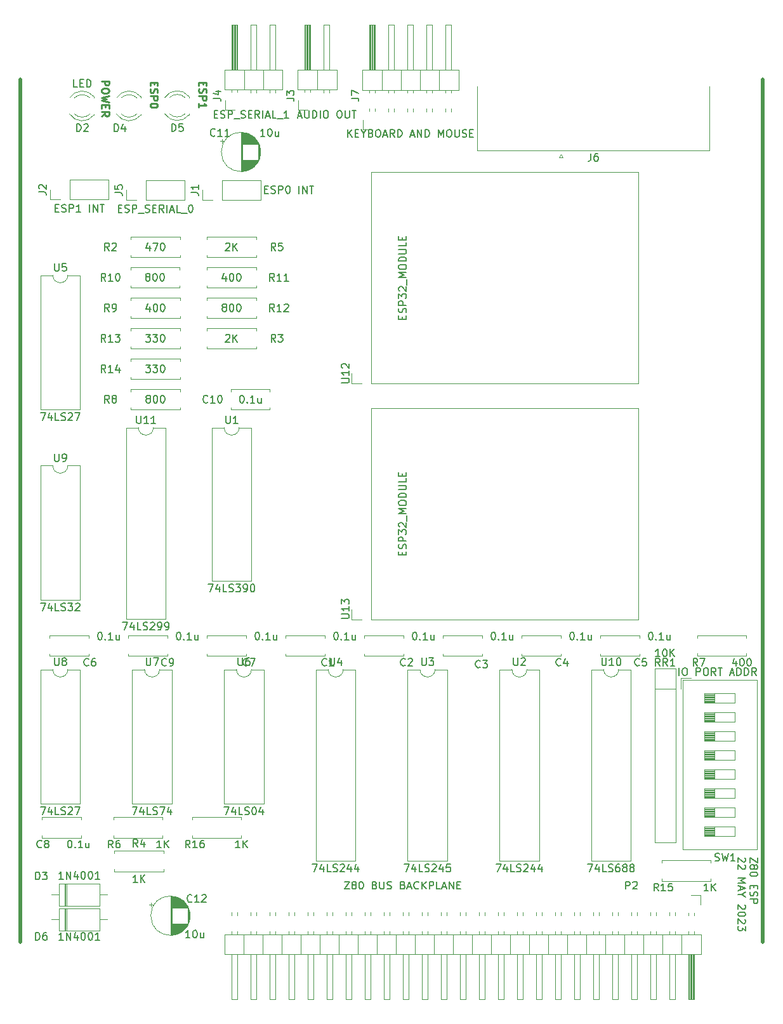
<source format=gbr>
%TF.GenerationSoftware,KiCad,Pcbnew,(6.0.11)*%
%TF.CreationDate,2023-05-22T16:35:14-05:00*%
%TF.ProjectId,Z80ESP,5a383045-5350-42e6-9b69-6361645f7063,rev?*%
%TF.SameCoordinates,Original*%
%TF.FileFunction,Legend,Top*%
%TF.FilePolarity,Positive*%
%FSLAX46Y46*%
G04 Gerber Fmt 4.6, Leading zero omitted, Abs format (unit mm)*
G04 Created by KiCad (PCBNEW (6.0.11)) date 2023-05-22 16:35:14*
%MOMM*%
%LPD*%
G01*
G04 APERTURE LIST*
%ADD10C,0.500000*%
%ADD11C,0.250000*%
%ADD12C,0.150000*%
%ADD13C,0.120000*%
G04 APERTURE END LIST*
D10*
X45500000Y-31000000D02*
X45500000Y-146000000D01*
X144500000Y-31000000D02*
X144500000Y-146000000D01*
D11*
X63321428Y-31353333D02*
X63321428Y-31686666D01*
X62797619Y-31829523D02*
X62797619Y-31353333D01*
X63797619Y-31353333D01*
X63797619Y-31829523D01*
X62845238Y-32210476D02*
X62797619Y-32353333D01*
X62797619Y-32591428D01*
X62845238Y-32686666D01*
X62892857Y-32734285D01*
X62988095Y-32781904D01*
X63083333Y-32781904D01*
X63178571Y-32734285D01*
X63226190Y-32686666D01*
X63273809Y-32591428D01*
X63321428Y-32400952D01*
X63369047Y-32305714D01*
X63416666Y-32258095D01*
X63511904Y-32210476D01*
X63607142Y-32210476D01*
X63702380Y-32258095D01*
X63750000Y-32305714D01*
X63797619Y-32400952D01*
X63797619Y-32639047D01*
X63750000Y-32781904D01*
X62797619Y-33210476D02*
X63797619Y-33210476D01*
X63797619Y-33591428D01*
X63750000Y-33686666D01*
X63702380Y-33734285D01*
X63607142Y-33781904D01*
X63464285Y-33781904D01*
X63369047Y-33734285D01*
X63321428Y-33686666D01*
X63273809Y-33591428D01*
X63273809Y-33210476D01*
X63797619Y-34400952D02*
X63797619Y-34496190D01*
X63750000Y-34591428D01*
X63702380Y-34639047D01*
X63607142Y-34686666D01*
X63416666Y-34734285D01*
X63178571Y-34734285D01*
X62988095Y-34686666D01*
X62892857Y-34639047D01*
X62845238Y-34591428D01*
X62797619Y-34496190D01*
X62797619Y-34400952D01*
X62845238Y-34305714D01*
X62892857Y-34258095D01*
X62988095Y-34210476D01*
X63178571Y-34162857D01*
X63416666Y-34162857D01*
X63607142Y-34210476D01*
X63702380Y-34258095D01*
X63750000Y-34305714D01*
X63797619Y-34400952D01*
X69821428Y-31353333D02*
X69821428Y-31686666D01*
X69297619Y-31829523D02*
X69297619Y-31353333D01*
X70297619Y-31353333D01*
X70297619Y-31829523D01*
X69345238Y-32210476D02*
X69297619Y-32353333D01*
X69297619Y-32591428D01*
X69345238Y-32686666D01*
X69392857Y-32734285D01*
X69488095Y-32781904D01*
X69583333Y-32781904D01*
X69678571Y-32734285D01*
X69726190Y-32686666D01*
X69773809Y-32591428D01*
X69821428Y-32400952D01*
X69869047Y-32305714D01*
X69916666Y-32258095D01*
X70011904Y-32210476D01*
X70107142Y-32210476D01*
X70202380Y-32258095D01*
X70250000Y-32305714D01*
X70297619Y-32400952D01*
X70297619Y-32639047D01*
X70250000Y-32781904D01*
X69297619Y-33210476D02*
X70297619Y-33210476D01*
X70297619Y-33591428D01*
X70250000Y-33686666D01*
X70202380Y-33734285D01*
X70107142Y-33781904D01*
X69964285Y-33781904D01*
X69869047Y-33734285D01*
X69821428Y-33686666D01*
X69773809Y-33591428D01*
X69773809Y-33210476D01*
X69297619Y-34734285D02*
X69297619Y-34162857D01*
X69297619Y-34448571D02*
X70297619Y-34448571D01*
X70154761Y-34353333D01*
X70059523Y-34258095D01*
X70011904Y-34162857D01*
D12*
X143852619Y-134740357D02*
X143852619Y-135407023D01*
X142852619Y-134740357D01*
X142852619Y-135407023D01*
X143424047Y-135930833D02*
X143471666Y-135835595D01*
X143519285Y-135787976D01*
X143614523Y-135740357D01*
X143662142Y-135740357D01*
X143757380Y-135787976D01*
X143805000Y-135835595D01*
X143852619Y-135930833D01*
X143852619Y-136121309D01*
X143805000Y-136216547D01*
X143757380Y-136264166D01*
X143662142Y-136311785D01*
X143614523Y-136311785D01*
X143519285Y-136264166D01*
X143471666Y-136216547D01*
X143424047Y-136121309D01*
X143424047Y-135930833D01*
X143376428Y-135835595D01*
X143328809Y-135787976D01*
X143233571Y-135740357D01*
X143043095Y-135740357D01*
X142947857Y-135787976D01*
X142900238Y-135835595D01*
X142852619Y-135930833D01*
X142852619Y-136121309D01*
X142900238Y-136216547D01*
X142947857Y-136264166D01*
X143043095Y-136311785D01*
X143233571Y-136311785D01*
X143328809Y-136264166D01*
X143376428Y-136216547D01*
X143424047Y-136121309D01*
X143852619Y-136930833D02*
X143852619Y-137026071D01*
X143805000Y-137121309D01*
X143757380Y-137168928D01*
X143662142Y-137216547D01*
X143471666Y-137264166D01*
X143233571Y-137264166D01*
X143043095Y-137216547D01*
X142947857Y-137168928D01*
X142900238Y-137121309D01*
X142852619Y-137026071D01*
X142852619Y-136930833D01*
X142900238Y-136835595D01*
X142947857Y-136787976D01*
X143043095Y-136740357D01*
X143233571Y-136692738D01*
X143471666Y-136692738D01*
X143662142Y-136740357D01*
X143757380Y-136787976D01*
X143805000Y-136835595D01*
X143852619Y-136930833D01*
X143376428Y-138454642D02*
X143376428Y-138787976D01*
X142852619Y-138930833D02*
X142852619Y-138454642D01*
X143852619Y-138454642D01*
X143852619Y-138930833D01*
X142900238Y-139311785D02*
X142852619Y-139454642D01*
X142852619Y-139692738D01*
X142900238Y-139787976D01*
X142947857Y-139835595D01*
X143043095Y-139883214D01*
X143138333Y-139883214D01*
X143233571Y-139835595D01*
X143281190Y-139787976D01*
X143328809Y-139692738D01*
X143376428Y-139502261D01*
X143424047Y-139407023D01*
X143471666Y-139359404D01*
X143566904Y-139311785D01*
X143662142Y-139311785D01*
X143757380Y-139359404D01*
X143805000Y-139407023D01*
X143852619Y-139502261D01*
X143852619Y-139740357D01*
X143805000Y-139883214D01*
X142852619Y-140311785D02*
X143852619Y-140311785D01*
X143852619Y-140692738D01*
X143805000Y-140787976D01*
X143757380Y-140835595D01*
X143662142Y-140883214D01*
X143519285Y-140883214D01*
X143424047Y-140835595D01*
X143376428Y-140787976D01*
X143328809Y-140692738D01*
X143328809Y-140311785D01*
X142147380Y-134787976D02*
X142195000Y-134835595D01*
X142242619Y-134930833D01*
X142242619Y-135168928D01*
X142195000Y-135264166D01*
X142147380Y-135311785D01*
X142052142Y-135359404D01*
X141956904Y-135359404D01*
X141814047Y-135311785D01*
X141242619Y-134740357D01*
X141242619Y-135359404D01*
X142147380Y-135740357D02*
X142195000Y-135787976D01*
X142242619Y-135883214D01*
X142242619Y-136121309D01*
X142195000Y-136216547D01*
X142147380Y-136264166D01*
X142052142Y-136311785D01*
X141956904Y-136311785D01*
X141814047Y-136264166D01*
X141242619Y-135692738D01*
X141242619Y-136311785D01*
X141242619Y-137502261D02*
X142242619Y-137502261D01*
X141528333Y-137835595D01*
X142242619Y-138168928D01*
X141242619Y-138168928D01*
X141528333Y-138597500D02*
X141528333Y-139073690D01*
X141242619Y-138502261D02*
X142242619Y-138835595D01*
X141242619Y-139168928D01*
X141718809Y-139692738D02*
X141242619Y-139692738D01*
X142242619Y-139359404D02*
X141718809Y-139692738D01*
X142242619Y-140026071D01*
X142147380Y-141073690D02*
X142195000Y-141121309D01*
X142242619Y-141216547D01*
X142242619Y-141454642D01*
X142195000Y-141549880D01*
X142147380Y-141597500D01*
X142052142Y-141645119D01*
X141956904Y-141645119D01*
X141814047Y-141597500D01*
X141242619Y-141026071D01*
X141242619Y-141645119D01*
X142242619Y-142264166D02*
X142242619Y-142359404D01*
X142195000Y-142454642D01*
X142147380Y-142502261D01*
X142052142Y-142549880D01*
X141861666Y-142597500D01*
X141623571Y-142597500D01*
X141433095Y-142549880D01*
X141337857Y-142502261D01*
X141290238Y-142454642D01*
X141242619Y-142359404D01*
X141242619Y-142264166D01*
X141290238Y-142168928D01*
X141337857Y-142121309D01*
X141433095Y-142073690D01*
X141623571Y-142026071D01*
X141861666Y-142026071D01*
X142052142Y-142073690D01*
X142147380Y-142121309D01*
X142195000Y-142168928D01*
X142242619Y-142264166D01*
X142147380Y-142978452D02*
X142195000Y-143026071D01*
X142242619Y-143121309D01*
X142242619Y-143359404D01*
X142195000Y-143454642D01*
X142147380Y-143502261D01*
X142052142Y-143549880D01*
X141956904Y-143549880D01*
X141814047Y-143502261D01*
X141242619Y-142930833D01*
X141242619Y-143549880D01*
X142242619Y-143883214D02*
X142242619Y-144502261D01*
X141861666Y-144168928D01*
X141861666Y-144311785D01*
X141814047Y-144407023D01*
X141766428Y-144454642D01*
X141671190Y-144502261D01*
X141433095Y-144502261D01*
X141337857Y-144454642D01*
X141290238Y-144407023D01*
X141242619Y-144311785D01*
X141242619Y-144026071D01*
X141290238Y-143930833D01*
X141337857Y-143883214D01*
D11*
X56297619Y-31200476D02*
X57297619Y-31200476D01*
X57297619Y-31581428D01*
X57250000Y-31676666D01*
X57202380Y-31724285D01*
X57107142Y-31771904D01*
X56964285Y-31771904D01*
X56869047Y-31724285D01*
X56821428Y-31676666D01*
X56773809Y-31581428D01*
X56773809Y-31200476D01*
X57297619Y-32390952D02*
X57297619Y-32581428D01*
X57250000Y-32676666D01*
X57154761Y-32771904D01*
X56964285Y-32819523D01*
X56630952Y-32819523D01*
X56440476Y-32771904D01*
X56345238Y-32676666D01*
X56297619Y-32581428D01*
X56297619Y-32390952D01*
X56345238Y-32295714D01*
X56440476Y-32200476D01*
X56630952Y-32152857D01*
X56964285Y-32152857D01*
X57154761Y-32200476D01*
X57250000Y-32295714D01*
X57297619Y-32390952D01*
X57297619Y-33152857D02*
X56297619Y-33390952D01*
X57011904Y-33581428D01*
X56297619Y-33771904D01*
X57297619Y-34010000D01*
X56821428Y-34390952D02*
X56821428Y-34724285D01*
X56297619Y-34867142D02*
X56297619Y-34390952D01*
X57297619Y-34390952D01*
X57297619Y-34867142D01*
X56297619Y-35867142D02*
X56773809Y-35533809D01*
X56297619Y-35295714D02*
X57297619Y-35295714D01*
X57297619Y-35676666D01*
X57250000Y-35771904D01*
X57202380Y-35819523D01*
X57107142Y-35867142D01*
X56964285Y-35867142D01*
X56869047Y-35819523D01*
X56821428Y-35771904D01*
X56773809Y-35676666D01*
X56773809Y-35295714D01*
D12*
%TO.C,SW1*%
X138166666Y-135154761D02*
X138309523Y-135202380D01*
X138547619Y-135202380D01*
X138642857Y-135154761D01*
X138690476Y-135107142D01*
X138738095Y-135011904D01*
X138738095Y-134916666D01*
X138690476Y-134821428D01*
X138642857Y-134773809D01*
X138547619Y-134726190D01*
X138357142Y-134678571D01*
X138261904Y-134630952D01*
X138214285Y-134583333D01*
X138166666Y-134488095D01*
X138166666Y-134392857D01*
X138214285Y-134297619D01*
X138261904Y-134250000D01*
X138357142Y-134202380D01*
X138595238Y-134202380D01*
X138738095Y-134250000D01*
X139071428Y-134202380D02*
X139309523Y-135202380D01*
X139500000Y-134488095D01*
X139690476Y-135202380D01*
X139928571Y-134202380D01*
X140833333Y-135202380D02*
X140261904Y-135202380D01*
X140547619Y-135202380D02*
X140547619Y-134202380D01*
X140452380Y-134345238D01*
X140357142Y-134440476D01*
X140261904Y-134488095D01*
X133380952Y-110452380D02*
X133380952Y-109452380D01*
X134047619Y-109452380D02*
X134238095Y-109452380D01*
X134333333Y-109500000D01*
X134428571Y-109595238D01*
X134476190Y-109785714D01*
X134476190Y-110119047D01*
X134428571Y-110309523D01*
X134333333Y-110404761D01*
X134238095Y-110452380D01*
X134047619Y-110452380D01*
X133952380Y-110404761D01*
X133857142Y-110309523D01*
X133809523Y-110119047D01*
X133809523Y-109785714D01*
X133857142Y-109595238D01*
X133952380Y-109500000D01*
X134047619Y-109452380D01*
X135666666Y-110452380D02*
X135666666Y-109452380D01*
X136047619Y-109452380D01*
X136142857Y-109500000D01*
X136190476Y-109547619D01*
X136238095Y-109642857D01*
X136238095Y-109785714D01*
X136190476Y-109880952D01*
X136142857Y-109928571D01*
X136047619Y-109976190D01*
X135666666Y-109976190D01*
X136857142Y-109452380D02*
X137047619Y-109452380D01*
X137142857Y-109500000D01*
X137238095Y-109595238D01*
X137285714Y-109785714D01*
X137285714Y-110119047D01*
X137238095Y-110309523D01*
X137142857Y-110404761D01*
X137047619Y-110452380D01*
X136857142Y-110452380D01*
X136761904Y-110404761D01*
X136666666Y-110309523D01*
X136619047Y-110119047D01*
X136619047Y-109785714D01*
X136666666Y-109595238D01*
X136761904Y-109500000D01*
X136857142Y-109452380D01*
X138285714Y-110452380D02*
X137952380Y-109976190D01*
X137714285Y-110452380D02*
X137714285Y-109452380D01*
X138095238Y-109452380D01*
X138190476Y-109500000D01*
X138238095Y-109547619D01*
X138285714Y-109642857D01*
X138285714Y-109785714D01*
X138238095Y-109880952D01*
X138190476Y-109928571D01*
X138095238Y-109976190D01*
X137714285Y-109976190D01*
X138571428Y-109452380D02*
X139142857Y-109452380D01*
X138857142Y-110452380D02*
X138857142Y-109452380D01*
X140190476Y-110166666D02*
X140666666Y-110166666D01*
X140095238Y-110452380D02*
X140428571Y-109452380D01*
X140761904Y-110452380D01*
X141095238Y-110452380D02*
X141095238Y-109452380D01*
X141333333Y-109452380D01*
X141476190Y-109500000D01*
X141571428Y-109595238D01*
X141619047Y-109690476D01*
X141666666Y-109880952D01*
X141666666Y-110023809D01*
X141619047Y-110214285D01*
X141571428Y-110309523D01*
X141476190Y-110404761D01*
X141333333Y-110452380D01*
X141095238Y-110452380D01*
X142095238Y-110452380D02*
X142095238Y-109452380D01*
X142333333Y-109452380D01*
X142476190Y-109500000D01*
X142571428Y-109595238D01*
X142619047Y-109690476D01*
X142666666Y-109880952D01*
X142666666Y-110023809D01*
X142619047Y-110214285D01*
X142571428Y-110309523D01*
X142476190Y-110404761D01*
X142333333Y-110452380D01*
X142095238Y-110452380D01*
X143666666Y-110452380D02*
X143333333Y-109976190D01*
X143095238Y-110452380D02*
X143095238Y-109452380D01*
X143476190Y-109452380D01*
X143571428Y-109500000D01*
X143619047Y-109547619D01*
X143666666Y-109642857D01*
X143666666Y-109785714D01*
X143619047Y-109880952D01*
X143571428Y-109928571D01*
X143476190Y-109976190D01*
X143095238Y-109976190D01*
%TO.C,C1*%
X86333333Y-109107142D02*
X86285714Y-109154761D01*
X86142857Y-109202380D01*
X86047619Y-109202380D01*
X85904761Y-109154761D01*
X85809523Y-109059523D01*
X85761904Y-108964285D01*
X85714285Y-108773809D01*
X85714285Y-108630952D01*
X85761904Y-108440476D01*
X85809523Y-108345238D01*
X85904761Y-108250000D01*
X86047619Y-108202380D01*
X86142857Y-108202380D01*
X86285714Y-108250000D01*
X86333333Y-108297619D01*
X87285714Y-109202380D02*
X86714285Y-109202380D01*
X87000000Y-109202380D02*
X87000000Y-108202380D01*
X86904761Y-108345238D01*
X86809523Y-108440476D01*
X86714285Y-108488095D01*
X87535714Y-104702380D02*
X87630952Y-104702380D01*
X87726190Y-104750000D01*
X87773809Y-104797619D01*
X87821428Y-104892857D01*
X87869047Y-105083333D01*
X87869047Y-105321428D01*
X87821428Y-105511904D01*
X87773809Y-105607142D01*
X87726190Y-105654761D01*
X87630952Y-105702380D01*
X87535714Y-105702380D01*
X87440476Y-105654761D01*
X87392857Y-105607142D01*
X87345238Y-105511904D01*
X87297619Y-105321428D01*
X87297619Y-105083333D01*
X87345238Y-104892857D01*
X87392857Y-104797619D01*
X87440476Y-104750000D01*
X87535714Y-104702380D01*
X88297619Y-105607142D02*
X88345238Y-105654761D01*
X88297619Y-105702380D01*
X88250000Y-105654761D01*
X88297619Y-105607142D01*
X88297619Y-105702380D01*
X89297619Y-105702380D02*
X88726190Y-105702380D01*
X89011904Y-105702380D02*
X89011904Y-104702380D01*
X88916666Y-104845238D01*
X88821428Y-104940476D01*
X88726190Y-104988095D01*
X90154761Y-105035714D02*
X90154761Y-105702380D01*
X89726190Y-105035714D02*
X89726190Y-105559523D01*
X89773809Y-105654761D01*
X89869047Y-105702380D01*
X90011904Y-105702380D01*
X90107142Y-105654761D01*
X90154761Y-105607142D01*
%TO.C,C2*%
X96833333Y-109107142D02*
X96785714Y-109154761D01*
X96642857Y-109202380D01*
X96547619Y-109202380D01*
X96404761Y-109154761D01*
X96309523Y-109059523D01*
X96261904Y-108964285D01*
X96214285Y-108773809D01*
X96214285Y-108630952D01*
X96261904Y-108440476D01*
X96309523Y-108345238D01*
X96404761Y-108250000D01*
X96547619Y-108202380D01*
X96642857Y-108202380D01*
X96785714Y-108250000D01*
X96833333Y-108297619D01*
X97214285Y-108297619D02*
X97261904Y-108250000D01*
X97357142Y-108202380D01*
X97595238Y-108202380D01*
X97690476Y-108250000D01*
X97738095Y-108297619D01*
X97785714Y-108392857D01*
X97785714Y-108488095D01*
X97738095Y-108630952D01*
X97166666Y-109202380D01*
X97785714Y-109202380D01*
X98035714Y-104702380D02*
X98130952Y-104702380D01*
X98226190Y-104750000D01*
X98273809Y-104797619D01*
X98321428Y-104892857D01*
X98369047Y-105083333D01*
X98369047Y-105321428D01*
X98321428Y-105511904D01*
X98273809Y-105607142D01*
X98226190Y-105654761D01*
X98130952Y-105702380D01*
X98035714Y-105702380D01*
X97940476Y-105654761D01*
X97892857Y-105607142D01*
X97845238Y-105511904D01*
X97797619Y-105321428D01*
X97797619Y-105083333D01*
X97845238Y-104892857D01*
X97892857Y-104797619D01*
X97940476Y-104750000D01*
X98035714Y-104702380D01*
X98797619Y-105607142D02*
X98845238Y-105654761D01*
X98797619Y-105702380D01*
X98750000Y-105654761D01*
X98797619Y-105607142D01*
X98797619Y-105702380D01*
X99797619Y-105702380D02*
X99226190Y-105702380D01*
X99511904Y-105702380D02*
X99511904Y-104702380D01*
X99416666Y-104845238D01*
X99321428Y-104940476D01*
X99226190Y-104988095D01*
X100654761Y-105035714D02*
X100654761Y-105702380D01*
X100226190Y-105035714D02*
X100226190Y-105559523D01*
X100273809Y-105654761D01*
X100369047Y-105702380D01*
X100511904Y-105702380D01*
X100607142Y-105654761D01*
X100654761Y-105607142D01*
%TO.C,C4*%
X117583333Y-109107142D02*
X117535714Y-109154761D01*
X117392857Y-109202380D01*
X117297619Y-109202380D01*
X117154761Y-109154761D01*
X117059523Y-109059523D01*
X117011904Y-108964285D01*
X116964285Y-108773809D01*
X116964285Y-108630952D01*
X117011904Y-108440476D01*
X117059523Y-108345238D01*
X117154761Y-108250000D01*
X117297619Y-108202380D01*
X117392857Y-108202380D01*
X117535714Y-108250000D01*
X117583333Y-108297619D01*
X118440476Y-108535714D02*
X118440476Y-109202380D01*
X118202380Y-108154761D02*
X117964285Y-108869047D01*
X118583333Y-108869047D01*
X119035714Y-104702380D02*
X119130952Y-104702380D01*
X119226190Y-104750000D01*
X119273809Y-104797619D01*
X119321428Y-104892857D01*
X119369047Y-105083333D01*
X119369047Y-105321428D01*
X119321428Y-105511904D01*
X119273809Y-105607142D01*
X119226190Y-105654761D01*
X119130952Y-105702380D01*
X119035714Y-105702380D01*
X118940476Y-105654761D01*
X118892857Y-105607142D01*
X118845238Y-105511904D01*
X118797619Y-105321428D01*
X118797619Y-105083333D01*
X118845238Y-104892857D01*
X118892857Y-104797619D01*
X118940476Y-104750000D01*
X119035714Y-104702380D01*
X119797619Y-105607142D02*
X119845238Y-105654761D01*
X119797619Y-105702380D01*
X119750000Y-105654761D01*
X119797619Y-105607142D01*
X119797619Y-105702380D01*
X120797619Y-105702380D02*
X120226190Y-105702380D01*
X120511904Y-105702380D02*
X120511904Y-104702380D01*
X120416666Y-104845238D01*
X120321428Y-104940476D01*
X120226190Y-104988095D01*
X121654761Y-105035714D02*
X121654761Y-105702380D01*
X121226190Y-105035714D02*
X121226190Y-105559523D01*
X121273809Y-105654761D01*
X121369047Y-105702380D01*
X121511904Y-105702380D01*
X121607142Y-105654761D01*
X121654761Y-105607142D01*
%TO.C,U2*%
X111298095Y-108122380D02*
X111298095Y-108931904D01*
X111345714Y-109027142D01*
X111393333Y-109074761D01*
X111488571Y-109122380D01*
X111679047Y-109122380D01*
X111774285Y-109074761D01*
X111821904Y-109027142D01*
X111869523Y-108931904D01*
X111869523Y-108122380D01*
X112298095Y-108217619D02*
X112345714Y-108170000D01*
X112440952Y-108122380D01*
X112679047Y-108122380D01*
X112774285Y-108170000D01*
X112821904Y-108217619D01*
X112869523Y-108312857D01*
X112869523Y-108408095D01*
X112821904Y-108550952D01*
X112250476Y-109122380D01*
X112869523Y-109122380D01*
X108940952Y-135642380D02*
X109607619Y-135642380D01*
X109179047Y-136642380D01*
X110417142Y-135975714D02*
X110417142Y-136642380D01*
X110179047Y-135594761D02*
X109940952Y-136309047D01*
X110560000Y-136309047D01*
X111417142Y-136642380D02*
X110940952Y-136642380D01*
X110940952Y-135642380D01*
X111702857Y-136594761D02*
X111845714Y-136642380D01*
X112083809Y-136642380D01*
X112179047Y-136594761D01*
X112226666Y-136547142D01*
X112274285Y-136451904D01*
X112274285Y-136356666D01*
X112226666Y-136261428D01*
X112179047Y-136213809D01*
X112083809Y-136166190D01*
X111893333Y-136118571D01*
X111798095Y-136070952D01*
X111750476Y-136023333D01*
X111702857Y-135928095D01*
X111702857Y-135832857D01*
X111750476Y-135737619D01*
X111798095Y-135690000D01*
X111893333Y-135642380D01*
X112131428Y-135642380D01*
X112274285Y-135690000D01*
X112655238Y-135737619D02*
X112702857Y-135690000D01*
X112798095Y-135642380D01*
X113036190Y-135642380D01*
X113131428Y-135690000D01*
X113179047Y-135737619D01*
X113226666Y-135832857D01*
X113226666Y-135928095D01*
X113179047Y-136070952D01*
X112607619Y-136642380D01*
X113226666Y-136642380D01*
X114083809Y-135975714D02*
X114083809Y-136642380D01*
X113845714Y-135594761D02*
X113607619Y-136309047D01*
X114226666Y-136309047D01*
X115036190Y-135975714D02*
X115036190Y-136642380D01*
X114798095Y-135594761D02*
X114560000Y-136309047D01*
X115179047Y-136309047D01*
%TO.C,U10*%
X123071904Y-108122380D02*
X123071904Y-108931904D01*
X123119523Y-109027142D01*
X123167142Y-109074761D01*
X123262380Y-109122380D01*
X123452857Y-109122380D01*
X123548095Y-109074761D01*
X123595714Y-109027142D01*
X123643333Y-108931904D01*
X123643333Y-108122380D01*
X124643333Y-109122380D02*
X124071904Y-109122380D01*
X124357619Y-109122380D02*
X124357619Y-108122380D01*
X124262380Y-108265238D01*
X124167142Y-108360476D01*
X124071904Y-108408095D01*
X125262380Y-108122380D02*
X125357619Y-108122380D01*
X125452857Y-108170000D01*
X125500476Y-108217619D01*
X125548095Y-108312857D01*
X125595714Y-108503333D01*
X125595714Y-108741428D01*
X125548095Y-108931904D01*
X125500476Y-109027142D01*
X125452857Y-109074761D01*
X125357619Y-109122380D01*
X125262380Y-109122380D01*
X125167142Y-109074761D01*
X125119523Y-109027142D01*
X125071904Y-108931904D01*
X125024285Y-108741428D01*
X125024285Y-108503333D01*
X125071904Y-108312857D01*
X125119523Y-108217619D01*
X125167142Y-108170000D01*
X125262380Y-108122380D01*
X121190952Y-135642380D02*
X121857619Y-135642380D01*
X121429047Y-136642380D01*
X122667142Y-135975714D02*
X122667142Y-136642380D01*
X122429047Y-135594761D02*
X122190952Y-136309047D01*
X122810000Y-136309047D01*
X123667142Y-136642380D02*
X123190952Y-136642380D01*
X123190952Y-135642380D01*
X123952857Y-136594761D02*
X124095714Y-136642380D01*
X124333809Y-136642380D01*
X124429047Y-136594761D01*
X124476666Y-136547142D01*
X124524285Y-136451904D01*
X124524285Y-136356666D01*
X124476666Y-136261428D01*
X124429047Y-136213809D01*
X124333809Y-136166190D01*
X124143333Y-136118571D01*
X124048095Y-136070952D01*
X124000476Y-136023333D01*
X123952857Y-135928095D01*
X123952857Y-135832857D01*
X124000476Y-135737619D01*
X124048095Y-135690000D01*
X124143333Y-135642380D01*
X124381428Y-135642380D01*
X124524285Y-135690000D01*
X125381428Y-135642380D02*
X125190952Y-135642380D01*
X125095714Y-135690000D01*
X125048095Y-135737619D01*
X124952857Y-135880476D01*
X124905238Y-136070952D01*
X124905238Y-136451904D01*
X124952857Y-136547142D01*
X125000476Y-136594761D01*
X125095714Y-136642380D01*
X125286190Y-136642380D01*
X125381428Y-136594761D01*
X125429047Y-136547142D01*
X125476666Y-136451904D01*
X125476666Y-136213809D01*
X125429047Y-136118571D01*
X125381428Y-136070952D01*
X125286190Y-136023333D01*
X125095714Y-136023333D01*
X125000476Y-136070952D01*
X124952857Y-136118571D01*
X124905238Y-136213809D01*
X126048095Y-136070952D02*
X125952857Y-136023333D01*
X125905238Y-135975714D01*
X125857619Y-135880476D01*
X125857619Y-135832857D01*
X125905238Y-135737619D01*
X125952857Y-135690000D01*
X126048095Y-135642380D01*
X126238571Y-135642380D01*
X126333809Y-135690000D01*
X126381428Y-135737619D01*
X126429047Y-135832857D01*
X126429047Y-135880476D01*
X126381428Y-135975714D01*
X126333809Y-136023333D01*
X126238571Y-136070952D01*
X126048095Y-136070952D01*
X125952857Y-136118571D01*
X125905238Y-136166190D01*
X125857619Y-136261428D01*
X125857619Y-136451904D01*
X125905238Y-136547142D01*
X125952857Y-136594761D01*
X126048095Y-136642380D01*
X126238571Y-136642380D01*
X126333809Y-136594761D01*
X126381428Y-136547142D01*
X126429047Y-136451904D01*
X126429047Y-136261428D01*
X126381428Y-136166190D01*
X126333809Y-136118571D01*
X126238571Y-136070952D01*
X127000476Y-136070952D02*
X126905238Y-136023333D01*
X126857619Y-135975714D01*
X126810000Y-135880476D01*
X126810000Y-135832857D01*
X126857619Y-135737619D01*
X126905238Y-135690000D01*
X127000476Y-135642380D01*
X127190952Y-135642380D01*
X127286190Y-135690000D01*
X127333809Y-135737619D01*
X127381428Y-135832857D01*
X127381428Y-135880476D01*
X127333809Y-135975714D01*
X127286190Y-136023333D01*
X127190952Y-136070952D01*
X127000476Y-136070952D01*
X126905238Y-136118571D01*
X126857619Y-136166190D01*
X126810000Y-136261428D01*
X126810000Y-136451904D01*
X126857619Y-136547142D01*
X126905238Y-136594761D01*
X127000476Y-136642380D01*
X127190952Y-136642380D01*
X127286190Y-136594761D01*
X127333809Y-136547142D01*
X127381428Y-136451904D01*
X127381428Y-136261428D01*
X127333809Y-136166190D01*
X127286190Y-136118571D01*
X127190952Y-136070952D01*
%TO.C,RR1*%
X130833333Y-109202380D02*
X130500000Y-108726190D01*
X130261904Y-109202380D02*
X130261904Y-108202380D01*
X130642857Y-108202380D01*
X130738095Y-108250000D01*
X130785714Y-108297619D01*
X130833333Y-108392857D01*
X130833333Y-108535714D01*
X130785714Y-108630952D01*
X130738095Y-108678571D01*
X130642857Y-108726190D01*
X130261904Y-108726190D01*
X131833333Y-109202380D02*
X131500000Y-108726190D01*
X131261904Y-109202380D02*
X131261904Y-108202380D01*
X131642857Y-108202380D01*
X131738095Y-108250000D01*
X131785714Y-108297619D01*
X131833333Y-108392857D01*
X131833333Y-108535714D01*
X131785714Y-108630952D01*
X131738095Y-108678571D01*
X131642857Y-108726190D01*
X131261904Y-108726190D01*
X132785714Y-109202380D02*
X132214285Y-109202380D01*
X132500000Y-109202380D02*
X132500000Y-108202380D01*
X132404761Y-108345238D01*
X132309523Y-108440476D01*
X132214285Y-108488095D01*
X130809523Y-107952380D02*
X130238095Y-107952380D01*
X130523809Y-107952380D02*
X130523809Y-106952380D01*
X130428571Y-107095238D01*
X130333333Y-107190476D01*
X130238095Y-107238095D01*
X131428571Y-106952380D02*
X131523809Y-106952380D01*
X131619047Y-107000000D01*
X131666666Y-107047619D01*
X131714285Y-107142857D01*
X131761904Y-107333333D01*
X131761904Y-107571428D01*
X131714285Y-107761904D01*
X131666666Y-107857142D01*
X131619047Y-107904761D01*
X131523809Y-107952380D01*
X131428571Y-107952380D01*
X131333333Y-107904761D01*
X131285714Y-107857142D01*
X131238095Y-107761904D01*
X131190476Y-107571428D01*
X131190476Y-107333333D01*
X131238095Y-107142857D01*
X131285714Y-107047619D01*
X131333333Y-107000000D01*
X131428571Y-106952380D01*
X132190476Y-107952380D02*
X132190476Y-106952380D01*
X132761904Y-107952380D02*
X132333333Y-107380952D01*
X132761904Y-106952380D02*
X132190476Y-107523809D01*
%TO.C,U6*%
X74548095Y-108122380D02*
X74548095Y-108931904D01*
X74595714Y-109027142D01*
X74643333Y-109074761D01*
X74738571Y-109122380D01*
X74929047Y-109122380D01*
X75024285Y-109074761D01*
X75071904Y-109027142D01*
X75119523Y-108931904D01*
X75119523Y-108122380D01*
X76024285Y-108122380D02*
X75833809Y-108122380D01*
X75738571Y-108170000D01*
X75690952Y-108217619D01*
X75595714Y-108360476D01*
X75548095Y-108550952D01*
X75548095Y-108931904D01*
X75595714Y-109027142D01*
X75643333Y-109074761D01*
X75738571Y-109122380D01*
X75929047Y-109122380D01*
X76024285Y-109074761D01*
X76071904Y-109027142D01*
X76119523Y-108931904D01*
X76119523Y-108693809D01*
X76071904Y-108598571D01*
X76024285Y-108550952D01*
X75929047Y-108503333D01*
X75738571Y-108503333D01*
X75643333Y-108550952D01*
X75595714Y-108598571D01*
X75548095Y-108693809D01*
X72667142Y-128022380D02*
X73333809Y-128022380D01*
X72905238Y-129022380D01*
X74143333Y-128355714D02*
X74143333Y-129022380D01*
X73905238Y-127974761D02*
X73667142Y-128689047D01*
X74286190Y-128689047D01*
X75143333Y-129022380D02*
X74667142Y-129022380D01*
X74667142Y-128022380D01*
X75429047Y-128974761D02*
X75571904Y-129022380D01*
X75810000Y-129022380D01*
X75905238Y-128974761D01*
X75952857Y-128927142D01*
X76000476Y-128831904D01*
X76000476Y-128736666D01*
X75952857Y-128641428D01*
X75905238Y-128593809D01*
X75810000Y-128546190D01*
X75619523Y-128498571D01*
X75524285Y-128450952D01*
X75476666Y-128403333D01*
X75429047Y-128308095D01*
X75429047Y-128212857D01*
X75476666Y-128117619D01*
X75524285Y-128070000D01*
X75619523Y-128022380D01*
X75857619Y-128022380D01*
X76000476Y-128070000D01*
X76619523Y-128022380D02*
X76714761Y-128022380D01*
X76810000Y-128070000D01*
X76857619Y-128117619D01*
X76905238Y-128212857D01*
X76952857Y-128403333D01*
X76952857Y-128641428D01*
X76905238Y-128831904D01*
X76857619Y-128927142D01*
X76810000Y-128974761D01*
X76714761Y-129022380D01*
X76619523Y-129022380D01*
X76524285Y-128974761D01*
X76476666Y-128927142D01*
X76429047Y-128831904D01*
X76381428Y-128641428D01*
X76381428Y-128403333D01*
X76429047Y-128212857D01*
X76476666Y-128117619D01*
X76524285Y-128070000D01*
X76619523Y-128022380D01*
X77810000Y-128355714D02*
X77810000Y-129022380D01*
X77571904Y-127974761D02*
X77333809Y-128689047D01*
X77952857Y-128689047D01*
%TO.C,C7*%
X75833333Y-109107142D02*
X75785714Y-109154761D01*
X75642857Y-109202380D01*
X75547619Y-109202380D01*
X75404761Y-109154761D01*
X75309523Y-109059523D01*
X75261904Y-108964285D01*
X75214285Y-108773809D01*
X75214285Y-108630952D01*
X75261904Y-108440476D01*
X75309523Y-108345238D01*
X75404761Y-108250000D01*
X75547619Y-108202380D01*
X75642857Y-108202380D01*
X75785714Y-108250000D01*
X75833333Y-108297619D01*
X76166666Y-108202380D02*
X76833333Y-108202380D01*
X76404761Y-109202380D01*
X77035714Y-104702380D02*
X77130952Y-104702380D01*
X77226190Y-104750000D01*
X77273809Y-104797619D01*
X77321428Y-104892857D01*
X77369047Y-105083333D01*
X77369047Y-105321428D01*
X77321428Y-105511904D01*
X77273809Y-105607142D01*
X77226190Y-105654761D01*
X77130952Y-105702380D01*
X77035714Y-105702380D01*
X76940476Y-105654761D01*
X76892857Y-105607142D01*
X76845238Y-105511904D01*
X76797619Y-105321428D01*
X76797619Y-105083333D01*
X76845238Y-104892857D01*
X76892857Y-104797619D01*
X76940476Y-104750000D01*
X77035714Y-104702380D01*
X77797619Y-105607142D02*
X77845238Y-105654761D01*
X77797619Y-105702380D01*
X77750000Y-105654761D01*
X77797619Y-105607142D01*
X77797619Y-105702380D01*
X78797619Y-105702380D02*
X78226190Y-105702380D01*
X78511904Y-105702380D02*
X78511904Y-104702380D01*
X78416666Y-104845238D01*
X78321428Y-104940476D01*
X78226190Y-104988095D01*
X79654761Y-105035714D02*
X79654761Y-105702380D01*
X79226190Y-105035714D02*
X79226190Y-105559523D01*
X79273809Y-105654761D01*
X79369047Y-105702380D01*
X79511904Y-105702380D01*
X79607142Y-105654761D01*
X79654761Y-105607142D01*
%TO.C,U3*%
X99048095Y-108122380D02*
X99048095Y-108931904D01*
X99095714Y-109027142D01*
X99143333Y-109074761D01*
X99238571Y-109122380D01*
X99429047Y-109122380D01*
X99524285Y-109074761D01*
X99571904Y-109027142D01*
X99619523Y-108931904D01*
X99619523Y-108122380D01*
X100000476Y-108122380D02*
X100619523Y-108122380D01*
X100286190Y-108503333D01*
X100429047Y-108503333D01*
X100524285Y-108550952D01*
X100571904Y-108598571D01*
X100619523Y-108693809D01*
X100619523Y-108931904D01*
X100571904Y-109027142D01*
X100524285Y-109074761D01*
X100429047Y-109122380D01*
X100143333Y-109122380D01*
X100048095Y-109074761D01*
X100000476Y-109027142D01*
X96690952Y-135642380D02*
X97357619Y-135642380D01*
X96929047Y-136642380D01*
X98167142Y-135975714D02*
X98167142Y-136642380D01*
X97929047Y-135594761D02*
X97690952Y-136309047D01*
X98310000Y-136309047D01*
X99167142Y-136642380D02*
X98690952Y-136642380D01*
X98690952Y-135642380D01*
X99452857Y-136594761D02*
X99595714Y-136642380D01*
X99833809Y-136642380D01*
X99929047Y-136594761D01*
X99976666Y-136547142D01*
X100024285Y-136451904D01*
X100024285Y-136356666D01*
X99976666Y-136261428D01*
X99929047Y-136213809D01*
X99833809Y-136166190D01*
X99643333Y-136118571D01*
X99548095Y-136070952D01*
X99500476Y-136023333D01*
X99452857Y-135928095D01*
X99452857Y-135832857D01*
X99500476Y-135737619D01*
X99548095Y-135690000D01*
X99643333Y-135642380D01*
X99881428Y-135642380D01*
X100024285Y-135690000D01*
X100405238Y-135737619D02*
X100452857Y-135690000D01*
X100548095Y-135642380D01*
X100786190Y-135642380D01*
X100881428Y-135690000D01*
X100929047Y-135737619D01*
X100976666Y-135832857D01*
X100976666Y-135928095D01*
X100929047Y-136070952D01*
X100357619Y-136642380D01*
X100976666Y-136642380D01*
X101833809Y-135975714D02*
X101833809Y-136642380D01*
X101595714Y-135594761D02*
X101357619Y-136309047D01*
X101976666Y-136309047D01*
X102833809Y-135642380D02*
X102357619Y-135642380D01*
X102310000Y-136118571D01*
X102357619Y-136070952D01*
X102452857Y-136023333D01*
X102690952Y-136023333D01*
X102786190Y-136070952D01*
X102833809Y-136118571D01*
X102881428Y-136213809D01*
X102881428Y-136451904D01*
X102833809Y-136547142D01*
X102786190Y-136594761D01*
X102690952Y-136642380D01*
X102452857Y-136642380D01*
X102357619Y-136594761D01*
X102310000Y-136547142D01*
%TO.C,C3*%
X106833333Y-109357142D02*
X106785714Y-109404761D01*
X106642857Y-109452380D01*
X106547619Y-109452380D01*
X106404761Y-109404761D01*
X106309523Y-109309523D01*
X106261904Y-109214285D01*
X106214285Y-109023809D01*
X106214285Y-108880952D01*
X106261904Y-108690476D01*
X106309523Y-108595238D01*
X106404761Y-108500000D01*
X106547619Y-108452380D01*
X106642857Y-108452380D01*
X106785714Y-108500000D01*
X106833333Y-108547619D01*
X107166666Y-108452380D02*
X107785714Y-108452380D01*
X107452380Y-108833333D01*
X107595238Y-108833333D01*
X107690476Y-108880952D01*
X107738095Y-108928571D01*
X107785714Y-109023809D01*
X107785714Y-109261904D01*
X107738095Y-109357142D01*
X107690476Y-109404761D01*
X107595238Y-109452380D01*
X107309523Y-109452380D01*
X107214285Y-109404761D01*
X107166666Y-109357142D01*
X108535714Y-104702380D02*
X108630952Y-104702380D01*
X108726190Y-104750000D01*
X108773809Y-104797619D01*
X108821428Y-104892857D01*
X108869047Y-105083333D01*
X108869047Y-105321428D01*
X108821428Y-105511904D01*
X108773809Y-105607142D01*
X108726190Y-105654761D01*
X108630952Y-105702380D01*
X108535714Y-105702380D01*
X108440476Y-105654761D01*
X108392857Y-105607142D01*
X108345238Y-105511904D01*
X108297619Y-105321428D01*
X108297619Y-105083333D01*
X108345238Y-104892857D01*
X108392857Y-104797619D01*
X108440476Y-104750000D01*
X108535714Y-104702380D01*
X109297619Y-105607142D02*
X109345238Y-105654761D01*
X109297619Y-105702380D01*
X109250000Y-105654761D01*
X109297619Y-105607142D01*
X109297619Y-105702380D01*
X110297619Y-105702380D02*
X109726190Y-105702380D01*
X110011904Y-105702380D02*
X110011904Y-104702380D01*
X109916666Y-104845238D01*
X109821428Y-104940476D01*
X109726190Y-104988095D01*
X111154761Y-105035714D02*
X111154761Y-105702380D01*
X110726190Y-105035714D02*
X110726190Y-105559523D01*
X110773809Y-105654761D01*
X110869047Y-105702380D01*
X111011904Y-105702380D01*
X111107142Y-105654761D01*
X111154761Y-105607142D01*
%TO.C,C5*%
X128083333Y-109107142D02*
X128035714Y-109154761D01*
X127892857Y-109202380D01*
X127797619Y-109202380D01*
X127654761Y-109154761D01*
X127559523Y-109059523D01*
X127511904Y-108964285D01*
X127464285Y-108773809D01*
X127464285Y-108630952D01*
X127511904Y-108440476D01*
X127559523Y-108345238D01*
X127654761Y-108250000D01*
X127797619Y-108202380D01*
X127892857Y-108202380D01*
X128035714Y-108250000D01*
X128083333Y-108297619D01*
X128988095Y-108202380D02*
X128511904Y-108202380D01*
X128464285Y-108678571D01*
X128511904Y-108630952D01*
X128607142Y-108583333D01*
X128845238Y-108583333D01*
X128940476Y-108630952D01*
X128988095Y-108678571D01*
X129035714Y-108773809D01*
X129035714Y-109011904D01*
X128988095Y-109107142D01*
X128940476Y-109154761D01*
X128845238Y-109202380D01*
X128607142Y-109202380D01*
X128511904Y-109154761D01*
X128464285Y-109107142D01*
X129535714Y-104702380D02*
X129630952Y-104702380D01*
X129726190Y-104750000D01*
X129773809Y-104797619D01*
X129821428Y-104892857D01*
X129869047Y-105083333D01*
X129869047Y-105321428D01*
X129821428Y-105511904D01*
X129773809Y-105607142D01*
X129726190Y-105654761D01*
X129630952Y-105702380D01*
X129535714Y-105702380D01*
X129440476Y-105654761D01*
X129392857Y-105607142D01*
X129345238Y-105511904D01*
X129297619Y-105321428D01*
X129297619Y-105083333D01*
X129345238Y-104892857D01*
X129392857Y-104797619D01*
X129440476Y-104750000D01*
X129535714Y-104702380D01*
X130297619Y-105607142D02*
X130345238Y-105654761D01*
X130297619Y-105702380D01*
X130250000Y-105654761D01*
X130297619Y-105607142D01*
X130297619Y-105702380D01*
X131297619Y-105702380D02*
X130726190Y-105702380D01*
X131011904Y-105702380D02*
X131011904Y-104702380D01*
X130916666Y-104845238D01*
X130821428Y-104940476D01*
X130726190Y-104988095D01*
X132154761Y-105035714D02*
X132154761Y-105702380D01*
X131726190Y-105035714D02*
X131726190Y-105559523D01*
X131773809Y-105654761D01*
X131869047Y-105702380D01*
X132011904Y-105702380D01*
X132107142Y-105654761D01*
X132154761Y-105607142D01*
%TO.C,U4*%
X86798095Y-108122380D02*
X86798095Y-108931904D01*
X86845714Y-109027142D01*
X86893333Y-109074761D01*
X86988571Y-109122380D01*
X87179047Y-109122380D01*
X87274285Y-109074761D01*
X87321904Y-109027142D01*
X87369523Y-108931904D01*
X87369523Y-108122380D01*
X88274285Y-108455714D02*
X88274285Y-109122380D01*
X88036190Y-108074761D02*
X87798095Y-108789047D01*
X88417142Y-108789047D01*
X84440952Y-135642380D02*
X85107619Y-135642380D01*
X84679047Y-136642380D01*
X85917142Y-135975714D02*
X85917142Y-136642380D01*
X85679047Y-135594761D02*
X85440952Y-136309047D01*
X86060000Y-136309047D01*
X86917142Y-136642380D02*
X86440952Y-136642380D01*
X86440952Y-135642380D01*
X87202857Y-136594761D02*
X87345714Y-136642380D01*
X87583809Y-136642380D01*
X87679047Y-136594761D01*
X87726666Y-136547142D01*
X87774285Y-136451904D01*
X87774285Y-136356666D01*
X87726666Y-136261428D01*
X87679047Y-136213809D01*
X87583809Y-136166190D01*
X87393333Y-136118571D01*
X87298095Y-136070952D01*
X87250476Y-136023333D01*
X87202857Y-135928095D01*
X87202857Y-135832857D01*
X87250476Y-135737619D01*
X87298095Y-135690000D01*
X87393333Y-135642380D01*
X87631428Y-135642380D01*
X87774285Y-135690000D01*
X88155238Y-135737619D02*
X88202857Y-135690000D01*
X88298095Y-135642380D01*
X88536190Y-135642380D01*
X88631428Y-135690000D01*
X88679047Y-135737619D01*
X88726666Y-135832857D01*
X88726666Y-135928095D01*
X88679047Y-136070952D01*
X88107619Y-136642380D01*
X88726666Y-136642380D01*
X89583809Y-135975714D02*
X89583809Y-136642380D01*
X89345714Y-135594761D02*
X89107619Y-136309047D01*
X89726666Y-136309047D01*
X90536190Y-135975714D02*
X90536190Y-136642380D01*
X90298095Y-135594761D02*
X90060000Y-136309047D01*
X90679047Y-136309047D01*
%TO.C,C6*%
X54583333Y-109107142D02*
X54535714Y-109154761D01*
X54392857Y-109202380D01*
X54297619Y-109202380D01*
X54154761Y-109154761D01*
X54059523Y-109059523D01*
X54011904Y-108964285D01*
X53964285Y-108773809D01*
X53964285Y-108630952D01*
X54011904Y-108440476D01*
X54059523Y-108345238D01*
X54154761Y-108250000D01*
X54297619Y-108202380D01*
X54392857Y-108202380D01*
X54535714Y-108250000D01*
X54583333Y-108297619D01*
X55440476Y-108202380D02*
X55250000Y-108202380D01*
X55154761Y-108250000D01*
X55107142Y-108297619D01*
X55011904Y-108440476D01*
X54964285Y-108630952D01*
X54964285Y-109011904D01*
X55011904Y-109107142D01*
X55059523Y-109154761D01*
X55154761Y-109202380D01*
X55345238Y-109202380D01*
X55440476Y-109154761D01*
X55488095Y-109107142D01*
X55535714Y-109011904D01*
X55535714Y-108773809D01*
X55488095Y-108678571D01*
X55440476Y-108630952D01*
X55345238Y-108583333D01*
X55154761Y-108583333D01*
X55059523Y-108630952D01*
X55011904Y-108678571D01*
X54964285Y-108773809D01*
X56035714Y-104702380D02*
X56130952Y-104702380D01*
X56226190Y-104750000D01*
X56273809Y-104797619D01*
X56321428Y-104892857D01*
X56369047Y-105083333D01*
X56369047Y-105321428D01*
X56321428Y-105511904D01*
X56273809Y-105607142D01*
X56226190Y-105654761D01*
X56130952Y-105702380D01*
X56035714Y-105702380D01*
X55940476Y-105654761D01*
X55892857Y-105607142D01*
X55845238Y-105511904D01*
X55797619Y-105321428D01*
X55797619Y-105083333D01*
X55845238Y-104892857D01*
X55892857Y-104797619D01*
X55940476Y-104750000D01*
X56035714Y-104702380D01*
X56797619Y-105607142D02*
X56845238Y-105654761D01*
X56797619Y-105702380D01*
X56750000Y-105654761D01*
X56797619Y-105607142D01*
X56797619Y-105702380D01*
X57797619Y-105702380D02*
X57226190Y-105702380D01*
X57511904Y-105702380D02*
X57511904Y-104702380D01*
X57416666Y-104845238D01*
X57321428Y-104940476D01*
X57226190Y-104988095D01*
X58654761Y-105035714D02*
X58654761Y-105702380D01*
X58226190Y-105035714D02*
X58226190Y-105559523D01*
X58273809Y-105654761D01*
X58369047Y-105702380D01*
X58511904Y-105702380D01*
X58607142Y-105654761D01*
X58654761Y-105607142D01*
%TO.C,C11*%
X71462367Y-38457142D02*
X71414748Y-38504761D01*
X71271891Y-38552380D01*
X71176653Y-38552380D01*
X71033796Y-38504761D01*
X70938558Y-38409523D01*
X70890939Y-38314285D01*
X70843320Y-38123809D01*
X70843320Y-37980952D01*
X70890939Y-37790476D01*
X70938558Y-37695238D01*
X71033796Y-37600000D01*
X71176653Y-37552380D01*
X71271891Y-37552380D01*
X71414748Y-37600000D01*
X71462367Y-37647619D01*
X72414748Y-38552380D02*
X71843320Y-38552380D01*
X72129034Y-38552380D02*
X72129034Y-37552380D01*
X72033796Y-37695238D01*
X71938558Y-37790476D01*
X71843320Y-37838095D01*
X73367129Y-38552380D02*
X72795701Y-38552380D01*
X73081415Y-38552380D02*
X73081415Y-37552380D01*
X72986177Y-37695238D01*
X72890939Y-37790476D01*
X72795701Y-37838095D01*
X78097142Y-38552380D02*
X77525714Y-38552380D01*
X77811428Y-38552380D02*
X77811428Y-37552380D01*
X77716190Y-37695238D01*
X77620952Y-37790476D01*
X77525714Y-37838095D01*
X78716190Y-37552380D02*
X78811428Y-37552380D01*
X78906666Y-37600000D01*
X78954285Y-37647619D01*
X79001904Y-37742857D01*
X79049523Y-37933333D01*
X79049523Y-38171428D01*
X79001904Y-38361904D01*
X78954285Y-38457142D01*
X78906666Y-38504761D01*
X78811428Y-38552380D01*
X78716190Y-38552380D01*
X78620952Y-38504761D01*
X78573333Y-38457142D01*
X78525714Y-38361904D01*
X78478095Y-38171428D01*
X78478095Y-37933333D01*
X78525714Y-37742857D01*
X78573333Y-37647619D01*
X78620952Y-37600000D01*
X78716190Y-37552380D01*
X79906666Y-37885714D02*
X79906666Y-38552380D01*
X79478095Y-37885714D02*
X79478095Y-38409523D01*
X79525714Y-38504761D01*
X79620952Y-38552380D01*
X79763809Y-38552380D01*
X79859047Y-38504761D01*
X79906666Y-38457142D01*
%TO.C,C8*%
X48333333Y-133357142D02*
X48285714Y-133404761D01*
X48142857Y-133452380D01*
X48047619Y-133452380D01*
X47904761Y-133404761D01*
X47809523Y-133309523D01*
X47761904Y-133214285D01*
X47714285Y-133023809D01*
X47714285Y-132880952D01*
X47761904Y-132690476D01*
X47809523Y-132595238D01*
X47904761Y-132500000D01*
X48047619Y-132452380D01*
X48142857Y-132452380D01*
X48285714Y-132500000D01*
X48333333Y-132547619D01*
X48904761Y-132880952D02*
X48809523Y-132833333D01*
X48761904Y-132785714D01*
X48714285Y-132690476D01*
X48714285Y-132642857D01*
X48761904Y-132547619D01*
X48809523Y-132500000D01*
X48904761Y-132452380D01*
X49095238Y-132452380D01*
X49190476Y-132500000D01*
X49238095Y-132547619D01*
X49285714Y-132642857D01*
X49285714Y-132690476D01*
X49238095Y-132785714D01*
X49190476Y-132833333D01*
X49095238Y-132880952D01*
X48904761Y-132880952D01*
X48809523Y-132928571D01*
X48761904Y-132976190D01*
X48714285Y-133071428D01*
X48714285Y-133261904D01*
X48761904Y-133357142D01*
X48809523Y-133404761D01*
X48904761Y-133452380D01*
X49095238Y-133452380D01*
X49190476Y-133404761D01*
X49238095Y-133357142D01*
X49285714Y-133261904D01*
X49285714Y-133071428D01*
X49238095Y-132976190D01*
X49190476Y-132928571D01*
X49095238Y-132880952D01*
X52035714Y-132452380D02*
X52130952Y-132452380D01*
X52226190Y-132500000D01*
X52273809Y-132547619D01*
X52321428Y-132642857D01*
X52369047Y-132833333D01*
X52369047Y-133071428D01*
X52321428Y-133261904D01*
X52273809Y-133357142D01*
X52226190Y-133404761D01*
X52130952Y-133452380D01*
X52035714Y-133452380D01*
X51940476Y-133404761D01*
X51892857Y-133357142D01*
X51845238Y-133261904D01*
X51797619Y-133071428D01*
X51797619Y-132833333D01*
X51845238Y-132642857D01*
X51892857Y-132547619D01*
X51940476Y-132500000D01*
X52035714Y-132452380D01*
X52797619Y-133357142D02*
X52845238Y-133404761D01*
X52797619Y-133452380D01*
X52750000Y-133404761D01*
X52797619Y-133357142D01*
X52797619Y-133452380D01*
X53797619Y-133452380D02*
X53226190Y-133452380D01*
X53511904Y-133452380D02*
X53511904Y-132452380D01*
X53416666Y-132595238D01*
X53321428Y-132690476D01*
X53226190Y-132738095D01*
X54654761Y-132785714D02*
X54654761Y-133452380D01*
X54226190Y-132785714D02*
X54226190Y-133309523D01*
X54273809Y-133404761D01*
X54369047Y-133452380D01*
X54511904Y-133452380D01*
X54607142Y-133404761D01*
X54654761Y-133357142D01*
%TO.C,C12*%
X68357142Y-140607142D02*
X68309523Y-140654761D01*
X68166666Y-140702380D01*
X68071428Y-140702380D01*
X67928571Y-140654761D01*
X67833333Y-140559523D01*
X67785714Y-140464285D01*
X67738095Y-140273809D01*
X67738095Y-140130952D01*
X67785714Y-139940476D01*
X67833333Y-139845238D01*
X67928571Y-139750000D01*
X68071428Y-139702380D01*
X68166666Y-139702380D01*
X68309523Y-139750000D01*
X68357142Y-139797619D01*
X69309523Y-140702380D02*
X68738095Y-140702380D01*
X69023809Y-140702380D02*
X69023809Y-139702380D01*
X68928571Y-139845238D01*
X68833333Y-139940476D01*
X68738095Y-139988095D01*
X69690476Y-139797619D02*
X69738095Y-139750000D01*
X69833333Y-139702380D01*
X70071428Y-139702380D01*
X70166666Y-139750000D01*
X70214285Y-139797619D01*
X70261904Y-139892857D01*
X70261904Y-139988095D01*
X70214285Y-140130952D01*
X69642857Y-140702380D01*
X70261904Y-140702380D01*
X68107142Y-145452380D02*
X67535714Y-145452380D01*
X67821428Y-145452380D02*
X67821428Y-144452380D01*
X67726190Y-144595238D01*
X67630952Y-144690476D01*
X67535714Y-144738095D01*
X68726190Y-144452380D02*
X68821428Y-144452380D01*
X68916666Y-144500000D01*
X68964285Y-144547619D01*
X69011904Y-144642857D01*
X69059523Y-144833333D01*
X69059523Y-145071428D01*
X69011904Y-145261904D01*
X68964285Y-145357142D01*
X68916666Y-145404761D01*
X68821428Y-145452380D01*
X68726190Y-145452380D01*
X68630952Y-145404761D01*
X68583333Y-145357142D01*
X68535714Y-145261904D01*
X68488095Y-145071428D01*
X68488095Y-144833333D01*
X68535714Y-144642857D01*
X68583333Y-144547619D01*
X68630952Y-144500000D01*
X68726190Y-144452380D01*
X69916666Y-144785714D02*
X69916666Y-145452380D01*
X69488095Y-144785714D02*
X69488095Y-145309523D01*
X69535714Y-145404761D01*
X69630952Y-145452380D01*
X69773809Y-145452380D01*
X69869047Y-145404761D01*
X69916666Y-145357142D01*
%TO.C,R2*%
X57333333Y-53792380D02*
X57000000Y-53316190D01*
X56761904Y-53792380D02*
X56761904Y-52792380D01*
X57142857Y-52792380D01*
X57238095Y-52840000D01*
X57285714Y-52887619D01*
X57333333Y-52982857D01*
X57333333Y-53125714D01*
X57285714Y-53220952D01*
X57238095Y-53268571D01*
X57142857Y-53316190D01*
X56761904Y-53316190D01*
X57714285Y-52887619D02*
X57761904Y-52840000D01*
X57857142Y-52792380D01*
X58095238Y-52792380D01*
X58190476Y-52840000D01*
X58238095Y-52887619D01*
X58285714Y-52982857D01*
X58285714Y-53078095D01*
X58238095Y-53220952D01*
X57666666Y-53792380D01*
X58285714Y-53792380D01*
X62738095Y-53125714D02*
X62738095Y-53792380D01*
X62500000Y-52744761D02*
X62261904Y-53459047D01*
X62880952Y-53459047D01*
X63166666Y-52792380D02*
X63833333Y-52792380D01*
X63404761Y-53792380D01*
X64404761Y-52792380D02*
X64500000Y-52792380D01*
X64595238Y-52840000D01*
X64642857Y-52887619D01*
X64690476Y-52982857D01*
X64738095Y-53173333D01*
X64738095Y-53411428D01*
X64690476Y-53601904D01*
X64642857Y-53697142D01*
X64595238Y-53744761D01*
X64500000Y-53792380D01*
X64404761Y-53792380D01*
X64309523Y-53744761D01*
X64261904Y-53697142D01*
X64214285Y-53601904D01*
X64166666Y-53411428D01*
X64166666Y-53173333D01*
X64214285Y-52982857D01*
X64261904Y-52887619D01*
X64309523Y-52840000D01*
X64404761Y-52792380D01*
%TO.C,P2*%
X126261904Y-138952380D02*
X126261904Y-137952380D01*
X126642857Y-137952380D01*
X126738095Y-138000000D01*
X126785714Y-138047619D01*
X126833333Y-138142857D01*
X126833333Y-138285714D01*
X126785714Y-138380952D01*
X126738095Y-138428571D01*
X126642857Y-138476190D01*
X126261904Y-138476190D01*
X127214285Y-138047619D02*
X127261904Y-138000000D01*
X127357142Y-137952380D01*
X127595238Y-137952380D01*
X127690476Y-138000000D01*
X127738095Y-138047619D01*
X127785714Y-138142857D01*
X127785714Y-138238095D01*
X127738095Y-138380952D01*
X127166666Y-138952380D01*
X127785714Y-138952380D01*
X88714285Y-137952380D02*
X89380952Y-137952380D01*
X88714285Y-138952380D01*
X89380952Y-138952380D01*
X89904761Y-138380952D02*
X89809523Y-138333333D01*
X89761904Y-138285714D01*
X89714285Y-138190476D01*
X89714285Y-138142857D01*
X89761904Y-138047619D01*
X89809523Y-138000000D01*
X89904761Y-137952380D01*
X90095238Y-137952380D01*
X90190476Y-138000000D01*
X90238095Y-138047619D01*
X90285714Y-138142857D01*
X90285714Y-138190476D01*
X90238095Y-138285714D01*
X90190476Y-138333333D01*
X90095238Y-138380952D01*
X89904761Y-138380952D01*
X89809523Y-138428571D01*
X89761904Y-138476190D01*
X89714285Y-138571428D01*
X89714285Y-138761904D01*
X89761904Y-138857142D01*
X89809523Y-138904761D01*
X89904761Y-138952380D01*
X90095238Y-138952380D01*
X90190476Y-138904761D01*
X90238095Y-138857142D01*
X90285714Y-138761904D01*
X90285714Y-138571428D01*
X90238095Y-138476190D01*
X90190476Y-138428571D01*
X90095238Y-138380952D01*
X90904761Y-137952380D02*
X91000000Y-137952380D01*
X91095238Y-138000000D01*
X91142857Y-138047619D01*
X91190476Y-138142857D01*
X91238095Y-138333333D01*
X91238095Y-138571428D01*
X91190476Y-138761904D01*
X91142857Y-138857142D01*
X91095238Y-138904761D01*
X91000000Y-138952380D01*
X90904761Y-138952380D01*
X90809523Y-138904761D01*
X90761904Y-138857142D01*
X90714285Y-138761904D01*
X90666666Y-138571428D01*
X90666666Y-138333333D01*
X90714285Y-138142857D01*
X90761904Y-138047619D01*
X90809523Y-138000000D01*
X90904761Y-137952380D01*
X92761904Y-138428571D02*
X92904761Y-138476190D01*
X92952380Y-138523809D01*
X93000000Y-138619047D01*
X93000000Y-138761904D01*
X92952380Y-138857142D01*
X92904761Y-138904761D01*
X92809523Y-138952380D01*
X92428571Y-138952380D01*
X92428571Y-137952380D01*
X92761904Y-137952380D01*
X92857142Y-138000000D01*
X92904761Y-138047619D01*
X92952380Y-138142857D01*
X92952380Y-138238095D01*
X92904761Y-138333333D01*
X92857142Y-138380952D01*
X92761904Y-138428571D01*
X92428571Y-138428571D01*
X93428571Y-137952380D02*
X93428571Y-138761904D01*
X93476190Y-138857142D01*
X93523809Y-138904761D01*
X93619047Y-138952380D01*
X93809523Y-138952380D01*
X93904761Y-138904761D01*
X93952380Y-138857142D01*
X94000000Y-138761904D01*
X94000000Y-137952380D01*
X94428571Y-138904761D02*
X94571428Y-138952380D01*
X94809523Y-138952380D01*
X94904761Y-138904761D01*
X94952380Y-138857142D01*
X95000000Y-138761904D01*
X95000000Y-138666666D01*
X94952380Y-138571428D01*
X94904761Y-138523809D01*
X94809523Y-138476190D01*
X94619047Y-138428571D01*
X94523809Y-138380952D01*
X94476190Y-138333333D01*
X94428571Y-138238095D01*
X94428571Y-138142857D01*
X94476190Y-138047619D01*
X94523809Y-138000000D01*
X94619047Y-137952380D01*
X94857142Y-137952380D01*
X95000000Y-138000000D01*
X96523809Y-138428571D02*
X96666666Y-138476190D01*
X96714285Y-138523809D01*
X96761904Y-138619047D01*
X96761904Y-138761904D01*
X96714285Y-138857142D01*
X96666666Y-138904761D01*
X96571428Y-138952380D01*
X96190476Y-138952380D01*
X96190476Y-137952380D01*
X96523809Y-137952380D01*
X96619047Y-138000000D01*
X96666666Y-138047619D01*
X96714285Y-138142857D01*
X96714285Y-138238095D01*
X96666666Y-138333333D01*
X96619047Y-138380952D01*
X96523809Y-138428571D01*
X96190476Y-138428571D01*
X97142857Y-138666666D02*
X97619047Y-138666666D01*
X97047619Y-138952380D02*
X97380952Y-137952380D01*
X97714285Y-138952380D01*
X98619047Y-138857142D02*
X98571428Y-138904761D01*
X98428571Y-138952380D01*
X98333333Y-138952380D01*
X98190476Y-138904761D01*
X98095238Y-138809523D01*
X98047619Y-138714285D01*
X98000000Y-138523809D01*
X98000000Y-138380952D01*
X98047619Y-138190476D01*
X98095238Y-138095238D01*
X98190476Y-138000000D01*
X98333333Y-137952380D01*
X98428571Y-137952380D01*
X98571428Y-138000000D01*
X98619047Y-138047619D01*
X99047619Y-138952380D02*
X99047619Y-137952380D01*
X99619047Y-138952380D02*
X99190476Y-138380952D01*
X99619047Y-137952380D02*
X99047619Y-138523809D01*
X100047619Y-138952380D02*
X100047619Y-137952380D01*
X100428571Y-137952380D01*
X100523809Y-138000000D01*
X100571428Y-138047619D01*
X100619047Y-138142857D01*
X100619047Y-138285714D01*
X100571428Y-138380952D01*
X100523809Y-138428571D01*
X100428571Y-138476190D01*
X100047619Y-138476190D01*
X101523809Y-138952380D02*
X101047619Y-138952380D01*
X101047619Y-137952380D01*
X101809523Y-138666666D02*
X102285714Y-138666666D01*
X101714285Y-138952380D02*
X102047619Y-137952380D01*
X102380952Y-138952380D01*
X102714285Y-138952380D02*
X102714285Y-137952380D01*
X103285714Y-138952380D01*
X103285714Y-137952380D01*
X103761904Y-138428571D02*
X104095238Y-138428571D01*
X104238095Y-138952380D02*
X103761904Y-138952380D01*
X103761904Y-137952380D01*
X104238095Y-137952380D01*
%TO.C,D2*%
X52991904Y-37922380D02*
X52991904Y-36922380D01*
X53230000Y-36922380D01*
X53372857Y-36970000D01*
X53468095Y-37065238D01*
X53515714Y-37160476D01*
X53563333Y-37350952D01*
X53563333Y-37493809D01*
X53515714Y-37684285D01*
X53468095Y-37779523D01*
X53372857Y-37874761D01*
X53230000Y-37922380D01*
X52991904Y-37922380D01*
X53944285Y-37017619D02*
X53991904Y-36970000D01*
X54087142Y-36922380D01*
X54325238Y-36922380D01*
X54420476Y-36970000D01*
X54468095Y-37017619D01*
X54515714Y-37112857D01*
X54515714Y-37208095D01*
X54468095Y-37350952D01*
X53896666Y-37922380D01*
X54515714Y-37922380D01*
X53087142Y-32002380D02*
X52610952Y-32002380D01*
X52610952Y-31002380D01*
X53420476Y-31478571D02*
X53753809Y-31478571D01*
X53896666Y-32002380D02*
X53420476Y-32002380D01*
X53420476Y-31002380D01*
X53896666Y-31002380D01*
X54325238Y-32002380D02*
X54325238Y-31002380D01*
X54563333Y-31002380D01*
X54706190Y-31050000D01*
X54801428Y-31145238D01*
X54849047Y-31240476D01*
X54896666Y-31430952D01*
X54896666Y-31573809D01*
X54849047Y-31764285D01*
X54801428Y-31859523D01*
X54706190Y-31954761D01*
X54563333Y-32002380D01*
X54325238Y-32002380D01*
%TO.C,R10*%
X56857172Y-57856380D02*
X56523839Y-57380190D01*
X56285744Y-57856380D02*
X56285744Y-56856380D01*
X56666696Y-56856380D01*
X56761934Y-56904000D01*
X56809553Y-56951619D01*
X56857172Y-57046857D01*
X56857172Y-57189714D01*
X56809553Y-57284952D01*
X56761934Y-57332571D01*
X56666696Y-57380190D01*
X56285744Y-57380190D01*
X57809553Y-57856380D02*
X57238125Y-57856380D01*
X57523839Y-57856380D02*
X57523839Y-56856380D01*
X57428601Y-56999238D01*
X57333363Y-57094476D01*
X57238125Y-57142095D01*
X58428601Y-56856380D02*
X58523839Y-56856380D01*
X58619077Y-56904000D01*
X58666696Y-56951619D01*
X58714315Y-57046857D01*
X58761934Y-57237333D01*
X58761934Y-57475428D01*
X58714315Y-57665904D01*
X58666696Y-57761142D01*
X58619077Y-57808761D01*
X58523839Y-57856380D01*
X58428601Y-57856380D01*
X58333363Y-57808761D01*
X58285744Y-57761142D01*
X58238125Y-57665904D01*
X58190506Y-57475428D01*
X58190506Y-57237333D01*
X58238125Y-57046857D01*
X58285744Y-56951619D01*
X58333363Y-56904000D01*
X58428601Y-56856380D01*
X62393580Y-57284952D02*
X62298342Y-57237333D01*
X62250723Y-57189714D01*
X62203104Y-57094476D01*
X62203104Y-57046857D01*
X62250723Y-56951619D01*
X62298342Y-56904000D01*
X62393580Y-56856380D01*
X62584057Y-56856380D01*
X62679295Y-56904000D01*
X62726914Y-56951619D01*
X62774533Y-57046857D01*
X62774533Y-57094476D01*
X62726914Y-57189714D01*
X62679295Y-57237333D01*
X62584057Y-57284952D01*
X62393580Y-57284952D01*
X62298342Y-57332571D01*
X62250723Y-57380190D01*
X62203104Y-57475428D01*
X62203104Y-57665904D01*
X62250723Y-57761142D01*
X62298342Y-57808761D01*
X62393580Y-57856380D01*
X62584057Y-57856380D01*
X62679295Y-57808761D01*
X62726914Y-57761142D01*
X62774533Y-57665904D01*
X62774533Y-57475428D01*
X62726914Y-57380190D01*
X62679295Y-57332571D01*
X62584057Y-57284952D01*
X63393580Y-56856380D02*
X63488819Y-56856380D01*
X63584057Y-56904000D01*
X63631676Y-56951619D01*
X63679295Y-57046857D01*
X63726914Y-57237333D01*
X63726914Y-57475428D01*
X63679295Y-57665904D01*
X63631676Y-57761142D01*
X63584057Y-57808761D01*
X63488819Y-57856380D01*
X63393580Y-57856380D01*
X63298342Y-57808761D01*
X63250723Y-57761142D01*
X63203104Y-57665904D01*
X63155485Y-57475428D01*
X63155485Y-57237333D01*
X63203104Y-57046857D01*
X63250723Y-56951619D01*
X63298342Y-56904000D01*
X63393580Y-56856380D01*
X64345961Y-56856380D02*
X64441200Y-56856380D01*
X64536438Y-56904000D01*
X64584057Y-56951619D01*
X64631676Y-57046857D01*
X64679295Y-57237333D01*
X64679295Y-57475428D01*
X64631676Y-57665904D01*
X64584057Y-57761142D01*
X64536438Y-57808761D01*
X64441200Y-57856380D01*
X64345961Y-57856380D01*
X64250723Y-57808761D01*
X64203104Y-57761142D01*
X64155485Y-57665904D01*
X64107866Y-57475428D01*
X64107866Y-57237333D01*
X64155485Y-57046857D01*
X64203104Y-56951619D01*
X64250723Y-56904000D01*
X64345961Y-56856380D01*
%TO.C,U8*%
X50048095Y-108122380D02*
X50048095Y-108931904D01*
X50095714Y-109027142D01*
X50143333Y-109074761D01*
X50238571Y-109122380D01*
X50429047Y-109122380D01*
X50524285Y-109074761D01*
X50571904Y-109027142D01*
X50619523Y-108931904D01*
X50619523Y-108122380D01*
X51238571Y-108550952D02*
X51143333Y-108503333D01*
X51095714Y-108455714D01*
X51048095Y-108360476D01*
X51048095Y-108312857D01*
X51095714Y-108217619D01*
X51143333Y-108170000D01*
X51238571Y-108122380D01*
X51429047Y-108122380D01*
X51524285Y-108170000D01*
X51571904Y-108217619D01*
X51619523Y-108312857D01*
X51619523Y-108360476D01*
X51571904Y-108455714D01*
X51524285Y-108503333D01*
X51429047Y-108550952D01*
X51238571Y-108550952D01*
X51143333Y-108598571D01*
X51095714Y-108646190D01*
X51048095Y-108741428D01*
X51048095Y-108931904D01*
X51095714Y-109027142D01*
X51143333Y-109074761D01*
X51238571Y-109122380D01*
X51429047Y-109122380D01*
X51524285Y-109074761D01*
X51571904Y-109027142D01*
X51619523Y-108931904D01*
X51619523Y-108741428D01*
X51571904Y-108646190D01*
X51524285Y-108598571D01*
X51429047Y-108550952D01*
X48167142Y-128022380D02*
X48833809Y-128022380D01*
X48405238Y-129022380D01*
X49643333Y-128355714D02*
X49643333Y-129022380D01*
X49405238Y-127974761D02*
X49167142Y-128689047D01*
X49786190Y-128689047D01*
X50643333Y-129022380D02*
X50167142Y-129022380D01*
X50167142Y-128022380D01*
X50929047Y-128974761D02*
X51071904Y-129022380D01*
X51310000Y-129022380D01*
X51405238Y-128974761D01*
X51452857Y-128927142D01*
X51500476Y-128831904D01*
X51500476Y-128736666D01*
X51452857Y-128641428D01*
X51405238Y-128593809D01*
X51310000Y-128546190D01*
X51119523Y-128498571D01*
X51024285Y-128450952D01*
X50976666Y-128403333D01*
X50929047Y-128308095D01*
X50929047Y-128212857D01*
X50976666Y-128117619D01*
X51024285Y-128070000D01*
X51119523Y-128022380D01*
X51357619Y-128022380D01*
X51500476Y-128070000D01*
X51881428Y-128117619D02*
X51929047Y-128070000D01*
X52024285Y-128022380D01*
X52262380Y-128022380D01*
X52357619Y-128070000D01*
X52405238Y-128117619D01*
X52452857Y-128212857D01*
X52452857Y-128308095D01*
X52405238Y-128450952D01*
X51833809Y-129022380D01*
X52452857Y-129022380D01*
X52786190Y-128022380D02*
X53452857Y-128022380D01*
X53024285Y-129022380D01*
%TO.C,D4*%
X58011904Y-37922380D02*
X58011904Y-36922380D01*
X58250000Y-36922380D01*
X58392857Y-36970000D01*
X58488095Y-37065238D01*
X58535714Y-37160476D01*
X58583333Y-37350952D01*
X58583333Y-37493809D01*
X58535714Y-37684285D01*
X58488095Y-37779523D01*
X58392857Y-37874761D01*
X58250000Y-37922380D01*
X58011904Y-37922380D01*
X59440476Y-37255714D02*
X59440476Y-37922380D01*
X59202380Y-36874761D02*
X58964285Y-37589047D01*
X59583333Y-37589047D01*
%TO.C,U12*%
X88352380Y-71408095D02*
X89161904Y-71408095D01*
X89257142Y-71360476D01*
X89304761Y-71312857D01*
X89352380Y-71217619D01*
X89352380Y-71027142D01*
X89304761Y-70931904D01*
X89257142Y-70884285D01*
X89161904Y-70836666D01*
X88352380Y-70836666D01*
X89352380Y-69836666D02*
X89352380Y-70408095D01*
X89352380Y-70122380D02*
X88352380Y-70122380D01*
X88495238Y-70217619D01*
X88590476Y-70312857D01*
X88638095Y-70408095D01*
X88447619Y-69455714D02*
X88400000Y-69408095D01*
X88352380Y-69312857D01*
X88352380Y-69074761D01*
X88400000Y-68979523D01*
X88447619Y-68931904D01*
X88542857Y-68884285D01*
X88638095Y-68884285D01*
X88780952Y-68931904D01*
X89352380Y-69503333D01*
X89352380Y-68884285D01*
X96448571Y-62935000D02*
X96448571Y-62601666D01*
X96972380Y-62458809D02*
X96972380Y-62935000D01*
X95972380Y-62935000D01*
X95972380Y-62458809D01*
X96924761Y-62077857D02*
X96972380Y-61935000D01*
X96972380Y-61696904D01*
X96924761Y-61601666D01*
X96877142Y-61554047D01*
X96781904Y-61506428D01*
X96686666Y-61506428D01*
X96591428Y-61554047D01*
X96543809Y-61601666D01*
X96496190Y-61696904D01*
X96448571Y-61887380D01*
X96400952Y-61982619D01*
X96353333Y-62030238D01*
X96258095Y-62077857D01*
X96162857Y-62077857D01*
X96067619Y-62030238D01*
X96020000Y-61982619D01*
X95972380Y-61887380D01*
X95972380Y-61649285D01*
X96020000Y-61506428D01*
X96972380Y-61077857D02*
X95972380Y-61077857D01*
X95972380Y-60696904D01*
X96020000Y-60601666D01*
X96067619Y-60554047D01*
X96162857Y-60506428D01*
X96305714Y-60506428D01*
X96400952Y-60554047D01*
X96448571Y-60601666D01*
X96496190Y-60696904D01*
X96496190Y-61077857D01*
X95972380Y-60173095D02*
X95972380Y-59554047D01*
X96353333Y-59887380D01*
X96353333Y-59744523D01*
X96400952Y-59649285D01*
X96448571Y-59601666D01*
X96543809Y-59554047D01*
X96781904Y-59554047D01*
X96877142Y-59601666D01*
X96924761Y-59649285D01*
X96972380Y-59744523D01*
X96972380Y-60030238D01*
X96924761Y-60125476D01*
X96877142Y-60173095D01*
X96067619Y-59173095D02*
X96020000Y-59125476D01*
X95972380Y-59030238D01*
X95972380Y-58792142D01*
X96020000Y-58696904D01*
X96067619Y-58649285D01*
X96162857Y-58601666D01*
X96258095Y-58601666D01*
X96400952Y-58649285D01*
X96972380Y-59220714D01*
X96972380Y-58601666D01*
X97067619Y-58411190D02*
X97067619Y-57649285D01*
X96972380Y-57411190D02*
X95972380Y-57411190D01*
X96686666Y-57077857D01*
X95972380Y-56744523D01*
X96972380Y-56744523D01*
X95972380Y-56077857D02*
X95972380Y-55887380D01*
X96020000Y-55792142D01*
X96115238Y-55696904D01*
X96305714Y-55649285D01*
X96639047Y-55649285D01*
X96829523Y-55696904D01*
X96924761Y-55792142D01*
X96972380Y-55887380D01*
X96972380Y-56077857D01*
X96924761Y-56173095D01*
X96829523Y-56268333D01*
X96639047Y-56315952D01*
X96305714Y-56315952D01*
X96115238Y-56268333D01*
X96020000Y-56173095D01*
X95972380Y-56077857D01*
X96972380Y-55220714D02*
X95972380Y-55220714D01*
X95972380Y-54982619D01*
X96020000Y-54839761D01*
X96115238Y-54744523D01*
X96210476Y-54696904D01*
X96400952Y-54649285D01*
X96543809Y-54649285D01*
X96734285Y-54696904D01*
X96829523Y-54744523D01*
X96924761Y-54839761D01*
X96972380Y-54982619D01*
X96972380Y-55220714D01*
X95972380Y-54220714D02*
X96781904Y-54220714D01*
X96877142Y-54173095D01*
X96924761Y-54125476D01*
X96972380Y-54030238D01*
X96972380Y-53839761D01*
X96924761Y-53744523D01*
X96877142Y-53696904D01*
X96781904Y-53649285D01*
X95972380Y-53649285D01*
X96972380Y-52696904D02*
X96972380Y-53173095D01*
X95972380Y-53173095D01*
X96448571Y-52363571D02*
X96448571Y-52030238D01*
X96972380Y-51887380D02*
X96972380Y-52363571D01*
X95972380Y-52363571D01*
X95972380Y-51887380D01*
%TO.C,U13*%
X88352380Y-102838095D02*
X89161904Y-102838095D01*
X89257142Y-102790476D01*
X89304761Y-102742857D01*
X89352380Y-102647619D01*
X89352380Y-102457142D01*
X89304761Y-102361904D01*
X89257142Y-102314285D01*
X89161904Y-102266666D01*
X88352380Y-102266666D01*
X89352380Y-101266666D02*
X89352380Y-101838095D01*
X89352380Y-101552380D02*
X88352380Y-101552380D01*
X88495238Y-101647619D01*
X88590476Y-101742857D01*
X88638095Y-101838095D01*
X88352380Y-100933333D02*
X88352380Y-100314285D01*
X88733333Y-100647619D01*
X88733333Y-100504761D01*
X88780952Y-100409523D01*
X88828571Y-100361904D01*
X88923809Y-100314285D01*
X89161904Y-100314285D01*
X89257142Y-100361904D01*
X89304761Y-100409523D01*
X89352380Y-100504761D01*
X89352380Y-100790476D01*
X89304761Y-100885714D01*
X89257142Y-100933333D01*
X96448571Y-94415000D02*
X96448571Y-94081666D01*
X96972380Y-93938809D02*
X96972380Y-94415000D01*
X95972380Y-94415000D01*
X95972380Y-93938809D01*
X96924761Y-93557857D02*
X96972380Y-93415000D01*
X96972380Y-93176904D01*
X96924761Y-93081666D01*
X96877142Y-93034047D01*
X96781904Y-92986428D01*
X96686666Y-92986428D01*
X96591428Y-93034047D01*
X96543809Y-93081666D01*
X96496190Y-93176904D01*
X96448571Y-93367380D01*
X96400952Y-93462619D01*
X96353333Y-93510238D01*
X96258095Y-93557857D01*
X96162857Y-93557857D01*
X96067619Y-93510238D01*
X96020000Y-93462619D01*
X95972380Y-93367380D01*
X95972380Y-93129285D01*
X96020000Y-92986428D01*
X96972380Y-92557857D02*
X95972380Y-92557857D01*
X95972380Y-92176904D01*
X96020000Y-92081666D01*
X96067619Y-92034047D01*
X96162857Y-91986428D01*
X96305714Y-91986428D01*
X96400952Y-92034047D01*
X96448571Y-92081666D01*
X96496190Y-92176904D01*
X96496190Y-92557857D01*
X95972380Y-91653095D02*
X95972380Y-91034047D01*
X96353333Y-91367380D01*
X96353333Y-91224523D01*
X96400952Y-91129285D01*
X96448571Y-91081666D01*
X96543809Y-91034047D01*
X96781904Y-91034047D01*
X96877142Y-91081666D01*
X96924761Y-91129285D01*
X96972380Y-91224523D01*
X96972380Y-91510238D01*
X96924761Y-91605476D01*
X96877142Y-91653095D01*
X96067619Y-90653095D02*
X96020000Y-90605476D01*
X95972380Y-90510238D01*
X95972380Y-90272142D01*
X96020000Y-90176904D01*
X96067619Y-90129285D01*
X96162857Y-90081666D01*
X96258095Y-90081666D01*
X96400952Y-90129285D01*
X96972380Y-90700714D01*
X96972380Y-90081666D01*
X97067619Y-89891190D02*
X97067619Y-89129285D01*
X96972380Y-88891190D02*
X95972380Y-88891190D01*
X96686666Y-88557857D01*
X95972380Y-88224523D01*
X96972380Y-88224523D01*
X95972380Y-87557857D02*
X95972380Y-87367380D01*
X96020000Y-87272142D01*
X96115238Y-87176904D01*
X96305714Y-87129285D01*
X96639047Y-87129285D01*
X96829523Y-87176904D01*
X96924761Y-87272142D01*
X96972380Y-87367380D01*
X96972380Y-87557857D01*
X96924761Y-87653095D01*
X96829523Y-87748333D01*
X96639047Y-87795952D01*
X96305714Y-87795952D01*
X96115238Y-87748333D01*
X96020000Y-87653095D01*
X95972380Y-87557857D01*
X96972380Y-86700714D02*
X95972380Y-86700714D01*
X95972380Y-86462619D01*
X96020000Y-86319761D01*
X96115238Y-86224523D01*
X96210476Y-86176904D01*
X96400952Y-86129285D01*
X96543809Y-86129285D01*
X96734285Y-86176904D01*
X96829523Y-86224523D01*
X96924761Y-86319761D01*
X96972380Y-86462619D01*
X96972380Y-86700714D01*
X95972380Y-85700714D02*
X96781904Y-85700714D01*
X96877142Y-85653095D01*
X96924761Y-85605476D01*
X96972380Y-85510238D01*
X96972380Y-85319761D01*
X96924761Y-85224523D01*
X96877142Y-85176904D01*
X96781904Y-85129285D01*
X95972380Y-85129285D01*
X96972380Y-84176904D02*
X96972380Y-84653095D01*
X95972380Y-84653095D01*
X96448571Y-83843571D02*
X96448571Y-83510238D01*
X96972380Y-83367380D02*
X96972380Y-83843571D01*
X95972380Y-83843571D01*
X95972380Y-83367380D01*
%TO.C,R16*%
X68107142Y-133452380D02*
X67773809Y-132976190D01*
X67535714Y-133452380D02*
X67535714Y-132452380D01*
X67916666Y-132452380D01*
X68011904Y-132500000D01*
X68059523Y-132547619D01*
X68107142Y-132642857D01*
X68107142Y-132785714D01*
X68059523Y-132880952D01*
X68011904Y-132928571D01*
X67916666Y-132976190D01*
X67535714Y-132976190D01*
X69059523Y-133452380D02*
X68488095Y-133452380D01*
X68773809Y-133452380D02*
X68773809Y-132452380D01*
X68678571Y-132595238D01*
X68583333Y-132690476D01*
X68488095Y-132738095D01*
X69916666Y-132452380D02*
X69726190Y-132452380D01*
X69630952Y-132500000D01*
X69583333Y-132547619D01*
X69488095Y-132690476D01*
X69440476Y-132880952D01*
X69440476Y-133261904D01*
X69488095Y-133357142D01*
X69535714Y-133404761D01*
X69630952Y-133452380D01*
X69821428Y-133452380D01*
X69916666Y-133404761D01*
X69964285Y-133357142D01*
X70011904Y-133261904D01*
X70011904Y-133023809D01*
X69964285Y-132928571D01*
X69916666Y-132880952D01*
X69821428Y-132833333D01*
X69630952Y-132833333D01*
X69535714Y-132880952D01*
X69488095Y-132928571D01*
X69440476Y-133023809D01*
X74785714Y-133452380D02*
X74214285Y-133452380D01*
X74500000Y-133452380D02*
X74500000Y-132452380D01*
X74404761Y-132595238D01*
X74309523Y-132690476D01*
X74214285Y-132738095D01*
X75214285Y-133452380D02*
X75214285Y-132452380D01*
X75785714Y-133452380D02*
X75357142Y-132880952D01*
X75785714Y-132452380D02*
X75214285Y-133023809D01*
%TO.C,R6*%
X57833333Y-133452380D02*
X57500000Y-132976190D01*
X57261904Y-133452380D02*
X57261904Y-132452380D01*
X57642857Y-132452380D01*
X57738095Y-132500000D01*
X57785714Y-132547619D01*
X57833333Y-132642857D01*
X57833333Y-132785714D01*
X57785714Y-132880952D01*
X57738095Y-132928571D01*
X57642857Y-132976190D01*
X57261904Y-132976190D01*
X58690476Y-132452380D02*
X58500000Y-132452380D01*
X58404761Y-132500000D01*
X58357142Y-132547619D01*
X58261904Y-132690476D01*
X58214285Y-132880952D01*
X58214285Y-133261904D01*
X58261904Y-133357142D01*
X58309523Y-133404761D01*
X58404761Y-133452380D01*
X58595238Y-133452380D01*
X58690476Y-133404761D01*
X58738095Y-133357142D01*
X58785714Y-133261904D01*
X58785714Y-133023809D01*
X58738095Y-132928571D01*
X58690476Y-132880952D01*
X58595238Y-132833333D01*
X58404761Y-132833333D01*
X58309523Y-132880952D01*
X58261904Y-132928571D01*
X58214285Y-133023809D01*
X64285714Y-133452380D02*
X63714285Y-133452380D01*
X64000000Y-133452380D02*
X64000000Y-132452380D01*
X63904761Y-132595238D01*
X63809523Y-132690476D01*
X63714285Y-132738095D01*
X64714285Y-133452380D02*
X64714285Y-132452380D01*
X65285714Y-133452380D02*
X64857142Y-132880952D01*
X65285714Y-132452380D02*
X64714285Y-133023809D01*
%TO.C,R5*%
X79533333Y-53792380D02*
X79200000Y-53316190D01*
X78961904Y-53792380D02*
X78961904Y-52792380D01*
X79342857Y-52792380D01*
X79438095Y-52840000D01*
X79485714Y-52887619D01*
X79533333Y-52982857D01*
X79533333Y-53125714D01*
X79485714Y-53220952D01*
X79438095Y-53268571D01*
X79342857Y-53316190D01*
X78961904Y-53316190D01*
X80438095Y-52792380D02*
X79961904Y-52792380D01*
X79914285Y-53268571D01*
X79961904Y-53220952D01*
X80057142Y-53173333D01*
X80295238Y-53173333D01*
X80390476Y-53220952D01*
X80438095Y-53268571D01*
X80485714Y-53363809D01*
X80485714Y-53601904D01*
X80438095Y-53697142D01*
X80390476Y-53744761D01*
X80295238Y-53792380D01*
X80057142Y-53792380D01*
X79961904Y-53744761D01*
X79914285Y-53697142D01*
X72874285Y-52887619D02*
X72921904Y-52840000D01*
X73017142Y-52792380D01*
X73255238Y-52792380D01*
X73350476Y-52840000D01*
X73398095Y-52887619D01*
X73445714Y-52982857D01*
X73445714Y-53078095D01*
X73398095Y-53220952D01*
X72826666Y-53792380D01*
X73445714Y-53792380D01*
X73874285Y-53792380D02*
X73874285Y-52792380D01*
X74445714Y-53792380D02*
X74017142Y-53220952D01*
X74445714Y-52792380D02*
X73874285Y-53363809D01*
%TO.C,U7*%
X62298095Y-108122380D02*
X62298095Y-108931904D01*
X62345714Y-109027142D01*
X62393333Y-109074761D01*
X62488571Y-109122380D01*
X62679047Y-109122380D01*
X62774285Y-109074761D01*
X62821904Y-109027142D01*
X62869523Y-108931904D01*
X62869523Y-108122380D01*
X63250476Y-108122380D02*
X63917142Y-108122380D01*
X63488571Y-109122380D01*
X60417142Y-128022380D02*
X61083809Y-128022380D01*
X60655238Y-129022380D01*
X61893333Y-128355714D02*
X61893333Y-129022380D01*
X61655238Y-127974761D02*
X61417142Y-128689047D01*
X62036190Y-128689047D01*
X62893333Y-129022380D02*
X62417142Y-129022380D01*
X62417142Y-128022380D01*
X63179047Y-128974761D02*
X63321904Y-129022380D01*
X63560000Y-129022380D01*
X63655238Y-128974761D01*
X63702857Y-128927142D01*
X63750476Y-128831904D01*
X63750476Y-128736666D01*
X63702857Y-128641428D01*
X63655238Y-128593809D01*
X63560000Y-128546190D01*
X63369523Y-128498571D01*
X63274285Y-128450952D01*
X63226666Y-128403333D01*
X63179047Y-128308095D01*
X63179047Y-128212857D01*
X63226666Y-128117619D01*
X63274285Y-128070000D01*
X63369523Y-128022380D01*
X63607619Y-128022380D01*
X63750476Y-128070000D01*
X64083809Y-128022380D02*
X64750476Y-128022380D01*
X64321904Y-129022380D01*
X65560000Y-128355714D02*
X65560000Y-129022380D01*
X65321904Y-127974761D02*
X65083809Y-128689047D01*
X65702857Y-128689047D01*
%TO.C,C10*%
X70477142Y-74017142D02*
X70429523Y-74064761D01*
X70286666Y-74112380D01*
X70191428Y-74112380D01*
X70048571Y-74064761D01*
X69953333Y-73969523D01*
X69905714Y-73874285D01*
X69858095Y-73683809D01*
X69858095Y-73540952D01*
X69905714Y-73350476D01*
X69953333Y-73255238D01*
X70048571Y-73160000D01*
X70191428Y-73112380D01*
X70286666Y-73112380D01*
X70429523Y-73160000D01*
X70477142Y-73207619D01*
X71429523Y-74112380D02*
X70858095Y-74112380D01*
X71143809Y-74112380D02*
X71143809Y-73112380D01*
X71048571Y-73255238D01*
X70953333Y-73350476D01*
X70858095Y-73398095D01*
X72048571Y-73112380D02*
X72143809Y-73112380D01*
X72239047Y-73160000D01*
X72286666Y-73207619D01*
X72334285Y-73302857D01*
X72381904Y-73493333D01*
X72381904Y-73731428D01*
X72334285Y-73921904D01*
X72286666Y-74017142D01*
X72239047Y-74064761D01*
X72143809Y-74112380D01*
X72048571Y-74112380D01*
X71953333Y-74064761D01*
X71905714Y-74017142D01*
X71858095Y-73921904D01*
X71810476Y-73731428D01*
X71810476Y-73493333D01*
X71858095Y-73302857D01*
X71905714Y-73207619D01*
X71953333Y-73160000D01*
X72048571Y-73112380D01*
X74985714Y-73112380D02*
X75080952Y-73112380D01*
X75176190Y-73160000D01*
X75223809Y-73207619D01*
X75271428Y-73302857D01*
X75319047Y-73493333D01*
X75319047Y-73731428D01*
X75271428Y-73921904D01*
X75223809Y-74017142D01*
X75176190Y-74064761D01*
X75080952Y-74112380D01*
X74985714Y-74112380D01*
X74890476Y-74064761D01*
X74842857Y-74017142D01*
X74795238Y-73921904D01*
X74747619Y-73731428D01*
X74747619Y-73493333D01*
X74795238Y-73302857D01*
X74842857Y-73207619D01*
X74890476Y-73160000D01*
X74985714Y-73112380D01*
X75747619Y-74017142D02*
X75795238Y-74064761D01*
X75747619Y-74112380D01*
X75700000Y-74064761D01*
X75747619Y-74017142D01*
X75747619Y-74112380D01*
X76747619Y-74112380D02*
X76176190Y-74112380D01*
X76461904Y-74112380D02*
X76461904Y-73112380D01*
X76366666Y-73255238D01*
X76271428Y-73350476D01*
X76176190Y-73398095D01*
X77604761Y-73445714D02*
X77604761Y-74112380D01*
X77176190Y-73445714D02*
X77176190Y-73969523D01*
X77223809Y-74064761D01*
X77319047Y-74112380D01*
X77461904Y-74112380D01*
X77557142Y-74064761D01*
X77604761Y-74017142D01*
%TO.C,R7*%
X135833333Y-109202380D02*
X135500000Y-108726190D01*
X135261904Y-109202380D02*
X135261904Y-108202380D01*
X135642857Y-108202380D01*
X135738095Y-108250000D01*
X135785714Y-108297619D01*
X135833333Y-108392857D01*
X135833333Y-108535714D01*
X135785714Y-108630952D01*
X135738095Y-108678571D01*
X135642857Y-108726190D01*
X135261904Y-108726190D01*
X136166666Y-108202380D02*
X136833333Y-108202380D01*
X136404761Y-109202380D01*
X140988095Y-108535714D02*
X140988095Y-109202380D01*
X140750000Y-108154761D02*
X140511904Y-108869047D01*
X141130952Y-108869047D01*
X141702380Y-108202380D02*
X141797619Y-108202380D01*
X141892857Y-108250000D01*
X141940476Y-108297619D01*
X141988095Y-108392857D01*
X142035714Y-108583333D01*
X142035714Y-108821428D01*
X141988095Y-109011904D01*
X141940476Y-109107142D01*
X141892857Y-109154761D01*
X141797619Y-109202380D01*
X141702380Y-109202380D01*
X141607142Y-109154761D01*
X141559523Y-109107142D01*
X141511904Y-109011904D01*
X141464285Y-108821428D01*
X141464285Y-108583333D01*
X141511904Y-108392857D01*
X141559523Y-108297619D01*
X141607142Y-108250000D01*
X141702380Y-108202380D01*
X142654761Y-108202380D02*
X142750000Y-108202380D01*
X142845238Y-108250000D01*
X142892857Y-108297619D01*
X142940476Y-108392857D01*
X142988095Y-108583333D01*
X142988095Y-108821428D01*
X142940476Y-109011904D01*
X142892857Y-109107142D01*
X142845238Y-109154761D01*
X142750000Y-109202380D01*
X142654761Y-109202380D01*
X142559523Y-109154761D01*
X142511904Y-109107142D01*
X142464285Y-109011904D01*
X142416666Y-108821428D01*
X142416666Y-108583333D01*
X142464285Y-108392857D01*
X142511904Y-108297619D01*
X142559523Y-108250000D01*
X142654761Y-108202380D01*
%TO.C,R15*%
X130607142Y-139202380D02*
X130273809Y-138726190D01*
X130035714Y-139202380D02*
X130035714Y-138202380D01*
X130416666Y-138202380D01*
X130511904Y-138250000D01*
X130559523Y-138297619D01*
X130607142Y-138392857D01*
X130607142Y-138535714D01*
X130559523Y-138630952D01*
X130511904Y-138678571D01*
X130416666Y-138726190D01*
X130035714Y-138726190D01*
X131559523Y-139202380D02*
X130988095Y-139202380D01*
X131273809Y-139202380D02*
X131273809Y-138202380D01*
X131178571Y-138345238D01*
X131083333Y-138440476D01*
X130988095Y-138488095D01*
X132464285Y-138202380D02*
X131988095Y-138202380D01*
X131940476Y-138678571D01*
X131988095Y-138630952D01*
X132083333Y-138583333D01*
X132321428Y-138583333D01*
X132416666Y-138630952D01*
X132464285Y-138678571D01*
X132511904Y-138773809D01*
X132511904Y-139011904D01*
X132464285Y-139107142D01*
X132416666Y-139154761D01*
X132321428Y-139202380D01*
X132083333Y-139202380D01*
X131988095Y-139154761D01*
X131940476Y-139107142D01*
X137285714Y-139202380D02*
X136714285Y-139202380D01*
X137000000Y-139202380D02*
X137000000Y-138202380D01*
X136904761Y-138345238D01*
X136809523Y-138440476D01*
X136714285Y-138488095D01*
X137714285Y-139202380D02*
X137714285Y-138202380D01*
X138285714Y-139202380D02*
X137857142Y-138630952D01*
X138285714Y-138202380D02*
X137714285Y-138773809D01*
%TO.C,C9*%
X64953333Y-109107142D02*
X64905714Y-109154761D01*
X64762857Y-109202380D01*
X64667619Y-109202380D01*
X64524761Y-109154761D01*
X64429523Y-109059523D01*
X64381904Y-108964285D01*
X64334285Y-108773809D01*
X64334285Y-108630952D01*
X64381904Y-108440476D01*
X64429523Y-108345238D01*
X64524761Y-108250000D01*
X64667619Y-108202380D01*
X64762857Y-108202380D01*
X64905714Y-108250000D01*
X64953333Y-108297619D01*
X65429523Y-109202380D02*
X65620000Y-109202380D01*
X65715238Y-109154761D01*
X65762857Y-109107142D01*
X65858095Y-108964285D01*
X65905714Y-108773809D01*
X65905714Y-108392857D01*
X65858095Y-108297619D01*
X65810476Y-108250000D01*
X65715238Y-108202380D01*
X65524761Y-108202380D01*
X65429523Y-108250000D01*
X65381904Y-108297619D01*
X65334285Y-108392857D01*
X65334285Y-108630952D01*
X65381904Y-108726190D01*
X65429523Y-108773809D01*
X65524761Y-108821428D01*
X65715238Y-108821428D01*
X65810476Y-108773809D01*
X65858095Y-108726190D01*
X65905714Y-108630952D01*
X66535714Y-104702380D02*
X66630952Y-104702380D01*
X66726190Y-104750000D01*
X66773809Y-104797619D01*
X66821428Y-104892857D01*
X66869047Y-105083333D01*
X66869047Y-105321428D01*
X66821428Y-105511904D01*
X66773809Y-105607142D01*
X66726190Y-105654761D01*
X66630952Y-105702380D01*
X66535714Y-105702380D01*
X66440476Y-105654761D01*
X66392857Y-105607142D01*
X66345238Y-105511904D01*
X66297619Y-105321428D01*
X66297619Y-105083333D01*
X66345238Y-104892857D01*
X66392857Y-104797619D01*
X66440476Y-104750000D01*
X66535714Y-104702380D01*
X67297619Y-105607142D02*
X67345238Y-105654761D01*
X67297619Y-105702380D01*
X67250000Y-105654761D01*
X67297619Y-105607142D01*
X67297619Y-105702380D01*
X68297619Y-105702380D02*
X67726190Y-105702380D01*
X68011904Y-105702380D02*
X68011904Y-104702380D01*
X67916666Y-104845238D01*
X67821428Y-104940476D01*
X67726190Y-104988095D01*
X69154761Y-105035714D02*
X69154761Y-105702380D01*
X68726190Y-105035714D02*
X68726190Y-105559523D01*
X68773809Y-105654761D01*
X68869047Y-105702380D01*
X69011904Y-105702380D01*
X69107142Y-105654761D01*
X69154761Y-105607142D01*
%TO.C,J2*%
X47922380Y-45993333D02*
X48636666Y-45993333D01*
X48779523Y-46040952D01*
X48874761Y-46136190D01*
X48922380Y-46279047D01*
X48922380Y-46374285D01*
X48017619Y-45564761D02*
X47970000Y-45517142D01*
X47922380Y-45421904D01*
X47922380Y-45183809D01*
X47970000Y-45088571D01*
X48017619Y-45040952D01*
X48112857Y-44993333D01*
X48208095Y-44993333D01*
X48350952Y-45040952D01*
X48922380Y-45612380D01*
X48922380Y-44993333D01*
X50149523Y-48128571D02*
X50482857Y-48128571D01*
X50625714Y-48652380D02*
X50149523Y-48652380D01*
X50149523Y-47652380D01*
X50625714Y-47652380D01*
X51006666Y-48604761D02*
X51149523Y-48652380D01*
X51387619Y-48652380D01*
X51482857Y-48604761D01*
X51530476Y-48557142D01*
X51578095Y-48461904D01*
X51578095Y-48366666D01*
X51530476Y-48271428D01*
X51482857Y-48223809D01*
X51387619Y-48176190D01*
X51197142Y-48128571D01*
X51101904Y-48080952D01*
X51054285Y-48033333D01*
X51006666Y-47938095D01*
X51006666Y-47842857D01*
X51054285Y-47747619D01*
X51101904Y-47700000D01*
X51197142Y-47652380D01*
X51435238Y-47652380D01*
X51578095Y-47700000D01*
X52006666Y-48652380D02*
X52006666Y-47652380D01*
X52387619Y-47652380D01*
X52482857Y-47700000D01*
X52530476Y-47747619D01*
X52578095Y-47842857D01*
X52578095Y-47985714D01*
X52530476Y-48080952D01*
X52482857Y-48128571D01*
X52387619Y-48176190D01*
X52006666Y-48176190D01*
X53530476Y-48652380D02*
X52959047Y-48652380D01*
X53244761Y-48652380D02*
X53244761Y-47652380D01*
X53149523Y-47795238D01*
X53054285Y-47890476D01*
X52959047Y-47938095D01*
X54720952Y-48652380D02*
X54720952Y-47652380D01*
X55197142Y-48652380D02*
X55197142Y-47652380D01*
X55768571Y-48652380D01*
X55768571Y-47652380D01*
X56101904Y-47652380D02*
X56673333Y-47652380D01*
X56387619Y-48652380D02*
X56387619Y-47652380D01*
%TO.C,R3*%
X79533333Y-65984380D02*
X79200000Y-65508190D01*
X78961904Y-65984380D02*
X78961904Y-64984380D01*
X79342857Y-64984380D01*
X79438095Y-65032000D01*
X79485714Y-65079619D01*
X79533333Y-65174857D01*
X79533333Y-65317714D01*
X79485714Y-65412952D01*
X79438095Y-65460571D01*
X79342857Y-65508190D01*
X78961904Y-65508190D01*
X79866666Y-64984380D02*
X80485714Y-64984380D01*
X80152380Y-65365333D01*
X80295238Y-65365333D01*
X80390476Y-65412952D01*
X80438095Y-65460571D01*
X80485714Y-65555809D01*
X80485714Y-65793904D01*
X80438095Y-65889142D01*
X80390476Y-65936761D01*
X80295238Y-65984380D01*
X80009523Y-65984380D01*
X79914285Y-65936761D01*
X79866666Y-65889142D01*
X72874285Y-65079619D02*
X72921904Y-65032000D01*
X73017142Y-64984380D01*
X73255238Y-64984380D01*
X73350476Y-65032000D01*
X73398095Y-65079619D01*
X73445714Y-65174857D01*
X73445714Y-65270095D01*
X73398095Y-65412952D01*
X72826666Y-65984380D01*
X73445714Y-65984380D01*
X73874285Y-65984380D02*
X73874285Y-64984380D01*
X74445714Y-65984380D02*
X74017142Y-65412952D01*
X74445714Y-64984380D02*
X73874285Y-65555809D01*
%TO.C,R4*%
X61143333Y-133332380D02*
X60810000Y-132856190D01*
X60571904Y-133332380D02*
X60571904Y-132332380D01*
X60952857Y-132332380D01*
X61048095Y-132380000D01*
X61095714Y-132427619D01*
X61143333Y-132522857D01*
X61143333Y-132665714D01*
X61095714Y-132760952D01*
X61048095Y-132808571D01*
X60952857Y-132856190D01*
X60571904Y-132856190D01*
X62000476Y-132665714D02*
X62000476Y-133332380D01*
X61762380Y-132284761D02*
X61524285Y-132999047D01*
X62143333Y-132999047D01*
X61095714Y-138072380D02*
X60524285Y-138072380D01*
X60810000Y-138072380D02*
X60810000Y-137072380D01*
X60714761Y-137215238D01*
X60619523Y-137310476D01*
X60524285Y-137358095D01*
X61524285Y-138072380D02*
X61524285Y-137072380D01*
X62095714Y-138072380D02*
X61667142Y-137500952D01*
X62095714Y-137072380D02*
X61524285Y-137643809D01*
%TO.C,U5*%
X50048095Y-55542380D02*
X50048095Y-56351904D01*
X50095714Y-56447142D01*
X50143333Y-56494761D01*
X50238571Y-56542380D01*
X50429047Y-56542380D01*
X50524285Y-56494761D01*
X50571904Y-56447142D01*
X50619523Y-56351904D01*
X50619523Y-55542380D01*
X51571904Y-55542380D02*
X51095714Y-55542380D01*
X51048095Y-56018571D01*
X51095714Y-55970952D01*
X51190952Y-55923333D01*
X51429047Y-55923333D01*
X51524285Y-55970952D01*
X51571904Y-56018571D01*
X51619523Y-56113809D01*
X51619523Y-56351904D01*
X51571904Y-56447142D01*
X51524285Y-56494761D01*
X51429047Y-56542380D01*
X51190952Y-56542380D01*
X51095714Y-56494761D01*
X51048095Y-56447142D01*
X48167142Y-75442380D02*
X48833809Y-75442380D01*
X48405238Y-76442380D01*
X49643333Y-75775714D02*
X49643333Y-76442380D01*
X49405238Y-75394761D02*
X49167142Y-76109047D01*
X49786190Y-76109047D01*
X50643333Y-76442380D02*
X50167142Y-76442380D01*
X50167142Y-75442380D01*
X50929047Y-76394761D02*
X51071904Y-76442380D01*
X51310000Y-76442380D01*
X51405238Y-76394761D01*
X51452857Y-76347142D01*
X51500476Y-76251904D01*
X51500476Y-76156666D01*
X51452857Y-76061428D01*
X51405238Y-76013809D01*
X51310000Y-75966190D01*
X51119523Y-75918571D01*
X51024285Y-75870952D01*
X50976666Y-75823333D01*
X50929047Y-75728095D01*
X50929047Y-75632857D01*
X50976666Y-75537619D01*
X51024285Y-75490000D01*
X51119523Y-75442380D01*
X51357619Y-75442380D01*
X51500476Y-75490000D01*
X51881428Y-75537619D02*
X51929047Y-75490000D01*
X52024285Y-75442380D01*
X52262380Y-75442380D01*
X52357619Y-75490000D01*
X52405238Y-75537619D01*
X52452857Y-75632857D01*
X52452857Y-75728095D01*
X52405238Y-75870952D01*
X51833809Y-76442380D01*
X52452857Y-76442380D01*
X52786190Y-75442380D02*
X53452857Y-75442380D01*
X53024285Y-76442380D01*
%TO.C,R11*%
X79357142Y-57856380D02*
X79023809Y-57380190D01*
X78785714Y-57856380D02*
X78785714Y-56856380D01*
X79166666Y-56856380D01*
X79261904Y-56904000D01*
X79309523Y-56951619D01*
X79357142Y-57046857D01*
X79357142Y-57189714D01*
X79309523Y-57284952D01*
X79261904Y-57332571D01*
X79166666Y-57380190D01*
X78785714Y-57380190D01*
X80309523Y-57856380D02*
X79738095Y-57856380D01*
X80023809Y-57856380D02*
X80023809Y-56856380D01*
X79928571Y-56999238D01*
X79833333Y-57094476D01*
X79738095Y-57142095D01*
X81261904Y-57856380D02*
X80690476Y-57856380D01*
X80976190Y-57856380D02*
X80976190Y-56856380D01*
X80880952Y-56999238D01*
X80785714Y-57094476D01*
X80690476Y-57142095D01*
X72898095Y-57189714D02*
X72898095Y-57856380D01*
X72660000Y-56808761D02*
X72421904Y-57523047D01*
X73040952Y-57523047D01*
X73612380Y-56856380D02*
X73707619Y-56856380D01*
X73802857Y-56904000D01*
X73850476Y-56951619D01*
X73898095Y-57046857D01*
X73945714Y-57237333D01*
X73945714Y-57475428D01*
X73898095Y-57665904D01*
X73850476Y-57761142D01*
X73802857Y-57808761D01*
X73707619Y-57856380D01*
X73612380Y-57856380D01*
X73517142Y-57808761D01*
X73469523Y-57761142D01*
X73421904Y-57665904D01*
X73374285Y-57475428D01*
X73374285Y-57237333D01*
X73421904Y-57046857D01*
X73469523Y-56951619D01*
X73517142Y-56904000D01*
X73612380Y-56856380D01*
X74564761Y-56856380D02*
X74660000Y-56856380D01*
X74755238Y-56904000D01*
X74802857Y-56951619D01*
X74850476Y-57046857D01*
X74898095Y-57237333D01*
X74898095Y-57475428D01*
X74850476Y-57665904D01*
X74802857Y-57761142D01*
X74755238Y-57808761D01*
X74660000Y-57856380D01*
X74564761Y-57856380D01*
X74469523Y-57808761D01*
X74421904Y-57761142D01*
X74374285Y-57665904D01*
X74326666Y-57475428D01*
X74326666Y-57237333D01*
X74374285Y-57046857D01*
X74421904Y-56951619D01*
X74469523Y-56904000D01*
X74564761Y-56856380D01*
%TO.C,R12*%
X79357142Y-61920380D02*
X79023809Y-61444190D01*
X78785714Y-61920380D02*
X78785714Y-60920380D01*
X79166666Y-60920380D01*
X79261904Y-60968000D01*
X79309523Y-61015619D01*
X79357142Y-61110857D01*
X79357142Y-61253714D01*
X79309523Y-61348952D01*
X79261904Y-61396571D01*
X79166666Y-61444190D01*
X78785714Y-61444190D01*
X80309523Y-61920380D02*
X79738095Y-61920380D01*
X80023809Y-61920380D02*
X80023809Y-60920380D01*
X79928571Y-61063238D01*
X79833333Y-61158476D01*
X79738095Y-61206095D01*
X80690476Y-61015619D02*
X80738095Y-60968000D01*
X80833333Y-60920380D01*
X81071428Y-60920380D01*
X81166666Y-60968000D01*
X81214285Y-61015619D01*
X81261904Y-61110857D01*
X81261904Y-61206095D01*
X81214285Y-61348952D01*
X80642857Y-61920380D01*
X81261904Y-61920380D01*
X72612380Y-61348952D02*
X72517142Y-61301333D01*
X72469523Y-61253714D01*
X72421904Y-61158476D01*
X72421904Y-61110857D01*
X72469523Y-61015619D01*
X72517142Y-60968000D01*
X72612380Y-60920380D01*
X72802857Y-60920380D01*
X72898095Y-60968000D01*
X72945714Y-61015619D01*
X72993333Y-61110857D01*
X72993333Y-61158476D01*
X72945714Y-61253714D01*
X72898095Y-61301333D01*
X72802857Y-61348952D01*
X72612380Y-61348952D01*
X72517142Y-61396571D01*
X72469523Y-61444190D01*
X72421904Y-61539428D01*
X72421904Y-61729904D01*
X72469523Y-61825142D01*
X72517142Y-61872761D01*
X72612380Y-61920380D01*
X72802857Y-61920380D01*
X72898095Y-61872761D01*
X72945714Y-61825142D01*
X72993333Y-61729904D01*
X72993333Y-61539428D01*
X72945714Y-61444190D01*
X72898095Y-61396571D01*
X72802857Y-61348952D01*
X73612380Y-60920380D02*
X73707619Y-60920380D01*
X73802857Y-60968000D01*
X73850476Y-61015619D01*
X73898095Y-61110857D01*
X73945714Y-61301333D01*
X73945714Y-61539428D01*
X73898095Y-61729904D01*
X73850476Y-61825142D01*
X73802857Y-61872761D01*
X73707619Y-61920380D01*
X73612380Y-61920380D01*
X73517142Y-61872761D01*
X73469523Y-61825142D01*
X73421904Y-61729904D01*
X73374285Y-61539428D01*
X73374285Y-61301333D01*
X73421904Y-61110857D01*
X73469523Y-61015619D01*
X73517142Y-60968000D01*
X73612380Y-60920380D01*
X74564761Y-60920380D02*
X74660000Y-60920380D01*
X74755238Y-60968000D01*
X74802857Y-61015619D01*
X74850476Y-61110857D01*
X74898095Y-61301333D01*
X74898095Y-61539428D01*
X74850476Y-61729904D01*
X74802857Y-61825142D01*
X74755238Y-61872761D01*
X74660000Y-61920380D01*
X74564761Y-61920380D01*
X74469523Y-61872761D01*
X74421904Y-61825142D01*
X74374285Y-61729904D01*
X74326666Y-61539428D01*
X74326666Y-61301333D01*
X74374285Y-61110857D01*
X74421904Y-61015619D01*
X74469523Y-60968000D01*
X74564761Y-60920380D01*
%TO.C,R13*%
X56857142Y-65984380D02*
X56523809Y-65508190D01*
X56285714Y-65984380D02*
X56285714Y-64984380D01*
X56666666Y-64984380D01*
X56761904Y-65032000D01*
X56809523Y-65079619D01*
X56857142Y-65174857D01*
X56857142Y-65317714D01*
X56809523Y-65412952D01*
X56761904Y-65460571D01*
X56666666Y-65508190D01*
X56285714Y-65508190D01*
X57809523Y-65984380D02*
X57238095Y-65984380D01*
X57523809Y-65984380D02*
X57523809Y-64984380D01*
X57428571Y-65127238D01*
X57333333Y-65222476D01*
X57238095Y-65270095D01*
X58142857Y-64984380D02*
X58761904Y-64984380D01*
X58428571Y-65365333D01*
X58571428Y-65365333D01*
X58666666Y-65412952D01*
X58714285Y-65460571D01*
X58761904Y-65555809D01*
X58761904Y-65793904D01*
X58714285Y-65889142D01*
X58666666Y-65936761D01*
X58571428Y-65984380D01*
X58285714Y-65984380D01*
X58190476Y-65936761D01*
X58142857Y-65889142D01*
X62214285Y-64984380D02*
X62833333Y-64984380D01*
X62500000Y-65365333D01*
X62642857Y-65365333D01*
X62738095Y-65412952D01*
X62785714Y-65460571D01*
X62833333Y-65555809D01*
X62833333Y-65793904D01*
X62785714Y-65889142D01*
X62738095Y-65936761D01*
X62642857Y-65984380D01*
X62357142Y-65984380D01*
X62261904Y-65936761D01*
X62214285Y-65889142D01*
X63166666Y-64984380D02*
X63785714Y-64984380D01*
X63452380Y-65365333D01*
X63595238Y-65365333D01*
X63690476Y-65412952D01*
X63738095Y-65460571D01*
X63785714Y-65555809D01*
X63785714Y-65793904D01*
X63738095Y-65889142D01*
X63690476Y-65936761D01*
X63595238Y-65984380D01*
X63309523Y-65984380D01*
X63214285Y-65936761D01*
X63166666Y-65889142D01*
X64404761Y-64984380D02*
X64500000Y-64984380D01*
X64595238Y-65032000D01*
X64642857Y-65079619D01*
X64690476Y-65174857D01*
X64738095Y-65365333D01*
X64738095Y-65603428D01*
X64690476Y-65793904D01*
X64642857Y-65889142D01*
X64595238Y-65936761D01*
X64500000Y-65984380D01*
X64404761Y-65984380D01*
X64309523Y-65936761D01*
X64261904Y-65889142D01*
X64214285Y-65793904D01*
X64166666Y-65603428D01*
X64166666Y-65365333D01*
X64214285Y-65174857D01*
X64261904Y-65079619D01*
X64309523Y-65032000D01*
X64404761Y-64984380D01*
%TO.C,R14*%
X56857142Y-70048380D02*
X56523809Y-69572190D01*
X56285714Y-70048380D02*
X56285714Y-69048380D01*
X56666666Y-69048380D01*
X56761904Y-69096000D01*
X56809523Y-69143619D01*
X56857142Y-69238857D01*
X56857142Y-69381714D01*
X56809523Y-69476952D01*
X56761904Y-69524571D01*
X56666666Y-69572190D01*
X56285714Y-69572190D01*
X57809523Y-70048380D02*
X57238095Y-70048380D01*
X57523809Y-70048380D02*
X57523809Y-69048380D01*
X57428571Y-69191238D01*
X57333333Y-69286476D01*
X57238095Y-69334095D01*
X58666666Y-69381714D02*
X58666666Y-70048380D01*
X58428571Y-69000761D02*
X58190476Y-69715047D01*
X58809523Y-69715047D01*
X62214285Y-69048380D02*
X62833333Y-69048380D01*
X62500000Y-69429333D01*
X62642857Y-69429333D01*
X62738095Y-69476952D01*
X62785714Y-69524571D01*
X62833333Y-69619809D01*
X62833333Y-69857904D01*
X62785714Y-69953142D01*
X62738095Y-70000761D01*
X62642857Y-70048380D01*
X62357142Y-70048380D01*
X62261904Y-70000761D01*
X62214285Y-69953142D01*
X63166666Y-69048380D02*
X63785714Y-69048380D01*
X63452380Y-69429333D01*
X63595238Y-69429333D01*
X63690476Y-69476952D01*
X63738095Y-69524571D01*
X63785714Y-69619809D01*
X63785714Y-69857904D01*
X63738095Y-69953142D01*
X63690476Y-70000761D01*
X63595238Y-70048380D01*
X63309523Y-70048380D01*
X63214285Y-70000761D01*
X63166666Y-69953142D01*
X64404761Y-69048380D02*
X64500000Y-69048380D01*
X64595238Y-69096000D01*
X64642857Y-69143619D01*
X64690476Y-69238857D01*
X64738095Y-69429333D01*
X64738095Y-69667428D01*
X64690476Y-69857904D01*
X64642857Y-69953142D01*
X64595238Y-70000761D01*
X64500000Y-70048380D01*
X64404761Y-70048380D01*
X64309523Y-70000761D01*
X64261904Y-69953142D01*
X64214285Y-69857904D01*
X64166666Y-69667428D01*
X64166666Y-69429333D01*
X64214285Y-69238857D01*
X64261904Y-69143619D01*
X64309523Y-69096000D01*
X64404761Y-69048380D01*
%TO.C,R8*%
X57333333Y-74112380D02*
X57000000Y-73636190D01*
X56761904Y-74112380D02*
X56761904Y-73112380D01*
X57142857Y-73112380D01*
X57238095Y-73160000D01*
X57285714Y-73207619D01*
X57333333Y-73302857D01*
X57333333Y-73445714D01*
X57285714Y-73540952D01*
X57238095Y-73588571D01*
X57142857Y-73636190D01*
X56761904Y-73636190D01*
X57904761Y-73540952D02*
X57809523Y-73493333D01*
X57761904Y-73445714D01*
X57714285Y-73350476D01*
X57714285Y-73302857D01*
X57761904Y-73207619D01*
X57809523Y-73160000D01*
X57904761Y-73112380D01*
X58095238Y-73112380D01*
X58190476Y-73160000D01*
X58238095Y-73207619D01*
X58285714Y-73302857D01*
X58285714Y-73350476D01*
X58238095Y-73445714D01*
X58190476Y-73493333D01*
X58095238Y-73540952D01*
X57904761Y-73540952D01*
X57809523Y-73588571D01*
X57761904Y-73636190D01*
X57714285Y-73731428D01*
X57714285Y-73921904D01*
X57761904Y-74017142D01*
X57809523Y-74064761D01*
X57904761Y-74112380D01*
X58095238Y-74112380D01*
X58190476Y-74064761D01*
X58238095Y-74017142D01*
X58285714Y-73921904D01*
X58285714Y-73731428D01*
X58238095Y-73636190D01*
X58190476Y-73588571D01*
X58095238Y-73540952D01*
X62452380Y-73540952D02*
X62357142Y-73493333D01*
X62309523Y-73445714D01*
X62261904Y-73350476D01*
X62261904Y-73302857D01*
X62309523Y-73207619D01*
X62357142Y-73160000D01*
X62452380Y-73112380D01*
X62642857Y-73112380D01*
X62738095Y-73160000D01*
X62785714Y-73207619D01*
X62833333Y-73302857D01*
X62833333Y-73350476D01*
X62785714Y-73445714D01*
X62738095Y-73493333D01*
X62642857Y-73540952D01*
X62452380Y-73540952D01*
X62357142Y-73588571D01*
X62309523Y-73636190D01*
X62261904Y-73731428D01*
X62261904Y-73921904D01*
X62309523Y-74017142D01*
X62357142Y-74064761D01*
X62452380Y-74112380D01*
X62642857Y-74112380D01*
X62738095Y-74064761D01*
X62785714Y-74017142D01*
X62833333Y-73921904D01*
X62833333Y-73731428D01*
X62785714Y-73636190D01*
X62738095Y-73588571D01*
X62642857Y-73540952D01*
X63452380Y-73112380D02*
X63547619Y-73112380D01*
X63642857Y-73160000D01*
X63690476Y-73207619D01*
X63738095Y-73302857D01*
X63785714Y-73493333D01*
X63785714Y-73731428D01*
X63738095Y-73921904D01*
X63690476Y-74017142D01*
X63642857Y-74064761D01*
X63547619Y-74112380D01*
X63452380Y-74112380D01*
X63357142Y-74064761D01*
X63309523Y-74017142D01*
X63261904Y-73921904D01*
X63214285Y-73731428D01*
X63214285Y-73493333D01*
X63261904Y-73302857D01*
X63309523Y-73207619D01*
X63357142Y-73160000D01*
X63452380Y-73112380D01*
X64404761Y-73112380D02*
X64500000Y-73112380D01*
X64595238Y-73160000D01*
X64642857Y-73207619D01*
X64690476Y-73302857D01*
X64738095Y-73493333D01*
X64738095Y-73731428D01*
X64690476Y-73921904D01*
X64642857Y-74017142D01*
X64595238Y-74064761D01*
X64500000Y-74112380D01*
X64404761Y-74112380D01*
X64309523Y-74064761D01*
X64261904Y-74017142D01*
X64214285Y-73921904D01*
X64166666Y-73731428D01*
X64166666Y-73493333D01*
X64214285Y-73302857D01*
X64261904Y-73207619D01*
X64309523Y-73160000D01*
X64404761Y-73112380D01*
%TO.C,R9*%
X57333333Y-61920380D02*
X57000000Y-61444190D01*
X56761904Y-61920380D02*
X56761904Y-60920380D01*
X57142857Y-60920380D01*
X57238095Y-60968000D01*
X57285714Y-61015619D01*
X57333333Y-61110857D01*
X57333333Y-61253714D01*
X57285714Y-61348952D01*
X57238095Y-61396571D01*
X57142857Y-61444190D01*
X56761904Y-61444190D01*
X57809523Y-61920380D02*
X58000000Y-61920380D01*
X58095238Y-61872761D01*
X58142857Y-61825142D01*
X58238095Y-61682285D01*
X58285714Y-61491809D01*
X58285714Y-61110857D01*
X58238095Y-61015619D01*
X58190476Y-60968000D01*
X58095238Y-60920380D01*
X57904761Y-60920380D01*
X57809523Y-60968000D01*
X57761904Y-61015619D01*
X57714285Y-61110857D01*
X57714285Y-61348952D01*
X57761904Y-61444190D01*
X57809523Y-61491809D01*
X57904761Y-61539428D01*
X58095238Y-61539428D01*
X58190476Y-61491809D01*
X58238095Y-61444190D01*
X58285714Y-61348952D01*
X62738095Y-61253714D02*
X62738095Y-61920380D01*
X62500000Y-60872761D02*
X62261904Y-61587047D01*
X62880952Y-61587047D01*
X63452380Y-60920380D02*
X63547619Y-60920380D01*
X63642857Y-60968000D01*
X63690476Y-61015619D01*
X63738095Y-61110857D01*
X63785714Y-61301333D01*
X63785714Y-61539428D01*
X63738095Y-61729904D01*
X63690476Y-61825142D01*
X63642857Y-61872761D01*
X63547619Y-61920380D01*
X63452380Y-61920380D01*
X63357142Y-61872761D01*
X63309523Y-61825142D01*
X63261904Y-61729904D01*
X63214285Y-61539428D01*
X63214285Y-61301333D01*
X63261904Y-61110857D01*
X63309523Y-61015619D01*
X63357142Y-60968000D01*
X63452380Y-60920380D01*
X64404761Y-60920380D02*
X64500000Y-60920380D01*
X64595238Y-60968000D01*
X64642857Y-61015619D01*
X64690476Y-61110857D01*
X64738095Y-61301333D01*
X64738095Y-61539428D01*
X64690476Y-61729904D01*
X64642857Y-61825142D01*
X64595238Y-61872761D01*
X64500000Y-61920380D01*
X64404761Y-61920380D01*
X64309523Y-61872761D01*
X64261904Y-61825142D01*
X64214285Y-61729904D01*
X64166666Y-61539428D01*
X64166666Y-61301333D01*
X64214285Y-61110857D01*
X64261904Y-61015619D01*
X64309523Y-60968000D01*
X64404761Y-60920380D01*
%TO.C,J7*%
X89627380Y-33470433D02*
X90341666Y-33470433D01*
X90484523Y-33518052D01*
X90579761Y-33613290D01*
X90627380Y-33756147D01*
X90627380Y-33851385D01*
X89627380Y-33089480D02*
X89627380Y-32422814D01*
X90627380Y-32851385D01*
X89162857Y-38669480D02*
X89162857Y-37669480D01*
X89734285Y-38669480D02*
X89305714Y-38098052D01*
X89734285Y-37669480D02*
X89162857Y-38240909D01*
X90162857Y-38145671D02*
X90496190Y-38145671D01*
X90639047Y-38669480D02*
X90162857Y-38669480D01*
X90162857Y-37669480D01*
X90639047Y-37669480D01*
X91258095Y-38193290D02*
X91258095Y-38669480D01*
X90924761Y-37669480D02*
X91258095Y-38193290D01*
X91591428Y-37669480D01*
X92258095Y-38145671D02*
X92400952Y-38193290D01*
X92448571Y-38240909D01*
X92496190Y-38336147D01*
X92496190Y-38479004D01*
X92448571Y-38574242D01*
X92400952Y-38621861D01*
X92305714Y-38669480D01*
X91924761Y-38669480D01*
X91924761Y-37669480D01*
X92258095Y-37669480D01*
X92353333Y-37717100D01*
X92400952Y-37764719D01*
X92448571Y-37859957D01*
X92448571Y-37955195D01*
X92400952Y-38050433D01*
X92353333Y-38098052D01*
X92258095Y-38145671D01*
X91924761Y-38145671D01*
X93115238Y-37669480D02*
X93305714Y-37669480D01*
X93400952Y-37717100D01*
X93496190Y-37812338D01*
X93543809Y-38002814D01*
X93543809Y-38336147D01*
X93496190Y-38526623D01*
X93400952Y-38621861D01*
X93305714Y-38669480D01*
X93115238Y-38669480D01*
X93020000Y-38621861D01*
X92924761Y-38526623D01*
X92877142Y-38336147D01*
X92877142Y-38002814D01*
X92924761Y-37812338D01*
X93020000Y-37717100D01*
X93115238Y-37669480D01*
X93924761Y-38383766D02*
X94400952Y-38383766D01*
X93829523Y-38669480D02*
X94162857Y-37669480D01*
X94496190Y-38669480D01*
X95400952Y-38669480D02*
X95067619Y-38193290D01*
X94829523Y-38669480D02*
X94829523Y-37669480D01*
X95210476Y-37669480D01*
X95305714Y-37717100D01*
X95353333Y-37764719D01*
X95400952Y-37859957D01*
X95400952Y-38002814D01*
X95353333Y-38098052D01*
X95305714Y-38145671D01*
X95210476Y-38193290D01*
X94829523Y-38193290D01*
X95829523Y-38669480D02*
X95829523Y-37669480D01*
X96067619Y-37669480D01*
X96210476Y-37717100D01*
X96305714Y-37812338D01*
X96353333Y-37907576D01*
X96400952Y-38098052D01*
X96400952Y-38240909D01*
X96353333Y-38431385D01*
X96305714Y-38526623D01*
X96210476Y-38621861D01*
X96067619Y-38669480D01*
X95829523Y-38669480D01*
X97543809Y-38383766D02*
X98020000Y-38383766D01*
X97448571Y-38669480D02*
X97781904Y-37669480D01*
X98115238Y-38669480D01*
X98448571Y-38669480D02*
X98448571Y-37669480D01*
X99020000Y-38669480D01*
X99020000Y-37669480D01*
X99496190Y-38669480D02*
X99496190Y-37669480D01*
X99734285Y-37669480D01*
X99877142Y-37717100D01*
X99972380Y-37812338D01*
X100020000Y-37907576D01*
X100067619Y-38098052D01*
X100067619Y-38240909D01*
X100020000Y-38431385D01*
X99972380Y-38526623D01*
X99877142Y-38621861D01*
X99734285Y-38669480D01*
X99496190Y-38669480D01*
X101258095Y-38669480D02*
X101258095Y-37669480D01*
X101591428Y-38383766D01*
X101924761Y-37669480D01*
X101924761Y-38669480D01*
X102591428Y-37669480D02*
X102781904Y-37669480D01*
X102877142Y-37717100D01*
X102972380Y-37812338D01*
X103020000Y-38002814D01*
X103020000Y-38336147D01*
X102972380Y-38526623D01*
X102877142Y-38621861D01*
X102781904Y-38669480D01*
X102591428Y-38669480D01*
X102496190Y-38621861D01*
X102400952Y-38526623D01*
X102353333Y-38336147D01*
X102353333Y-38002814D01*
X102400952Y-37812338D01*
X102496190Y-37717100D01*
X102591428Y-37669480D01*
X103448571Y-37669480D02*
X103448571Y-38479004D01*
X103496190Y-38574242D01*
X103543809Y-38621861D01*
X103639047Y-38669480D01*
X103829523Y-38669480D01*
X103924761Y-38621861D01*
X103972380Y-38574242D01*
X104020000Y-38479004D01*
X104020000Y-37669480D01*
X104448571Y-38621861D02*
X104591428Y-38669480D01*
X104829523Y-38669480D01*
X104924761Y-38621861D01*
X104972380Y-38574242D01*
X105020000Y-38479004D01*
X105020000Y-38383766D01*
X104972380Y-38288528D01*
X104924761Y-38240909D01*
X104829523Y-38193290D01*
X104639047Y-38145671D01*
X104543809Y-38098052D01*
X104496190Y-38050433D01*
X104448571Y-37955195D01*
X104448571Y-37859957D01*
X104496190Y-37764719D01*
X104543809Y-37717100D01*
X104639047Y-37669480D01*
X104877142Y-37669480D01*
X105020000Y-37717100D01*
X105448571Y-38145671D02*
X105781904Y-38145671D01*
X105924761Y-38669480D02*
X105448571Y-38669480D01*
X105448571Y-37669480D01*
X105924761Y-37669480D01*
%TO.C,U11*%
X60991904Y-75862380D02*
X60991904Y-76671904D01*
X61039523Y-76767142D01*
X61087142Y-76814761D01*
X61182380Y-76862380D01*
X61372857Y-76862380D01*
X61468095Y-76814761D01*
X61515714Y-76767142D01*
X61563333Y-76671904D01*
X61563333Y-75862380D01*
X62563333Y-76862380D02*
X61991904Y-76862380D01*
X62277619Y-76862380D02*
X62277619Y-75862380D01*
X62182380Y-76005238D01*
X62087142Y-76100476D01*
X61991904Y-76148095D01*
X63515714Y-76862380D02*
X62944285Y-76862380D01*
X63230000Y-76862380D02*
X63230000Y-75862380D01*
X63134761Y-76005238D01*
X63039523Y-76100476D01*
X62944285Y-76148095D01*
X59110952Y-103382380D02*
X59777619Y-103382380D01*
X59349047Y-104382380D01*
X60587142Y-103715714D02*
X60587142Y-104382380D01*
X60349047Y-103334761D02*
X60110952Y-104049047D01*
X60730000Y-104049047D01*
X61587142Y-104382380D02*
X61110952Y-104382380D01*
X61110952Y-103382380D01*
X61872857Y-104334761D02*
X62015714Y-104382380D01*
X62253809Y-104382380D01*
X62349047Y-104334761D01*
X62396666Y-104287142D01*
X62444285Y-104191904D01*
X62444285Y-104096666D01*
X62396666Y-104001428D01*
X62349047Y-103953809D01*
X62253809Y-103906190D01*
X62063333Y-103858571D01*
X61968095Y-103810952D01*
X61920476Y-103763333D01*
X61872857Y-103668095D01*
X61872857Y-103572857D01*
X61920476Y-103477619D01*
X61968095Y-103430000D01*
X62063333Y-103382380D01*
X62301428Y-103382380D01*
X62444285Y-103430000D01*
X62825238Y-103477619D02*
X62872857Y-103430000D01*
X62968095Y-103382380D01*
X63206190Y-103382380D01*
X63301428Y-103430000D01*
X63349047Y-103477619D01*
X63396666Y-103572857D01*
X63396666Y-103668095D01*
X63349047Y-103810952D01*
X62777619Y-104382380D01*
X63396666Y-104382380D01*
X63872857Y-104382380D02*
X64063333Y-104382380D01*
X64158571Y-104334761D01*
X64206190Y-104287142D01*
X64301428Y-104144285D01*
X64349047Y-103953809D01*
X64349047Y-103572857D01*
X64301428Y-103477619D01*
X64253809Y-103430000D01*
X64158571Y-103382380D01*
X63968095Y-103382380D01*
X63872857Y-103430000D01*
X63825238Y-103477619D01*
X63777619Y-103572857D01*
X63777619Y-103810952D01*
X63825238Y-103906190D01*
X63872857Y-103953809D01*
X63968095Y-104001428D01*
X64158571Y-104001428D01*
X64253809Y-103953809D01*
X64301428Y-103906190D01*
X64349047Y-103810952D01*
X64825238Y-104382380D02*
X65015714Y-104382380D01*
X65110952Y-104334761D01*
X65158571Y-104287142D01*
X65253809Y-104144285D01*
X65301428Y-103953809D01*
X65301428Y-103572857D01*
X65253809Y-103477619D01*
X65206190Y-103430000D01*
X65110952Y-103382380D01*
X64920476Y-103382380D01*
X64825238Y-103430000D01*
X64777619Y-103477619D01*
X64730000Y-103572857D01*
X64730000Y-103810952D01*
X64777619Y-103906190D01*
X64825238Y-103953809D01*
X64920476Y-104001428D01*
X65110952Y-104001428D01*
X65206190Y-103953809D01*
X65253809Y-103906190D01*
X65301428Y-103810952D01*
%TO.C,J3*%
X80997380Y-33470433D02*
X81711666Y-33470433D01*
X81854523Y-33518052D01*
X81949761Y-33613290D01*
X81997380Y-33756147D01*
X81997380Y-33851385D01*
X80997380Y-33089480D02*
X80997380Y-32470433D01*
X81378333Y-32803766D01*
X81378333Y-32660909D01*
X81425952Y-32565671D01*
X81473571Y-32518052D01*
X81568809Y-32470433D01*
X81806904Y-32470433D01*
X81902142Y-32518052D01*
X81949761Y-32565671D01*
X81997380Y-32660909D01*
X81997380Y-32946623D01*
X81949761Y-33041861D01*
X81902142Y-33089480D01*
X82526666Y-35843766D02*
X83002857Y-35843766D01*
X82431428Y-36129480D02*
X82764761Y-35129480D01*
X83098095Y-36129480D01*
X83431428Y-35129480D02*
X83431428Y-35939004D01*
X83479047Y-36034242D01*
X83526666Y-36081861D01*
X83621904Y-36129480D01*
X83812380Y-36129480D01*
X83907619Y-36081861D01*
X83955238Y-36034242D01*
X84002857Y-35939004D01*
X84002857Y-35129480D01*
X84479047Y-36129480D02*
X84479047Y-35129480D01*
X84717142Y-35129480D01*
X84860000Y-35177100D01*
X84955238Y-35272338D01*
X85002857Y-35367576D01*
X85050476Y-35558052D01*
X85050476Y-35700909D01*
X85002857Y-35891385D01*
X84955238Y-35986623D01*
X84860000Y-36081861D01*
X84717142Y-36129480D01*
X84479047Y-36129480D01*
X85479047Y-36129480D02*
X85479047Y-35129480D01*
X86145714Y-35129480D02*
X86336190Y-35129480D01*
X86431428Y-35177100D01*
X86526666Y-35272338D01*
X86574285Y-35462814D01*
X86574285Y-35796147D01*
X86526666Y-35986623D01*
X86431428Y-36081861D01*
X86336190Y-36129480D01*
X86145714Y-36129480D01*
X86050476Y-36081861D01*
X85955238Y-35986623D01*
X85907619Y-35796147D01*
X85907619Y-35462814D01*
X85955238Y-35272338D01*
X86050476Y-35177100D01*
X86145714Y-35129480D01*
X87955238Y-35129480D02*
X88145714Y-35129480D01*
X88240952Y-35177100D01*
X88336190Y-35272338D01*
X88383809Y-35462814D01*
X88383809Y-35796147D01*
X88336190Y-35986623D01*
X88240952Y-36081861D01*
X88145714Y-36129480D01*
X87955238Y-36129480D01*
X87860000Y-36081861D01*
X87764761Y-35986623D01*
X87717142Y-35796147D01*
X87717142Y-35462814D01*
X87764761Y-35272338D01*
X87860000Y-35177100D01*
X87955238Y-35129480D01*
X88812380Y-35129480D02*
X88812380Y-35939004D01*
X88860000Y-36034242D01*
X88907619Y-36081861D01*
X89002857Y-36129480D01*
X89193333Y-36129480D01*
X89288571Y-36081861D01*
X89336190Y-36034242D01*
X89383809Y-35939004D01*
X89383809Y-35129480D01*
X89717142Y-35129480D02*
X90288571Y-35129480D01*
X90002857Y-36129480D02*
X90002857Y-35129480D01*
%TO.C,J1*%
X68242380Y-46053333D02*
X68956666Y-46053333D01*
X69099523Y-46100952D01*
X69194761Y-46196190D01*
X69242380Y-46339047D01*
X69242380Y-46434285D01*
X69242380Y-45053333D02*
X69242380Y-45624761D01*
X69242380Y-45339047D02*
X68242380Y-45339047D01*
X68385238Y-45434285D01*
X68480476Y-45529523D01*
X68528095Y-45624761D01*
X78089523Y-45648571D02*
X78422857Y-45648571D01*
X78565714Y-46172380D02*
X78089523Y-46172380D01*
X78089523Y-45172380D01*
X78565714Y-45172380D01*
X78946666Y-46124761D02*
X79089523Y-46172380D01*
X79327619Y-46172380D01*
X79422857Y-46124761D01*
X79470476Y-46077142D01*
X79518095Y-45981904D01*
X79518095Y-45886666D01*
X79470476Y-45791428D01*
X79422857Y-45743809D01*
X79327619Y-45696190D01*
X79137142Y-45648571D01*
X79041904Y-45600952D01*
X78994285Y-45553333D01*
X78946666Y-45458095D01*
X78946666Y-45362857D01*
X78994285Y-45267619D01*
X79041904Y-45220000D01*
X79137142Y-45172380D01*
X79375238Y-45172380D01*
X79518095Y-45220000D01*
X79946666Y-46172380D02*
X79946666Y-45172380D01*
X80327619Y-45172380D01*
X80422857Y-45220000D01*
X80470476Y-45267619D01*
X80518095Y-45362857D01*
X80518095Y-45505714D01*
X80470476Y-45600952D01*
X80422857Y-45648571D01*
X80327619Y-45696190D01*
X79946666Y-45696190D01*
X81137142Y-45172380D02*
X81232380Y-45172380D01*
X81327619Y-45220000D01*
X81375238Y-45267619D01*
X81422857Y-45362857D01*
X81470476Y-45553333D01*
X81470476Y-45791428D01*
X81422857Y-45981904D01*
X81375238Y-46077142D01*
X81327619Y-46124761D01*
X81232380Y-46172380D01*
X81137142Y-46172380D01*
X81041904Y-46124761D01*
X80994285Y-46077142D01*
X80946666Y-45981904D01*
X80899047Y-45791428D01*
X80899047Y-45553333D01*
X80946666Y-45362857D01*
X80994285Y-45267619D01*
X81041904Y-45220000D01*
X81137142Y-45172380D01*
X82660952Y-46172380D02*
X82660952Y-45172380D01*
X83137142Y-46172380D02*
X83137142Y-45172380D01*
X83708571Y-46172380D01*
X83708571Y-45172380D01*
X84041904Y-45172380D02*
X84613333Y-45172380D01*
X84327619Y-46172380D02*
X84327619Y-45172380D01*
%TO.C,J6*%
X121601666Y-40849780D02*
X121601666Y-41564066D01*
X121554047Y-41706923D01*
X121458809Y-41802161D01*
X121315952Y-41849780D01*
X121220714Y-41849780D01*
X122506428Y-40849780D02*
X122315952Y-40849780D01*
X122220714Y-40897400D01*
X122173095Y-40945019D01*
X122077857Y-41087876D01*
X122030238Y-41278352D01*
X122030238Y-41659304D01*
X122077857Y-41754542D01*
X122125476Y-41802161D01*
X122220714Y-41849780D01*
X122411190Y-41849780D01*
X122506428Y-41802161D01*
X122554047Y-41754542D01*
X122601666Y-41659304D01*
X122601666Y-41421209D01*
X122554047Y-41325971D01*
X122506428Y-41278352D01*
X122411190Y-41230733D01*
X122220714Y-41230733D01*
X122125476Y-41278352D01*
X122077857Y-41325971D01*
X122030238Y-41421209D01*
%TO.C,D6*%
X47521904Y-145752380D02*
X47521904Y-144752380D01*
X47760000Y-144752380D01*
X47902857Y-144800000D01*
X47998095Y-144895238D01*
X48045714Y-144990476D01*
X48093333Y-145180952D01*
X48093333Y-145323809D01*
X48045714Y-145514285D01*
X47998095Y-145609523D01*
X47902857Y-145704761D01*
X47760000Y-145752380D01*
X47521904Y-145752380D01*
X48950476Y-144752380D02*
X48760000Y-144752380D01*
X48664761Y-144800000D01*
X48617142Y-144847619D01*
X48521904Y-144990476D01*
X48474285Y-145180952D01*
X48474285Y-145561904D01*
X48521904Y-145657142D01*
X48569523Y-145704761D01*
X48664761Y-145752380D01*
X48855238Y-145752380D01*
X48950476Y-145704761D01*
X48998095Y-145657142D01*
X49045714Y-145561904D01*
X49045714Y-145323809D01*
X48998095Y-145228571D01*
X48950476Y-145180952D01*
X48855238Y-145133333D01*
X48664761Y-145133333D01*
X48569523Y-145180952D01*
X48521904Y-145228571D01*
X48474285Y-145323809D01*
X51197142Y-145752380D02*
X50625714Y-145752380D01*
X50911428Y-145752380D02*
X50911428Y-144752380D01*
X50816190Y-144895238D01*
X50720952Y-144990476D01*
X50625714Y-145038095D01*
X51625714Y-145752380D02*
X51625714Y-144752380D01*
X52197142Y-145752380D01*
X52197142Y-144752380D01*
X53101904Y-145085714D02*
X53101904Y-145752380D01*
X52863809Y-144704761D02*
X52625714Y-145419047D01*
X53244761Y-145419047D01*
X53816190Y-144752380D02*
X53911428Y-144752380D01*
X54006666Y-144800000D01*
X54054285Y-144847619D01*
X54101904Y-144942857D01*
X54149523Y-145133333D01*
X54149523Y-145371428D01*
X54101904Y-145561904D01*
X54054285Y-145657142D01*
X54006666Y-145704761D01*
X53911428Y-145752380D01*
X53816190Y-145752380D01*
X53720952Y-145704761D01*
X53673333Y-145657142D01*
X53625714Y-145561904D01*
X53578095Y-145371428D01*
X53578095Y-145133333D01*
X53625714Y-144942857D01*
X53673333Y-144847619D01*
X53720952Y-144800000D01*
X53816190Y-144752380D01*
X54768571Y-144752380D02*
X54863809Y-144752380D01*
X54959047Y-144800000D01*
X55006666Y-144847619D01*
X55054285Y-144942857D01*
X55101904Y-145133333D01*
X55101904Y-145371428D01*
X55054285Y-145561904D01*
X55006666Y-145657142D01*
X54959047Y-145704761D01*
X54863809Y-145752380D01*
X54768571Y-145752380D01*
X54673333Y-145704761D01*
X54625714Y-145657142D01*
X54578095Y-145561904D01*
X54530476Y-145371428D01*
X54530476Y-145133333D01*
X54578095Y-144942857D01*
X54625714Y-144847619D01*
X54673333Y-144800000D01*
X54768571Y-144752380D01*
X56054285Y-145752380D02*
X55482857Y-145752380D01*
X55768571Y-145752380D02*
X55768571Y-144752380D01*
X55673333Y-144895238D01*
X55578095Y-144990476D01*
X55482857Y-145038095D01*
%TO.C,U1*%
X72908095Y-75862380D02*
X72908095Y-76671904D01*
X72955714Y-76767142D01*
X73003333Y-76814761D01*
X73098571Y-76862380D01*
X73289047Y-76862380D01*
X73384285Y-76814761D01*
X73431904Y-76767142D01*
X73479523Y-76671904D01*
X73479523Y-75862380D01*
X74479523Y-76862380D02*
X73908095Y-76862380D01*
X74193809Y-76862380D02*
X74193809Y-75862380D01*
X74098571Y-76005238D01*
X74003333Y-76100476D01*
X73908095Y-76148095D01*
X70550952Y-98302380D02*
X71217619Y-98302380D01*
X70789047Y-99302380D01*
X72027142Y-98635714D02*
X72027142Y-99302380D01*
X71789047Y-98254761D02*
X71550952Y-98969047D01*
X72170000Y-98969047D01*
X73027142Y-99302380D02*
X72550952Y-99302380D01*
X72550952Y-98302380D01*
X73312857Y-99254761D02*
X73455714Y-99302380D01*
X73693809Y-99302380D01*
X73789047Y-99254761D01*
X73836666Y-99207142D01*
X73884285Y-99111904D01*
X73884285Y-99016666D01*
X73836666Y-98921428D01*
X73789047Y-98873809D01*
X73693809Y-98826190D01*
X73503333Y-98778571D01*
X73408095Y-98730952D01*
X73360476Y-98683333D01*
X73312857Y-98588095D01*
X73312857Y-98492857D01*
X73360476Y-98397619D01*
X73408095Y-98350000D01*
X73503333Y-98302380D01*
X73741428Y-98302380D01*
X73884285Y-98350000D01*
X74217619Y-98302380D02*
X74836666Y-98302380D01*
X74503333Y-98683333D01*
X74646190Y-98683333D01*
X74741428Y-98730952D01*
X74789047Y-98778571D01*
X74836666Y-98873809D01*
X74836666Y-99111904D01*
X74789047Y-99207142D01*
X74741428Y-99254761D01*
X74646190Y-99302380D01*
X74360476Y-99302380D01*
X74265238Y-99254761D01*
X74217619Y-99207142D01*
X75312857Y-99302380D02*
X75503333Y-99302380D01*
X75598571Y-99254761D01*
X75646190Y-99207142D01*
X75741428Y-99064285D01*
X75789047Y-98873809D01*
X75789047Y-98492857D01*
X75741428Y-98397619D01*
X75693809Y-98350000D01*
X75598571Y-98302380D01*
X75408095Y-98302380D01*
X75312857Y-98350000D01*
X75265238Y-98397619D01*
X75217619Y-98492857D01*
X75217619Y-98730952D01*
X75265238Y-98826190D01*
X75312857Y-98873809D01*
X75408095Y-98921428D01*
X75598571Y-98921428D01*
X75693809Y-98873809D01*
X75741428Y-98826190D01*
X75789047Y-98730952D01*
X76408095Y-98302380D02*
X76503333Y-98302380D01*
X76598571Y-98350000D01*
X76646190Y-98397619D01*
X76693809Y-98492857D01*
X76741428Y-98683333D01*
X76741428Y-98921428D01*
X76693809Y-99111904D01*
X76646190Y-99207142D01*
X76598571Y-99254761D01*
X76503333Y-99302380D01*
X76408095Y-99302380D01*
X76312857Y-99254761D01*
X76265238Y-99207142D01*
X76217619Y-99111904D01*
X76170000Y-98921428D01*
X76170000Y-98683333D01*
X76217619Y-98492857D01*
X76265238Y-98397619D01*
X76312857Y-98350000D01*
X76408095Y-98302380D01*
%TO.C,J5*%
X58082380Y-46053333D02*
X58796666Y-46053333D01*
X58939523Y-46100952D01*
X59034761Y-46196190D01*
X59082380Y-46339047D01*
X59082380Y-46434285D01*
X58082380Y-45100952D02*
X58082380Y-45577142D01*
X58558571Y-45624761D01*
X58510952Y-45577142D01*
X58463333Y-45481904D01*
X58463333Y-45243809D01*
X58510952Y-45148571D01*
X58558571Y-45100952D01*
X58653809Y-45053333D01*
X58891904Y-45053333D01*
X58987142Y-45100952D01*
X59034761Y-45148571D01*
X59082380Y-45243809D01*
X59082380Y-45481904D01*
X59034761Y-45577142D01*
X58987142Y-45624761D01*
X58571428Y-48188571D02*
X58904761Y-48188571D01*
X59047619Y-48712380D02*
X58571428Y-48712380D01*
X58571428Y-47712380D01*
X59047619Y-47712380D01*
X59428571Y-48664761D02*
X59571428Y-48712380D01*
X59809523Y-48712380D01*
X59904761Y-48664761D01*
X59952380Y-48617142D01*
X60000000Y-48521904D01*
X60000000Y-48426666D01*
X59952380Y-48331428D01*
X59904761Y-48283809D01*
X59809523Y-48236190D01*
X59619047Y-48188571D01*
X59523809Y-48140952D01*
X59476190Y-48093333D01*
X59428571Y-47998095D01*
X59428571Y-47902857D01*
X59476190Y-47807619D01*
X59523809Y-47760000D01*
X59619047Y-47712380D01*
X59857142Y-47712380D01*
X60000000Y-47760000D01*
X60428571Y-48712380D02*
X60428571Y-47712380D01*
X60809523Y-47712380D01*
X60904761Y-47760000D01*
X60952380Y-47807619D01*
X61000000Y-47902857D01*
X61000000Y-48045714D01*
X60952380Y-48140952D01*
X60904761Y-48188571D01*
X60809523Y-48236190D01*
X60428571Y-48236190D01*
X61190476Y-48807619D02*
X61952380Y-48807619D01*
X62142857Y-48664761D02*
X62285714Y-48712380D01*
X62523809Y-48712380D01*
X62619047Y-48664761D01*
X62666666Y-48617142D01*
X62714285Y-48521904D01*
X62714285Y-48426666D01*
X62666666Y-48331428D01*
X62619047Y-48283809D01*
X62523809Y-48236190D01*
X62333333Y-48188571D01*
X62238095Y-48140952D01*
X62190476Y-48093333D01*
X62142857Y-47998095D01*
X62142857Y-47902857D01*
X62190476Y-47807619D01*
X62238095Y-47760000D01*
X62333333Y-47712380D01*
X62571428Y-47712380D01*
X62714285Y-47760000D01*
X63142857Y-48188571D02*
X63476190Y-48188571D01*
X63619047Y-48712380D02*
X63142857Y-48712380D01*
X63142857Y-47712380D01*
X63619047Y-47712380D01*
X64619047Y-48712380D02*
X64285714Y-48236190D01*
X64047619Y-48712380D02*
X64047619Y-47712380D01*
X64428571Y-47712380D01*
X64523809Y-47760000D01*
X64571428Y-47807619D01*
X64619047Y-47902857D01*
X64619047Y-48045714D01*
X64571428Y-48140952D01*
X64523809Y-48188571D01*
X64428571Y-48236190D01*
X64047619Y-48236190D01*
X65047619Y-48712380D02*
X65047619Y-47712380D01*
X65476190Y-48426666D02*
X65952380Y-48426666D01*
X65380952Y-48712380D02*
X65714285Y-47712380D01*
X66047619Y-48712380D01*
X66857142Y-48712380D02*
X66380952Y-48712380D01*
X66380952Y-47712380D01*
X66952380Y-48807619D02*
X67714285Y-48807619D01*
X68142857Y-47712380D02*
X68238095Y-47712380D01*
X68333333Y-47760000D01*
X68380952Y-47807619D01*
X68428571Y-47902857D01*
X68476190Y-48093333D01*
X68476190Y-48331428D01*
X68428571Y-48521904D01*
X68380952Y-48617142D01*
X68333333Y-48664761D01*
X68238095Y-48712380D01*
X68142857Y-48712380D01*
X68047619Y-48664761D01*
X68000000Y-48617142D01*
X67952380Y-48521904D01*
X67904761Y-48331428D01*
X67904761Y-48093333D01*
X67952380Y-47902857D01*
X68000000Y-47807619D01*
X68047619Y-47760000D01*
X68142857Y-47712380D01*
%TO.C,D5*%
X65671904Y-37892380D02*
X65671904Y-36892380D01*
X65910000Y-36892380D01*
X66052857Y-36940000D01*
X66148095Y-37035238D01*
X66195714Y-37130476D01*
X66243333Y-37320952D01*
X66243333Y-37463809D01*
X66195714Y-37654285D01*
X66148095Y-37749523D01*
X66052857Y-37844761D01*
X65910000Y-37892380D01*
X65671904Y-37892380D01*
X67148095Y-36892380D02*
X66671904Y-36892380D01*
X66624285Y-37368571D01*
X66671904Y-37320952D01*
X66767142Y-37273333D01*
X67005238Y-37273333D01*
X67100476Y-37320952D01*
X67148095Y-37368571D01*
X67195714Y-37463809D01*
X67195714Y-37701904D01*
X67148095Y-37797142D01*
X67100476Y-37844761D01*
X67005238Y-37892380D01*
X66767142Y-37892380D01*
X66671904Y-37844761D01*
X66624285Y-37797142D01*
%TO.C,J4*%
X71237380Y-33470433D02*
X71951666Y-33470433D01*
X72094523Y-33518052D01*
X72189761Y-33613290D01*
X72237380Y-33756147D01*
X72237380Y-33851385D01*
X71570714Y-32565671D02*
X72237380Y-32565671D01*
X71189761Y-32803766D02*
X71904047Y-33041861D01*
X71904047Y-32422814D01*
X71346428Y-35605671D02*
X71679761Y-35605671D01*
X71822619Y-36129480D02*
X71346428Y-36129480D01*
X71346428Y-35129480D01*
X71822619Y-35129480D01*
X72203571Y-36081861D02*
X72346428Y-36129480D01*
X72584523Y-36129480D01*
X72679761Y-36081861D01*
X72727380Y-36034242D01*
X72775000Y-35939004D01*
X72775000Y-35843766D01*
X72727380Y-35748528D01*
X72679761Y-35700909D01*
X72584523Y-35653290D01*
X72394047Y-35605671D01*
X72298809Y-35558052D01*
X72251190Y-35510433D01*
X72203571Y-35415195D01*
X72203571Y-35319957D01*
X72251190Y-35224719D01*
X72298809Y-35177100D01*
X72394047Y-35129480D01*
X72632142Y-35129480D01*
X72775000Y-35177100D01*
X73203571Y-36129480D02*
X73203571Y-35129480D01*
X73584523Y-35129480D01*
X73679761Y-35177100D01*
X73727380Y-35224719D01*
X73775000Y-35319957D01*
X73775000Y-35462814D01*
X73727380Y-35558052D01*
X73679761Y-35605671D01*
X73584523Y-35653290D01*
X73203571Y-35653290D01*
X73965476Y-36224719D02*
X74727380Y-36224719D01*
X74917857Y-36081861D02*
X75060714Y-36129480D01*
X75298809Y-36129480D01*
X75394047Y-36081861D01*
X75441666Y-36034242D01*
X75489285Y-35939004D01*
X75489285Y-35843766D01*
X75441666Y-35748528D01*
X75394047Y-35700909D01*
X75298809Y-35653290D01*
X75108333Y-35605671D01*
X75013095Y-35558052D01*
X74965476Y-35510433D01*
X74917857Y-35415195D01*
X74917857Y-35319957D01*
X74965476Y-35224719D01*
X75013095Y-35177100D01*
X75108333Y-35129480D01*
X75346428Y-35129480D01*
X75489285Y-35177100D01*
X75917857Y-35605671D02*
X76251190Y-35605671D01*
X76394047Y-36129480D02*
X75917857Y-36129480D01*
X75917857Y-35129480D01*
X76394047Y-35129480D01*
X77394047Y-36129480D02*
X77060714Y-35653290D01*
X76822619Y-36129480D02*
X76822619Y-35129480D01*
X77203571Y-35129480D01*
X77298809Y-35177100D01*
X77346428Y-35224719D01*
X77394047Y-35319957D01*
X77394047Y-35462814D01*
X77346428Y-35558052D01*
X77298809Y-35605671D01*
X77203571Y-35653290D01*
X76822619Y-35653290D01*
X77822619Y-36129480D02*
X77822619Y-35129480D01*
X78251190Y-35843766D02*
X78727380Y-35843766D01*
X78155952Y-36129480D02*
X78489285Y-35129480D01*
X78822619Y-36129480D01*
X79632142Y-36129480D02*
X79155952Y-36129480D01*
X79155952Y-35129480D01*
X79727380Y-36224719D02*
X80489285Y-36224719D01*
X81251190Y-36129480D02*
X80679761Y-36129480D01*
X80965476Y-36129480D02*
X80965476Y-35129480D01*
X80870238Y-35272338D01*
X80775000Y-35367576D01*
X80679761Y-35415195D01*
%TO.C,U9*%
X50048095Y-80937380D02*
X50048095Y-81746904D01*
X50095714Y-81842142D01*
X50143333Y-81889761D01*
X50238571Y-81937380D01*
X50429047Y-81937380D01*
X50524285Y-81889761D01*
X50571904Y-81842142D01*
X50619523Y-81746904D01*
X50619523Y-80937380D01*
X51143333Y-81937380D02*
X51333809Y-81937380D01*
X51429047Y-81889761D01*
X51476666Y-81842142D01*
X51571904Y-81699285D01*
X51619523Y-81508809D01*
X51619523Y-81127857D01*
X51571904Y-81032619D01*
X51524285Y-80985000D01*
X51429047Y-80937380D01*
X51238571Y-80937380D01*
X51143333Y-80985000D01*
X51095714Y-81032619D01*
X51048095Y-81127857D01*
X51048095Y-81365952D01*
X51095714Y-81461190D01*
X51143333Y-81508809D01*
X51238571Y-81556428D01*
X51429047Y-81556428D01*
X51524285Y-81508809D01*
X51571904Y-81461190D01*
X51619523Y-81365952D01*
X48167142Y-100837380D02*
X48833809Y-100837380D01*
X48405238Y-101837380D01*
X49643333Y-101170714D02*
X49643333Y-101837380D01*
X49405238Y-100789761D02*
X49167142Y-101504047D01*
X49786190Y-101504047D01*
X50643333Y-101837380D02*
X50167142Y-101837380D01*
X50167142Y-100837380D01*
X50929047Y-101789761D02*
X51071904Y-101837380D01*
X51310000Y-101837380D01*
X51405238Y-101789761D01*
X51452857Y-101742142D01*
X51500476Y-101646904D01*
X51500476Y-101551666D01*
X51452857Y-101456428D01*
X51405238Y-101408809D01*
X51310000Y-101361190D01*
X51119523Y-101313571D01*
X51024285Y-101265952D01*
X50976666Y-101218333D01*
X50929047Y-101123095D01*
X50929047Y-101027857D01*
X50976666Y-100932619D01*
X51024285Y-100885000D01*
X51119523Y-100837380D01*
X51357619Y-100837380D01*
X51500476Y-100885000D01*
X51833809Y-100837380D02*
X52452857Y-100837380D01*
X52119523Y-101218333D01*
X52262380Y-101218333D01*
X52357619Y-101265952D01*
X52405238Y-101313571D01*
X52452857Y-101408809D01*
X52452857Y-101646904D01*
X52405238Y-101742142D01*
X52357619Y-101789761D01*
X52262380Y-101837380D01*
X51976666Y-101837380D01*
X51881428Y-101789761D01*
X51833809Y-101742142D01*
X52833809Y-100932619D02*
X52881428Y-100885000D01*
X52976666Y-100837380D01*
X53214761Y-100837380D01*
X53310000Y-100885000D01*
X53357619Y-100932619D01*
X53405238Y-101027857D01*
X53405238Y-101123095D01*
X53357619Y-101265952D01*
X52786190Y-101837380D01*
X53405238Y-101837380D01*
%TO.C,D3*%
X47521904Y-137682380D02*
X47521904Y-136682380D01*
X47760000Y-136682380D01*
X47902857Y-136730000D01*
X47998095Y-136825238D01*
X48045714Y-136920476D01*
X48093333Y-137110952D01*
X48093333Y-137253809D01*
X48045714Y-137444285D01*
X47998095Y-137539523D01*
X47902857Y-137634761D01*
X47760000Y-137682380D01*
X47521904Y-137682380D01*
X48426666Y-136682380D02*
X49045714Y-136682380D01*
X48712380Y-137063333D01*
X48855238Y-137063333D01*
X48950476Y-137110952D01*
X48998095Y-137158571D01*
X49045714Y-137253809D01*
X49045714Y-137491904D01*
X48998095Y-137587142D01*
X48950476Y-137634761D01*
X48855238Y-137682380D01*
X48569523Y-137682380D01*
X48474285Y-137634761D01*
X48426666Y-137587142D01*
X51197142Y-137612380D02*
X50625714Y-137612380D01*
X50911428Y-137612380D02*
X50911428Y-136612380D01*
X50816190Y-136755238D01*
X50720952Y-136850476D01*
X50625714Y-136898095D01*
X51625714Y-137612380D02*
X51625714Y-136612380D01*
X52197142Y-137612380D01*
X52197142Y-136612380D01*
X53101904Y-136945714D02*
X53101904Y-137612380D01*
X52863809Y-136564761D02*
X52625714Y-137279047D01*
X53244761Y-137279047D01*
X53816190Y-136612380D02*
X53911428Y-136612380D01*
X54006666Y-136660000D01*
X54054285Y-136707619D01*
X54101904Y-136802857D01*
X54149523Y-136993333D01*
X54149523Y-137231428D01*
X54101904Y-137421904D01*
X54054285Y-137517142D01*
X54006666Y-137564761D01*
X53911428Y-137612380D01*
X53816190Y-137612380D01*
X53720952Y-137564761D01*
X53673333Y-137517142D01*
X53625714Y-137421904D01*
X53578095Y-137231428D01*
X53578095Y-136993333D01*
X53625714Y-136802857D01*
X53673333Y-136707619D01*
X53720952Y-136660000D01*
X53816190Y-136612380D01*
X54768571Y-136612380D02*
X54863809Y-136612380D01*
X54959047Y-136660000D01*
X55006666Y-136707619D01*
X55054285Y-136802857D01*
X55101904Y-136993333D01*
X55101904Y-137231428D01*
X55054285Y-137421904D01*
X55006666Y-137517142D01*
X54959047Y-137564761D01*
X54863809Y-137612380D01*
X54768571Y-137612380D01*
X54673333Y-137564761D01*
X54625714Y-137517142D01*
X54578095Y-137421904D01*
X54530476Y-137231428D01*
X54530476Y-136993333D01*
X54578095Y-136802857D01*
X54625714Y-136707619D01*
X54673333Y-136660000D01*
X54768571Y-136612380D01*
X56054285Y-137612380D02*
X55482857Y-137612380D01*
X55768571Y-137612380D02*
X55768571Y-136612380D01*
X55673333Y-136755238D01*
X55578095Y-136850476D01*
X55482857Y-136898095D01*
D13*
%TO.C,SW1*%
X136780000Y-128585000D02*
X138133333Y-128585000D01*
X136780000Y-120965000D02*
X138133333Y-120965000D01*
X136780000Y-116675000D02*
X140840000Y-116675000D01*
X140840000Y-114135000D02*
X140840000Y-112865000D01*
X136780000Y-120485000D02*
X136780000Y-121755000D01*
X136780000Y-128345000D02*
X138133333Y-128345000D01*
X136780000Y-114065000D02*
X138133333Y-114065000D01*
X136780000Y-126645000D02*
X138133333Y-126645000D01*
X136780000Y-125925000D02*
X138133333Y-125925000D01*
X136780000Y-129305000D02*
X138133333Y-129305000D01*
X136780000Y-118065000D02*
X138133333Y-118065000D01*
X136780000Y-115645000D02*
X138133333Y-115645000D01*
X136780000Y-131845000D02*
X138133333Y-131845000D01*
X136780000Y-131725000D02*
X138133333Y-131725000D01*
X138133333Y-112865000D02*
X138133333Y-114135000D01*
X136780000Y-128105000D02*
X136780000Y-129375000D01*
X133860000Y-111080000D02*
X143760000Y-111080000D01*
X136780000Y-131245000D02*
X138133333Y-131245000D01*
X136780000Y-120605000D02*
X138133333Y-120605000D01*
X136780000Y-113825000D02*
X138133333Y-113825000D01*
X136780000Y-123265000D02*
X138133333Y-123265000D01*
X140840000Y-123025000D02*
X136780000Y-123025000D01*
X136780000Y-123985000D02*
X138133333Y-123985000D01*
X136780000Y-130645000D02*
X136780000Y-131915000D01*
X140840000Y-112865000D02*
X136780000Y-112865000D01*
X136780000Y-113705000D02*
X138133333Y-113705000D01*
X136780000Y-129375000D02*
X140840000Y-129375000D01*
X136780000Y-131005000D02*
X138133333Y-131005000D01*
X136780000Y-128825000D02*
X138133333Y-128825000D01*
X143760000Y-111080000D02*
X143760000Y-133701000D01*
X136780000Y-128225000D02*
X138133333Y-128225000D01*
X136780000Y-121565000D02*
X138133333Y-121565000D01*
X140840000Y-130645000D02*
X136780000Y-130645000D01*
X136780000Y-115525000D02*
X138133333Y-115525000D01*
X140840000Y-126835000D02*
X140840000Y-125565000D01*
X136780000Y-121085000D02*
X138133333Y-121085000D01*
X136780000Y-131365000D02*
X138133333Y-131365000D01*
X136780000Y-118425000D02*
X138133333Y-118425000D01*
X136780000Y-118905000D02*
X138133333Y-118905000D01*
X136780000Y-128705000D02*
X138133333Y-128705000D01*
X136780000Y-119025000D02*
X138133333Y-119025000D01*
X140840000Y-131915000D02*
X140840000Y-130645000D01*
X136780000Y-125565000D02*
X136780000Y-126835000D01*
X136780000Y-130765000D02*
X138133333Y-130765000D01*
X136780000Y-116365000D02*
X138133333Y-116365000D01*
X136780000Y-123145000D02*
X138133333Y-123145000D01*
X136780000Y-121445000D02*
X138133333Y-121445000D01*
X140840000Y-117945000D02*
X136780000Y-117945000D01*
X136780000Y-129185000D02*
X138133333Y-129185000D01*
X136780000Y-131605000D02*
X138133333Y-131605000D01*
X136780000Y-126045000D02*
X138133333Y-126045000D01*
X133620000Y-110840000D02*
X133620000Y-112223000D01*
X136780000Y-113585000D02*
X138133333Y-113585000D01*
X138133333Y-123025000D02*
X138133333Y-124295000D01*
X136780000Y-113105000D02*
X138133333Y-113105000D01*
X136780000Y-118305000D02*
X138133333Y-118305000D01*
X136780000Y-116485000D02*
X138133333Y-116485000D01*
X136780000Y-124225000D02*
X138133333Y-124225000D01*
X136780000Y-121685000D02*
X138133333Y-121685000D01*
X136780000Y-131915000D02*
X140840000Y-131915000D01*
X136780000Y-116005000D02*
X138133333Y-116005000D01*
X136780000Y-126525000D02*
X138133333Y-126525000D01*
X136780000Y-128465000D02*
X138133333Y-128465000D01*
X136780000Y-113225000D02*
X138133333Y-113225000D01*
X136780000Y-126165000D02*
X138133333Y-126165000D01*
X136780000Y-130885000D02*
X138133333Y-130885000D01*
X136780000Y-128945000D02*
X138133333Y-128945000D01*
X140840000Y-129375000D02*
X140840000Y-128105000D01*
X140840000Y-125565000D02*
X136780000Y-125565000D01*
X136780000Y-119145000D02*
X138133333Y-119145000D01*
X140840000Y-121755000D02*
X140840000Y-120485000D01*
X136780000Y-112865000D02*
X136780000Y-114135000D01*
X136780000Y-113465000D02*
X138133333Y-113465000D01*
X136780000Y-131125000D02*
X138133333Y-131125000D01*
X136780000Y-120725000D02*
X138133333Y-120725000D01*
X136780000Y-115405000D02*
X136780000Y-116675000D01*
X133860000Y-133701000D02*
X143760000Y-133701000D01*
X140840000Y-120485000D02*
X136780000Y-120485000D01*
X136780000Y-118545000D02*
X138133333Y-118545000D01*
X136780000Y-115765000D02*
X138133333Y-115765000D01*
X136780000Y-115885000D02*
X138133333Y-115885000D01*
X140840000Y-116675000D02*
X140840000Y-115405000D01*
X138133333Y-120485000D02*
X138133333Y-121755000D01*
X136780000Y-119215000D02*
X140840000Y-119215000D01*
X140840000Y-128105000D02*
X136780000Y-128105000D01*
X136780000Y-123505000D02*
X138133333Y-123505000D01*
X136780000Y-125685000D02*
X138133333Y-125685000D01*
X133620000Y-110840000D02*
X135004000Y-110840000D01*
X136780000Y-121325000D02*
X138133333Y-121325000D01*
X136780000Y-118665000D02*
X138133333Y-118665000D01*
X140840000Y-119215000D02*
X140840000Y-117945000D01*
X136780000Y-121755000D02*
X140840000Y-121755000D01*
X136780000Y-125805000D02*
X138133333Y-125805000D01*
X136780000Y-123865000D02*
X138133333Y-123865000D01*
X136780000Y-131485000D02*
X138133333Y-131485000D01*
X140840000Y-115405000D02*
X136780000Y-115405000D01*
X136780000Y-126405000D02*
X138133333Y-126405000D01*
X136780000Y-126285000D02*
X138133333Y-126285000D01*
X136780000Y-123625000D02*
X138133333Y-123625000D01*
X136780000Y-123385000D02*
X138133333Y-123385000D01*
X136780000Y-116605000D02*
X138133333Y-116605000D01*
X136780000Y-113345000D02*
X138133333Y-113345000D01*
X133860000Y-111080000D02*
X133860000Y-133701000D01*
X136780000Y-118785000D02*
X138133333Y-118785000D01*
X138133333Y-117945000D02*
X138133333Y-119215000D01*
X136780000Y-120845000D02*
X138133333Y-120845000D01*
X136780000Y-123745000D02*
X138133333Y-123745000D01*
X136780000Y-124105000D02*
X138133333Y-124105000D01*
X136780000Y-113945000D02*
X138133333Y-113945000D01*
X136780000Y-118185000D02*
X138133333Y-118185000D01*
X136780000Y-117945000D02*
X136780000Y-119215000D01*
X138133333Y-128105000D02*
X138133333Y-129375000D01*
X136780000Y-124295000D02*
X140840000Y-124295000D01*
X138133333Y-130645000D02*
X138133333Y-131915000D01*
X136780000Y-123025000D02*
X136780000Y-124295000D01*
X136780000Y-114135000D02*
X140840000Y-114135000D01*
X138133333Y-115405000D02*
X138133333Y-116675000D01*
X136780000Y-112985000D02*
X138133333Y-112985000D01*
X138133333Y-125565000D02*
X138133333Y-126835000D01*
X136780000Y-126835000D02*
X140840000Y-126835000D01*
X136780000Y-126765000D02*
X138133333Y-126765000D01*
X136780000Y-116245000D02*
X138133333Y-116245000D01*
X136780000Y-121205000D02*
X138133333Y-121205000D01*
X140840000Y-124295000D02*
X140840000Y-123025000D01*
X136780000Y-129065000D02*
X138133333Y-129065000D01*
X136780000Y-116125000D02*
X138133333Y-116125000D01*
%TO.C,C1*%
X86120000Y-107870000D02*
X80880000Y-107870000D01*
X80880000Y-107870000D02*
X80880000Y-107555000D01*
X86120000Y-105445000D02*
X86120000Y-105130000D01*
X80880000Y-105445000D02*
X80880000Y-105130000D01*
X86120000Y-105130000D02*
X80880000Y-105130000D01*
X86120000Y-107870000D02*
X86120000Y-107555000D01*
%TO.C,C2*%
X96620000Y-105130000D02*
X91380000Y-105130000D01*
X96620000Y-107870000D02*
X91380000Y-107870000D01*
X96620000Y-107870000D02*
X96620000Y-107555000D01*
X96620000Y-105445000D02*
X96620000Y-105130000D01*
X91380000Y-107870000D02*
X91380000Y-107555000D01*
X91380000Y-105445000D02*
X91380000Y-105130000D01*
%TO.C,C4*%
X112380000Y-105445000D02*
X112380000Y-105130000D01*
X117620000Y-107870000D02*
X117620000Y-107555000D01*
X117620000Y-105445000D02*
X117620000Y-105130000D01*
X117620000Y-107870000D02*
X112380000Y-107870000D01*
X117620000Y-105130000D02*
X112380000Y-105130000D01*
X112380000Y-107870000D02*
X112380000Y-107555000D01*
%TO.C,U2*%
X109410000Y-135190000D02*
X114710000Y-135190000D01*
X111060000Y-109670000D02*
X109410000Y-109670000D01*
X114710000Y-109670000D02*
X113060000Y-109670000D01*
X109410000Y-109670000D02*
X109410000Y-135190000D01*
X114710000Y-135190000D02*
X114710000Y-109670000D01*
X111060000Y-109670000D02*
G75*
G03*
X113060000Y-109670000I1000000J0D01*
G01*
%TO.C,U10*%
X126960000Y-109670000D02*
X125310000Y-109670000D01*
X121660000Y-135190000D02*
X126960000Y-135190000D01*
X123310000Y-109670000D02*
X121660000Y-109670000D01*
X121660000Y-109670000D02*
X121660000Y-135190000D01*
X126960000Y-135190000D02*
X126960000Y-109670000D01*
X123310000Y-109670000D02*
G75*
G03*
X125310000Y-109670000I1000000J0D01*
G01*
%TO.C,RR1*%
X132900000Y-112270000D02*
X130100000Y-112270000D01*
X132900000Y-109560000D02*
X130100000Y-109560000D01*
X130100000Y-132760000D02*
X132900000Y-132760000D01*
X132900000Y-132760000D02*
X132900000Y-109560000D01*
X130100000Y-109560000D02*
X130100000Y-132760000D01*
%TO.C,U6*%
X77960000Y-109670000D02*
X76310000Y-109670000D01*
X72660000Y-109670000D02*
X72660000Y-127570000D01*
X77960000Y-127570000D02*
X77960000Y-109670000D01*
X72660000Y-127570000D02*
X77960000Y-127570000D01*
X74310000Y-109670000D02*
X72660000Y-109670000D01*
X74310000Y-109670000D02*
G75*
G03*
X76310000Y-109670000I1000000J0D01*
G01*
%TO.C,C7*%
X75620000Y-105445000D02*
X75620000Y-105130000D01*
X70380000Y-107870000D02*
X70380000Y-107555000D01*
X75620000Y-107870000D02*
X70380000Y-107870000D01*
X75620000Y-107870000D02*
X75620000Y-107555000D01*
X70380000Y-105445000D02*
X70380000Y-105130000D01*
X75620000Y-105130000D02*
X70380000Y-105130000D01*
%TO.C,U3*%
X98810000Y-109670000D02*
X97160000Y-109670000D01*
X97160000Y-109670000D02*
X97160000Y-135190000D01*
X102460000Y-135190000D02*
X102460000Y-109670000D01*
X102460000Y-109670000D02*
X100810000Y-109670000D01*
X97160000Y-135190000D02*
X102460000Y-135190000D01*
X98810000Y-109670000D02*
G75*
G03*
X100810000Y-109670000I1000000J0D01*
G01*
%TO.C,C3*%
X101880000Y-105445000D02*
X101880000Y-105130000D01*
X107120000Y-105130000D02*
X101880000Y-105130000D01*
X101880000Y-107870000D02*
X101880000Y-107555000D01*
X107120000Y-105445000D02*
X107120000Y-105130000D01*
X107120000Y-107870000D02*
X101880000Y-107870000D01*
X107120000Y-107870000D02*
X107120000Y-107555000D01*
%TO.C,C5*%
X128120000Y-105130000D02*
X122880000Y-105130000D01*
X122880000Y-105445000D02*
X122880000Y-105130000D01*
X122880000Y-107870000D02*
X122880000Y-107555000D01*
X128120000Y-107870000D02*
X122880000Y-107870000D01*
X128120000Y-107870000D02*
X128120000Y-107555000D01*
X128120000Y-105445000D02*
X128120000Y-105130000D01*
%TO.C,U4*%
X90210000Y-109670000D02*
X88560000Y-109670000D01*
X90210000Y-135190000D02*
X90210000Y-109670000D01*
X84910000Y-135190000D02*
X90210000Y-135190000D01*
X84910000Y-109670000D02*
X84910000Y-135190000D01*
X86560000Y-109670000D02*
X84910000Y-109670000D01*
X86560000Y-109670000D02*
G75*
G03*
X88560000Y-109670000I1000000J0D01*
G01*
%TO.C,C6*%
X49380000Y-107870000D02*
X49380000Y-107555000D01*
X54620000Y-107870000D02*
X49380000Y-107870000D01*
X54620000Y-107870000D02*
X54620000Y-107555000D01*
X54620000Y-105130000D02*
X49380000Y-105130000D01*
X54620000Y-105445000D02*
X54620000Y-105130000D01*
X49380000Y-105445000D02*
X49380000Y-105130000D01*
%TO.C,C11*%
X75030000Y-38062000D02*
X75030000Y-43218000D01*
X72105225Y-39165000D02*
X72605225Y-39165000D01*
X76031000Y-41680000D02*
X76031000Y-42969000D01*
X76671000Y-41680000D02*
X76671000Y-42541000D01*
X75550000Y-41680000D02*
X75550000Y-43141000D01*
X75390000Y-38104000D02*
X75390000Y-39600000D01*
X76991000Y-41680000D02*
X76991000Y-42194000D01*
X75991000Y-38292000D02*
X75991000Y-39600000D01*
X76351000Y-38491000D02*
X76351000Y-39600000D01*
X75911000Y-41680000D02*
X75911000Y-43022000D01*
X75070000Y-38064000D02*
X75070000Y-43216000D01*
X76591000Y-38669000D02*
X76591000Y-39600000D01*
X77071000Y-41680000D02*
X77071000Y-42083000D01*
X74910000Y-38060000D02*
X74910000Y-43220000D01*
X75831000Y-38226000D02*
X75831000Y-39600000D01*
X75951000Y-41680000D02*
X75951000Y-43005000D01*
X75911000Y-38258000D02*
X75911000Y-39600000D01*
X76911000Y-38987000D02*
X76911000Y-39600000D01*
X75350000Y-41680000D02*
X75350000Y-43183000D01*
X75310000Y-41680000D02*
X75310000Y-43190000D01*
X76191000Y-38393000D02*
X76191000Y-39600000D01*
X76471000Y-38575000D02*
X76471000Y-39600000D01*
X75190000Y-41680000D02*
X75190000Y-43205000D01*
X76951000Y-39035000D02*
X76951000Y-39600000D01*
X76711000Y-38776000D02*
X76711000Y-39600000D01*
X76351000Y-41680000D02*
X76351000Y-42789000D01*
X76391000Y-41680000D02*
X76391000Y-42762000D01*
X76391000Y-38518000D02*
X76391000Y-39600000D01*
X75150000Y-41680000D02*
X75150000Y-43209000D01*
X77271000Y-39542000D02*
X77271000Y-41738000D01*
X76431000Y-41680000D02*
X76431000Y-42735000D01*
X75390000Y-41680000D02*
X75390000Y-43176000D01*
X76271000Y-38440000D02*
X76271000Y-39600000D01*
X75190000Y-38075000D02*
X75190000Y-39600000D01*
X77311000Y-39629000D02*
X77311000Y-41651000D01*
X75590000Y-38149000D02*
X75590000Y-39600000D01*
X76031000Y-38311000D02*
X76031000Y-39600000D01*
X76471000Y-41680000D02*
X76471000Y-42705000D01*
X75711000Y-38185000D02*
X75711000Y-39600000D01*
X75430000Y-41680000D02*
X75430000Y-43168000D01*
X76431000Y-38545000D02*
X76431000Y-39600000D01*
X75110000Y-38067000D02*
X75110000Y-43213000D01*
X77351000Y-39725000D02*
X77351000Y-41555000D01*
X75270000Y-38084000D02*
X75270000Y-39600000D01*
X76191000Y-41680000D02*
X76191000Y-42887000D01*
X77151000Y-41680000D02*
X77151000Y-41959000D01*
X76951000Y-41680000D02*
X76951000Y-42245000D01*
X77471000Y-40122000D02*
X77471000Y-41158000D01*
X75751000Y-38198000D02*
X75751000Y-39600000D01*
X75350000Y-38097000D02*
X75350000Y-39600000D01*
X77031000Y-41680000D02*
X77031000Y-42140000D01*
X77111000Y-41680000D02*
X77111000Y-42023000D01*
X76991000Y-39086000D02*
X76991000Y-39600000D01*
X76871000Y-38941000D02*
X76871000Y-39600000D01*
X76631000Y-38703000D02*
X76631000Y-39600000D01*
X77231000Y-39462000D02*
X77231000Y-41818000D01*
X75631000Y-41680000D02*
X75631000Y-43120000D01*
X75470000Y-38120000D02*
X75470000Y-39600000D01*
X75230000Y-38079000D02*
X75230000Y-39600000D01*
X76111000Y-38350000D02*
X76111000Y-39600000D01*
X77151000Y-39321000D02*
X77151000Y-39600000D01*
X76071000Y-41680000D02*
X76071000Y-42950000D01*
X75671000Y-38172000D02*
X75671000Y-39600000D01*
X75430000Y-38112000D02*
X75430000Y-39600000D01*
X76271000Y-41680000D02*
X76271000Y-42840000D01*
X77111000Y-39257000D02*
X77111000Y-39600000D01*
X76311000Y-38465000D02*
X76311000Y-39600000D01*
X76151000Y-41680000D02*
X76151000Y-42908000D01*
X76711000Y-41680000D02*
X76711000Y-42504000D01*
X72355225Y-38915000D02*
X72355225Y-39415000D01*
X76791000Y-38855000D02*
X76791000Y-39600000D01*
X76911000Y-41680000D02*
X76911000Y-42293000D01*
X76551000Y-38636000D02*
X76551000Y-39600000D01*
X76111000Y-41680000D02*
X76111000Y-42930000D01*
X76631000Y-41680000D02*
X76631000Y-42577000D01*
X76311000Y-41680000D02*
X76311000Y-42815000D01*
X76591000Y-41680000D02*
X76591000Y-42611000D01*
X75671000Y-41680000D02*
X75671000Y-43108000D01*
X75631000Y-38160000D02*
X75631000Y-39600000D01*
X75991000Y-41680000D02*
X75991000Y-42988000D01*
X75751000Y-41680000D02*
X75751000Y-43082000D01*
X75150000Y-38071000D02*
X75150000Y-39600000D01*
X77071000Y-39197000D02*
X77071000Y-39600000D01*
X77191000Y-39389000D02*
X77191000Y-39600000D01*
X77431000Y-39963000D02*
X77431000Y-41317000D01*
X76671000Y-38739000D02*
X76671000Y-39600000D01*
X76871000Y-41680000D02*
X76871000Y-42339000D01*
X75550000Y-38139000D02*
X75550000Y-39600000D01*
X75510000Y-41680000D02*
X75510000Y-43151000D01*
X75270000Y-41680000D02*
X75270000Y-43196000D01*
X75951000Y-38275000D02*
X75951000Y-39600000D01*
X77191000Y-41680000D02*
X77191000Y-41891000D01*
X76511000Y-38605000D02*
X76511000Y-39600000D01*
X75310000Y-38090000D02*
X75310000Y-39600000D01*
X76751000Y-41680000D02*
X76751000Y-42466000D01*
X75590000Y-41680000D02*
X75590000Y-43131000D01*
X75871000Y-41680000D02*
X75871000Y-43038000D01*
X76831000Y-41680000D02*
X76831000Y-42383000D01*
X77511000Y-40356000D02*
X77511000Y-40924000D01*
X76511000Y-41680000D02*
X76511000Y-42675000D01*
X76151000Y-38372000D02*
X76151000Y-39600000D01*
X74950000Y-38060000D02*
X74950000Y-43220000D01*
X75711000Y-41680000D02*
X75711000Y-43095000D01*
X75510000Y-38129000D02*
X75510000Y-39600000D01*
X75791000Y-38212000D02*
X75791000Y-39600000D01*
X76231000Y-41680000D02*
X76231000Y-42864000D01*
X75791000Y-41680000D02*
X75791000Y-43068000D01*
X77391000Y-39835000D02*
X77391000Y-41445000D01*
X76751000Y-38814000D02*
X76751000Y-39600000D01*
X74990000Y-38061000D02*
X74990000Y-43219000D01*
X76071000Y-38330000D02*
X76071000Y-39600000D01*
X77031000Y-39140000D02*
X77031000Y-39600000D01*
X75470000Y-41680000D02*
X75470000Y-43160000D01*
X76831000Y-38897000D02*
X76831000Y-39600000D01*
X75230000Y-41680000D02*
X75230000Y-43201000D01*
X75831000Y-41680000D02*
X75831000Y-43054000D01*
X76231000Y-38416000D02*
X76231000Y-39600000D01*
X75871000Y-38242000D02*
X75871000Y-39600000D01*
X76791000Y-41680000D02*
X76791000Y-42425000D01*
X76551000Y-41680000D02*
X76551000Y-42644000D01*
X77530000Y-40640000D02*
G75*
G03*
X77530000Y-40640000I-2620000J0D01*
G01*
%TO.C,C8*%
X53620000Y-132120000D02*
X48380000Y-132120000D01*
X48380000Y-132120000D02*
X48380000Y-131805000D01*
X53620000Y-129380000D02*
X48380000Y-129380000D01*
X53620000Y-132120000D02*
X53620000Y-131805000D01*
X48380000Y-129695000D02*
X48380000Y-129380000D01*
X53620000Y-129695000D02*
X53620000Y-129380000D01*
%TO.C,C12*%
X66301000Y-140045000D02*
X66301000Y-141460000D01*
X66060000Y-143540000D02*
X66060000Y-145020000D01*
X66901000Y-143540000D02*
X66901000Y-144675000D01*
X66941000Y-140351000D02*
X66941000Y-141460000D01*
X66581000Y-143540000D02*
X66581000Y-144848000D01*
X67741000Y-141181000D02*
X67741000Y-141460000D01*
X67581000Y-140946000D02*
X67581000Y-141460000D01*
X67941000Y-141585000D02*
X67941000Y-143415000D01*
X67861000Y-141402000D02*
X67861000Y-143598000D01*
X67541000Y-140895000D02*
X67541000Y-141460000D01*
X67141000Y-143540000D02*
X67141000Y-144504000D01*
X66581000Y-140152000D02*
X66581000Y-141460000D01*
X65740000Y-143540000D02*
X65740000Y-145069000D01*
X66140000Y-143540000D02*
X66140000Y-145001000D01*
X66781000Y-143540000D02*
X66781000Y-144747000D01*
X65740000Y-139931000D02*
X65740000Y-141460000D01*
X67621000Y-143540000D02*
X67621000Y-144000000D01*
X66381000Y-140072000D02*
X66381000Y-141460000D01*
X65700000Y-139927000D02*
X65700000Y-145073000D01*
X66541000Y-143540000D02*
X66541000Y-144865000D01*
X67461000Y-143540000D02*
X67461000Y-144199000D01*
X67781000Y-141249000D02*
X67781000Y-141460000D01*
X66180000Y-140009000D02*
X66180000Y-141460000D01*
X65620000Y-139922000D02*
X65620000Y-145078000D01*
X66341000Y-140058000D02*
X66341000Y-141460000D01*
X65860000Y-139944000D02*
X65860000Y-141460000D01*
X66100000Y-143540000D02*
X66100000Y-145011000D01*
X67301000Y-143540000D02*
X67301000Y-144364000D01*
X67381000Y-143540000D02*
X67381000Y-144285000D01*
X67101000Y-140465000D02*
X67101000Y-141460000D01*
X66981000Y-143540000D02*
X66981000Y-144622000D01*
X67421000Y-143540000D02*
X67421000Y-144243000D01*
X67581000Y-143540000D02*
X67581000Y-144054000D01*
X66861000Y-140300000D02*
X66861000Y-141460000D01*
X67141000Y-140496000D02*
X67141000Y-141460000D01*
X66741000Y-143540000D02*
X66741000Y-144768000D01*
X66501000Y-143540000D02*
X66501000Y-144882000D01*
X66781000Y-140253000D02*
X66781000Y-141460000D01*
X67061000Y-140435000D02*
X67061000Y-141460000D01*
X66020000Y-139972000D02*
X66020000Y-141460000D01*
X66701000Y-140210000D02*
X66701000Y-141460000D01*
X67341000Y-143540000D02*
X67341000Y-144326000D01*
X65820000Y-143540000D02*
X65820000Y-145061000D01*
X62695225Y-141025000D02*
X63195225Y-141025000D01*
X65940000Y-139957000D02*
X65940000Y-141460000D01*
X65540000Y-139920000D02*
X65540000Y-145080000D01*
X67101000Y-143540000D02*
X67101000Y-144535000D01*
X66381000Y-143540000D02*
X66381000Y-144928000D01*
X66301000Y-143540000D02*
X66301000Y-144955000D01*
X66261000Y-143540000D02*
X66261000Y-144968000D01*
X66180000Y-143540000D02*
X66180000Y-144991000D01*
X66821000Y-143540000D02*
X66821000Y-144724000D01*
X67501000Y-143540000D02*
X67501000Y-144153000D01*
X67061000Y-143540000D02*
X67061000Y-144565000D01*
X68061000Y-141982000D02*
X68061000Y-143018000D01*
X66941000Y-143540000D02*
X66941000Y-144649000D01*
X65860000Y-143540000D02*
X65860000Y-145056000D01*
X67981000Y-141695000D02*
X67981000Y-143305000D01*
X67221000Y-140563000D02*
X67221000Y-141460000D01*
X68101000Y-142216000D02*
X68101000Y-142784000D01*
X66060000Y-139980000D02*
X66060000Y-141460000D01*
X67701000Y-143540000D02*
X67701000Y-143883000D01*
X67381000Y-140715000D02*
X67381000Y-141460000D01*
X67021000Y-140405000D02*
X67021000Y-141460000D01*
X68021000Y-141823000D02*
X68021000Y-143177000D01*
X66461000Y-140102000D02*
X66461000Y-141460000D01*
X65660000Y-139924000D02*
X65660000Y-145076000D01*
X66261000Y-140032000D02*
X66261000Y-141460000D01*
X65500000Y-139920000D02*
X65500000Y-145080000D01*
X66621000Y-140171000D02*
X66621000Y-141460000D01*
X66661000Y-140190000D02*
X66661000Y-141460000D01*
X67261000Y-143540000D02*
X67261000Y-144401000D01*
X67501000Y-140847000D02*
X67501000Y-141460000D01*
X67021000Y-143540000D02*
X67021000Y-144595000D01*
X66981000Y-140378000D02*
X66981000Y-141460000D01*
X66901000Y-140325000D02*
X66901000Y-141460000D01*
X67781000Y-143540000D02*
X67781000Y-143751000D01*
X65820000Y-139939000D02*
X65820000Y-141460000D01*
X67181000Y-140529000D02*
X67181000Y-141460000D01*
X67701000Y-141117000D02*
X67701000Y-141460000D01*
X67301000Y-140636000D02*
X67301000Y-141460000D01*
X65980000Y-139964000D02*
X65980000Y-141460000D01*
X66421000Y-140086000D02*
X66421000Y-141460000D01*
X66701000Y-143540000D02*
X66701000Y-144790000D01*
X66661000Y-143540000D02*
X66661000Y-144810000D01*
X66741000Y-140232000D02*
X66741000Y-141460000D01*
X67461000Y-140801000D02*
X67461000Y-141460000D01*
X66020000Y-143540000D02*
X66020000Y-145028000D01*
X65580000Y-139921000D02*
X65580000Y-145079000D01*
X65940000Y-143540000D02*
X65940000Y-145043000D01*
X66861000Y-143540000D02*
X66861000Y-144700000D01*
X67181000Y-143540000D02*
X67181000Y-144471000D01*
X66221000Y-143540000D02*
X66221000Y-144980000D01*
X67621000Y-141000000D02*
X67621000Y-141460000D01*
X66421000Y-143540000D02*
X66421000Y-144914000D01*
X67661000Y-143540000D02*
X67661000Y-143943000D01*
X67341000Y-140674000D02*
X67341000Y-141460000D01*
X66461000Y-143540000D02*
X66461000Y-144898000D01*
X65900000Y-139950000D02*
X65900000Y-141460000D01*
X66341000Y-143540000D02*
X66341000Y-144942000D01*
X62945225Y-140775000D02*
X62945225Y-141275000D01*
X65780000Y-139935000D02*
X65780000Y-141460000D01*
X67421000Y-140757000D02*
X67421000Y-141460000D01*
X67741000Y-143540000D02*
X67741000Y-143819000D01*
X66821000Y-140276000D02*
X66821000Y-141460000D01*
X66100000Y-139989000D02*
X66100000Y-141460000D01*
X65980000Y-143540000D02*
X65980000Y-145036000D01*
X67221000Y-143540000D02*
X67221000Y-144437000D01*
X67901000Y-141489000D02*
X67901000Y-143511000D01*
X67541000Y-143540000D02*
X67541000Y-144105000D01*
X67261000Y-140599000D02*
X67261000Y-141460000D01*
X67661000Y-141057000D02*
X67661000Y-141460000D01*
X65900000Y-143540000D02*
X65900000Y-145050000D01*
X66541000Y-140135000D02*
X66541000Y-141460000D01*
X65780000Y-143540000D02*
X65780000Y-145065000D01*
X66221000Y-140020000D02*
X66221000Y-141460000D01*
X66621000Y-143540000D02*
X66621000Y-144829000D01*
X67821000Y-141322000D02*
X67821000Y-143678000D01*
X66140000Y-139999000D02*
X66140000Y-141460000D01*
X66501000Y-140118000D02*
X66501000Y-141460000D01*
X68120000Y-142500000D02*
G75*
G03*
X68120000Y-142500000I-2620000J0D01*
G01*
%TO.C,R2*%
X60230000Y-54710000D02*
X60230000Y-54380000D01*
X66770000Y-54710000D02*
X60230000Y-54710000D01*
X66770000Y-52300000D02*
X66770000Y-51970000D01*
X60230000Y-51970000D02*
X60230000Y-52300000D01*
X66770000Y-54380000D02*
X66770000Y-54710000D01*
X66770000Y-51970000D02*
X60230000Y-51970000D01*
%TO.C,P2*%
X105790000Y-144980000D02*
X105790000Y-147640000D01*
X135000000Y-139730000D02*
X136270000Y-139730000D01*
X109220000Y-153640000D02*
X109220000Y-147640000D01*
X104900000Y-142042929D02*
X104900000Y-142497071D01*
X115060000Y-142042929D02*
X115060000Y-142497071D01*
X104140000Y-142042929D02*
X104140000Y-142497071D01*
X79500000Y-142042929D02*
X79500000Y-142497071D01*
X133730000Y-144980000D02*
X133730000Y-147640000D01*
X126110000Y-144980000D02*
X126110000Y-147640000D01*
X116840000Y-153640000D02*
X116840000Y-147640000D01*
X86360000Y-144582929D02*
X86360000Y-144980000D01*
X121920000Y-153640000D02*
X121920000Y-147640000D01*
X127760000Y-144582929D02*
X127760000Y-144980000D01*
X99060000Y-142042929D02*
X99060000Y-142497071D01*
X131190000Y-144980000D02*
X131190000Y-147640000D01*
X96520000Y-142042929D02*
X96520000Y-142497071D01*
X104140000Y-144582929D02*
X104140000Y-144980000D01*
X79500000Y-144582929D02*
X79500000Y-144980000D01*
X130300000Y-142042929D02*
X130300000Y-142497071D01*
X93980000Y-144582929D02*
X93980000Y-144980000D01*
X76960000Y-144582929D02*
X76960000Y-144980000D01*
X117600000Y-153640000D02*
X116840000Y-153640000D01*
X130300000Y-147640000D02*
X130300000Y-153640000D01*
X128650000Y-144980000D02*
X128650000Y-147640000D01*
X125220000Y-147640000D02*
X125220000Y-153640000D01*
X87120000Y-147640000D02*
X87120000Y-153640000D01*
X112520000Y-144582929D02*
X112520000Y-144980000D01*
X76960000Y-153640000D02*
X76200000Y-153640000D01*
X96520000Y-153640000D02*
X96520000Y-147640000D01*
X87120000Y-153640000D02*
X86360000Y-153640000D01*
X104140000Y-153640000D02*
X104140000Y-147640000D01*
X127000000Y-153640000D02*
X127000000Y-147640000D01*
X135380000Y-147640000D02*
X135380000Y-153640000D01*
X135320000Y-147640000D02*
X135320000Y-153640000D01*
X88900000Y-144582929D02*
X88900000Y-144980000D01*
X122680000Y-144582929D02*
X122680000Y-144980000D01*
X111760000Y-144582929D02*
X111760000Y-144980000D01*
X104900000Y-147640000D02*
X104900000Y-153640000D01*
X84580000Y-144582929D02*
X84580000Y-144980000D01*
X79500000Y-147640000D02*
X79500000Y-153640000D01*
X132840000Y-147640000D02*
X132840000Y-153640000D01*
X112520000Y-142042929D02*
X112520000Y-142497071D01*
X78740000Y-142042929D02*
X78740000Y-142497071D01*
X119380000Y-142042929D02*
X119380000Y-142497071D01*
X101600000Y-144582929D02*
X101600000Y-144980000D01*
X89660000Y-142042929D02*
X89660000Y-142497071D01*
X114300000Y-153640000D02*
X114300000Y-147640000D01*
X74420000Y-144582929D02*
X74420000Y-144980000D01*
X99820000Y-147640000D02*
X99820000Y-153640000D01*
X73660000Y-142042929D02*
X73660000Y-142497071D01*
X81280000Y-144582929D02*
X81280000Y-144980000D01*
X135380000Y-153640000D02*
X134620000Y-153640000D01*
X121920000Y-142042929D02*
X121920000Y-142497071D01*
X93090000Y-144980000D02*
X93090000Y-147640000D01*
X110870000Y-144980000D02*
X110870000Y-147640000D01*
X122680000Y-142042929D02*
X122680000Y-142497071D01*
X107440000Y-142042929D02*
X107440000Y-142497071D01*
X76200000Y-144582929D02*
X76200000Y-144980000D01*
X98170000Y-144980000D02*
X98170000Y-147640000D01*
X75310000Y-144980000D02*
X75310000Y-147640000D01*
X109220000Y-144582929D02*
X109220000Y-144980000D01*
X130300000Y-144582929D02*
X130300000Y-144980000D01*
X125220000Y-144582929D02*
X125220000Y-144980000D01*
X107440000Y-147640000D02*
X107440000Y-153640000D01*
X100710000Y-144980000D02*
X100710000Y-147640000D01*
X134960000Y-147640000D02*
X134960000Y-153640000D01*
X129540000Y-142042929D02*
X129540000Y-142497071D01*
X73660000Y-153640000D02*
X73660000Y-147640000D01*
X129540000Y-153640000D02*
X129540000Y-147640000D01*
X119380000Y-153640000D02*
X119380000Y-147640000D01*
X124460000Y-153640000D02*
X124460000Y-147640000D01*
X124460000Y-144582929D02*
X124460000Y-144980000D01*
X134620000Y-144582929D02*
X134620000Y-144980000D01*
X112520000Y-147640000D02*
X112520000Y-153640000D01*
X132840000Y-142042929D02*
X132840000Y-142497071D01*
X115060000Y-153640000D02*
X114300000Y-153640000D01*
X82930000Y-144980000D02*
X82930000Y-147640000D01*
X76200000Y-153640000D02*
X76200000Y-147640000D01*
X87120000Y-142042929D02*
X87120000Y-142497071D01*
X112520000Y-153640000D02*
X111760000Y-153640000D01*
X135380000Y-144582929D02*
X135380000Y-144980000D01*
X115060000Y-147640000D02*
X115060000Y-153640000D01*
X81280000Y-142042929D02*
X81280000Y-142497071D01*
X74420000Y-142042929D02*
X74420000Y-142497071D01*
X120140000Y-144582929D02*
X120140000Y-144980000D01*
X74420000Y-153640000D02*
X73660000Y-153640000D01*
X103250000Y-144980000D02*
X103250000Y-147640000D01*
X120140000Y-147640000D02*
X120140000Y-153640000D01*
X85470000Y-144980000D02*
X85470000Y-147640000D01*
X99060000Y-144582929D02*
X99060000Y-144980000D01*
X92200000Y-142042929D02*
X92200000Y-142497071D01*
X101600000Y-153640000D02*
X101600000Y-147640000D01*
X79500000Y-153640000D02*
X78740000Y-153640000D01*
X76200000Y-142042929D02*
X76200000Y-142497071D01*
X129540000Y-144582929D02*
X129540000Y-144980000D01*
X97280000Y-144582929D02*
X97280000Y-144980000D01*
X73660000Y-144582929D02*
X73660000Y-144980000D01*
X109220000Y-142042929D02*
X109220000Y-142497071D01*
X121920000Y-144582929D02*
X121920000Y-144980000D01*
X97280000Y-153640000D02*
X96520000Y-153640000D01*
X80390000Y-144980000D02*
X80390000Y-147640000D01*
X132840000Y-144582929D02*
X132840000Y-144980000D01*
X84580000Y-147640000D02*
X84580000Y-153640000D01*
X104900000Y-144582929D02*
X104900000Y-144980000D01*
X90550000Y-144980000D02*
X90550000Y-147640000D01*
X86360000Y-153640000D02*
X86360000Y-147640000D01*
X117600000Y-142042929D02*
X117600000Y-142497071D01*
X97280000Y-142042929D02*
X97280000Y-142497071D01*
X127000000Y-144582929D02*
X127000000Y-144980000D01*
X83820000Y-144582929D02*
X83820000Y-144980000D01*
X132080000Y-144582929D02*
X132080000Y-144980000D01*
X82040000Y-153640000D02*
X81280000Y-153640000D01*
X132080000Y-142042929D02*
X132080000Y-142497071D01*
X115950000Y-144980000D02*
X115950000Y-147640000D01*
X114300000Y-144582929D02*
X114300000Y-144980000D01*
X125220000Y-153640000D02*
X124460000Y-153640000D01*
X102360000Y-142042929D02*
X102360000Y-142497071D01*
X111760000Y-153640000D02*
X111760000Y-147640000D01*
X127760000Y-153640000D02*
X127000000Y-153640000D01*
X122680000Y-147640000D02*
X122680000Y-153640000D01*
X109980000Y-142042929D02*
X109980000Y-142497071D01*
X136330000Y-147640000D02*
X136330000Y-144980000D01*
X99820000Y-153640000D02*
X99060000Y-153640000D01*
X117600000Y-144582929D02*
X117600000Y-144980000D01*
X95630000Y-144980000D02*
X95630000Y-147640000D01*
X130300000Y-153640000D02*
X129540000Y-153640000D01*
X136270000Y-139730000D02*
X136270000Y-141000000D01*
X82040000Y-144582929D02*
X82040000Y-144980000D01*
X87120000Y-144582929D02*
X87120000Y-144980000D01*
X107440000Y-144582929D02*
X107440000Y-144980000D01*
X83820000Y-153640000D02*
X83820000Y-147640000D01*
X116840000Y-142042929D02*
X116840000Y-142497071D01*
X109980000Y-153640000D02*
X109220000Y-153640000D01*
X91440000Y-142042929D02*
X91440000Y-142497071D01*
X124460000Y-142042929D02*
X124460000Y-142497071D01*
X106680000Y-153640000D02*
X106680000Y-147640000D01*
X119380000Y-144582929D02*
X119380000Y-144980000D01*
X113410000Y-144980000D02*
X113410000Y-147640000D01*
X93980000Y-153640000D02*
X93980000Y-147640000D01*
X134840000Y-147640000D02*
X134840000Y-153640000D01*
X76960000Y-147640000D02*
X76960000Y-153640000D01*
X132840000Y-153640000D02*
X132080000Y-153640000D01*
X93980000Y-142042929D02*
X93980000Y-142497071D01*
X101600000Y-142042929D02*
X101600000Y-142497071D01*
X84580000Y-142042929D02*
X84580000Y-142497071D01*
X96520000Y-144582929D02*
X96520000Y-144980000D01*
X120140000Y-142042929D02*
X120140000Y-142497071D01*
X134620000Y-153640000D02*
X134620000Y-147640000D01*
X99060000Y-153640000D02*
X99060000Y-147640000D01*
X109980000Y-147640000D02*
X109980000Y-153640000D01*
X91440000Y-153640000D02*
X91440000Y-147640000D01*
X72710000Y-147640000D02*
X136330000Y-147640000D01*
X94740000Y-144582929D02*
X94740000Y-144980000D01*
X123570000Y-144980000D02*
X123570000Y-147640000D01*
X116840000Y-144582929D02*
X116840000Y-144980000D01*
X127760000Y-142042929D02*
X127760000Y-142497071D01*
X122680000Y-153640000D02*
X121920000Y-153640000D01*
X89660000Y-147640000D02*
X89660000Y-153640000D01*
X106680000Y-144582929D02*
X106680000Y-144980000D01*
X92200000Y-144582929D02*
X92200000Y-144980000D01*
X102360000Y-144582929D02*
X102360000Y-144980000D01*
X125220000Y-142042929D02*
X125220000Y-142497071D01*
X78740000Y-144582929D02*
X78740000Y-144980000D01*
X94740000Y-147640000D02*
X94740000Y-153640000D01*
X82040000Y-147640000D02*
X82040000Y-153640000D01*
X117600000Y-147640000D02*
X117600000Y-153640000D01*
X114300000Y-142042929D02*
X114300000Y-142497071D01*
X78740000Y-153640000D02*
X78740000Y-147640000D01*
X72710000Y-144980000D02*
X72710000Y-147640000D01*
X135080000Y-147640000D02*
X135080000Y-153640000D01*
X88010000Y-144980000D02*
X88010000Y-147640000D01*
X127760000Y-147640000D02*
X127760000Y-153640000D01*
X108330000Y-144980000D02*
X108330000Y-147640000D01*
X99820000Y-144582929D02*
X99820000Y-144980000D01*
X135200000Y-147640000D02*
X135200000Y-153640000D01*
X88900000Y-142042929D02*
X88900000Y-142497071D01*
X88900000Y-153640000D02*
X88900000Y-147640000D01*
X86360000Y-142042929D02*
X86360000Y-142497071D01*
X132080000Y-153640000D02*
X132080000Y-147640000D01*
X92200000Y-147640000D02*
X92200000Y-153640000D01*
X91440000Y-144582929D02*
X91440000Y-144980000D01*
X120140000Y-153640000D02*
X119380000Y-153640000D01*
X92200000Y-153640000D02*
X91440000Y-153640000D01*
X127000000Y-142042929D02*
X127000000Y-142497071D01*
X94740000Y-142042929D02*
X94740000Y-142497071D01*
X76960000Y-142042929D02*
X76960000Y-142497071D01*
X118490000Y-144980000D02*
X118490000Y-147640000D01*
X115060000Y-144582929D02*
X115060000Y-144980000D01*
X104900000Y-153640000D02*
X104140000Y-153640000D01*
X94740000Y-153640000D02*
X93980000Y-153640000D01*
X106680000Y-142042929D02*
X106680000Y-142497071D01*
X89660000Y-153640000D02*
X88900000Y-153640000D01*
X102360000Y-147640000D02*
X102360000Y-153640000D01*
X109980000Y-144582929D02*
X109980000Y-144980000D01*
X111760000Y-142042929D02*
X111760000Y-142497071D01*
X74420000Y-147640000D02*
X74420000Y-153640000D01*
X107440000Y-153640000D02*
X106680000Y-153640000D01*
X83820000Y-142042929D02*
X83820000Y-142497071D01*
X81280000Y-153640000D02*
X81280000Y-147640000D01*
X134720000Y-147640000D02*
X134720000Y-153640000D01*
X99820000Y-142042929D02*
X99820000Y-142497071D01*
X135380000Y-142110000D02*
X135380000Y-142497071D01*
X77850000Y-144980000D02*
X77850000Y-147640000D01*
X134620000Y-142110000D02*
X134620000Y-142497071D01*
X89660000Y-144582929D02*
X89660000Y-144980000D01*
X136330000Y-144980000D02*
X72710000Y-144980000D01*
X121030000Y-144980000D02*
X121030000Y-147640000D01*
X97280000Y-147640000D02*
X97280000Y-153640000D01*
X102360000Y-153640000D02*
X101600000Y-153640000D01*
X84580000Y-153640000D02*
X83820000Y-153640000D01*
X82040000Y-142042929D02*
X82040000Y-142497071D01*
%TO.C,D2*%
X55290000Y-35746000D02*
X55290000Y-35590000D01*
X55290000Y-33430000D02*
X55290000Y-33274000D01*
X54770961Y-33430000D02*
G75*
G03*
X52688870Y-33430163I-1040961J-1080000D01*
G01*
X55290000Y-33274484D02*
G75*
G03*
X52057665Y-33431392I-1560000J-1235516D01*
G01*
X52688870Y-35589837D02*
G75*
G03*
X54770961Y-35590000I1041130J1079837D01*
G01*
X52057665Y-35588608D02*
G75*
G03*
X55290000Y-35745516I1672335J1078608D01*
G01*
%TO.C,R10*%
X66711200Y-58774000D02*
X60171200Y-58774000D01*
X60171200Y-56034000D02*
X60171200Y-56364000D01*
X60171200Y-58774000D02*
X60171200Y-58444000D01*
X66711200Y-58444000D02*
X66711200Y-58774000D01*
X66711200Y-56364000D02*
X66711200Y-56034000D01*
X66711200Y-56034000D02*
X60171200Y-56034000D01*
%TO.C,U8*%
X53460000Y-127570000D02*
X53460000Y-109670000D01*
X53460000Y-109670000D02*
X51810000Y-109670000D01*
X48160000Y-127570000D02*
X53460000Y-127570000D01*
X48160000Y-109670000D02*
X48160000Y-127570000D01*
X49810000Y-109670000D02*
X48160000Y-109670000D01*
X49810000Y-109670000D02*
G75*
G03*
X51810000Y-109670000I1000000J0D01*
G01*
%TO.C,D4*%
X61540000Y-35746000D02*
X61540000Y-35590000D01*
X61540000Y-33430000D02*
X61540000Y-33274000D01*
X58307665Y-35588608D02*
G75*
G03*
X61540000Y-35745516I1672335J1078608D01*
G01*
X58938870Y-35589837D02*
G75*
G03*
X61020961Y-35590000I1041130J1079837D01*
G01*
X61020961Y-33430000D02*
G75*
G03*
X58938870Y-33430163I-1040961J-1080000D01*
G01*
X61540000Y-33274484D02*
G75*
G03*
X58307665Y-33431392I-1560000J-1235516D01*
G01*
%TO.C,U12*%
X92302500Y-71500000D02*
X92302500Y-43370000D01*
X92302500Y-71500000D02*
X127922500Y-71500000D01*
X91032500Y-71500000D02*
X89702500Y-71500000D01*
X92302500Y-43370000D02*
X127922500Y-43370000D01*
X89702500Y-71500000D02*
X89702500Y-70170000D01*
X127922500Y-71500000D02*
X127922500Y-43370000D01*
%TO.C,U13*%
X92302500Y-102980000D02*
X127922500Y-102980000D01*
X92302500Y-74850000D02*
X127922500Y-74850000D01*
X92302500Y-102980000D02*
X92302500Y-74850000D01*
X127922500Y-102980000D02*
X127922500Y-74850000D01*
X89702500Y-102980000D02*
X89702500Y-101650000D01*
X91032500Y-102980000D02*
X89702500Y-102980000D01*
%TO.C,R16*%
X74960000Y-132120000D02*
X68420000Y-132120000D01*
X68420000Y-129380000D02*
X68420000Y-129710000D01*
X74960000Y-129380000D02*
X68420000Y-129380000D01*
X68420000Y-132120000D02*
X68420000Y-131790000D01*
X74960000Y-129710000D02*
X74960000Y-129380000D01*
X74960000Y-131790000D02*
X74960000Y-132120000D01*
%TO.C,R6*%
X64460000Y-131790000D02*
X64460000Y-132120000D01*
X57920000Y-129380000D02*
X57920000Y-129710000D01*
X64460000Y-129710000D02*
X64460000Y-129380000D01*
X64460000Y-132120000D02*
X57920000Y-132120000D01*
X57920000Y-132120000D02*
X57920000Y-131790000D01*
X64460000Y-129380000D02*
X57920000Y-129380000D01*
%TO.C,R5*%
X70390000Y-51970000D02*
X70390000Y-52300000D01*
X76930000Y-54710000D02*
X70390000Y-54710000D01*
X70390000Y-54710000D02*
X70390000Y-54380000D01*
X76930000Y-51970000D02*
X70390000Y-51970000D01*
X76930000Y-52300000D02*
X76930000Y-51970000D01*
X76930000Y-54380000D02*
X76930000Y-54710000D01*
%TO.C,U7*%
X60410000Y-127570000D02*
X65710000Y-127570000D01*
X65710000Y-109670000D02*
X64060000Y-109670000D01*
X62060000Y-109670000D02*
X60410000Y-109670000D01*
X60410000Y-109670000D02*
X60410000Y-127570000D01*
X65710000Y-127570000D02*
X65710000Y-109670000D01*
X62060000Y-109670000D02*
G75*
G03*
X64060000Y-109670000I1000000J0D01*
G01*
%TO.C,C10*%
X78780000Y-74715000D02*
X78780000Y-75030000D01*
X73540000Y-74715000D02*
X73540000Y-75030000D01*
X73540000Y-72290000D02*
X73540000Y-72605000D01*
X73540000Y-72290000D02*
X78780000Y-72290000D01*
X73540000Y-75030000D02*
X78780000Y-75030000D01*
X78780000Y-72290000D02*
X78780000Y-72605000D01*
%TO.C,R7*%
X142330000Y-105130000D02*
X142330000Y-105460000D01*
X142330000Y-107870000D02*
X142330000Y-107540000D01*
X135790000Y-105460000D02*
X135790000Y-105130000D01*
X135790000Y-107540000D02*
X135790000Y-107870000D01*
X135790000Y-107870000D02*
X142330000Y-107870000D01*
X135790000Y-105130000D02*
X142330000Y-105130000D01*
%TO.C,R15*%
X131040000Y-137540000D02*
X131040000Y-137870000D01*
X131040000Y-135460000D02*
X131040000Y-135130000D01*
X137580000Y-137870000D02*
X137580000Y-137540000D01*
X137580000Y-135130000D02*
X137580000Y-135460000D01*
X131040000Y-137870000D02*
X137580000Y-137870000D01*
X131040000Y-135130000D02*
X137580000Y-135130000D01*
%TO.C,C9*%
X65120000Y-107870000D02*
X59880000Y-107870000D01*
X59880000Y-107870000D02*
X59880000Y-107555000D01*
X65120000Y-105445000D02*
X65120000Y-105130000D01*
X65120000Y-105130000D02*
X59880000Y-105130000D01*
X65120000Y-107870000D02*
X65120000Y-107555000D01*
X59880000Y-105445000D02*
X59880000Y-105130000D01*
%TO.C,J2*%
X49470000Y-46990000D02*
X49470000Y-45660000D01*
X52070000Y-46990000D02*
X57210000Y-46990000D01*
X52070000Y-44330000D02*
X57210000Y-44330000D01*
X52070000Y-46990000D02*
X52070000Y-44330000D01*
X50800000Y-46990000D02*
X49470000Y-46990000D01*
X57210000Y-46990000D02*
X57210000Y-44330000D01*
%TO.C,R3*%
X70390000Y-66902000D02*
X70390000Y-66572000D01*
X76930000Y-66572000D02*
X76930000Y-66902000D01*
X76930000Y-66902000D02*
X70390000Y-66902000D01*
X76930000Y-64492000D02*
X76930000Y-64162000D01*
X70390000Y-64162000D02*
X70390000Y-64492000D01*
X76930000Y-64162000D02*
X70390000Y-64162000D01*
%TO.C,R4*%
X58040000Y-136620000D02*
X64580000Y-136620000D01*
X58040000Y-136290000D02*
X58040000Y-136620000D01*
X58040000Y-134210000D02*
X58040000Y-133880000D01*
X64580000Y-133880000D02*
X64580000Y-134210000D01*
X64580000Y-136620000D02*
X64580000Y-136290000D01*
X58040000Y-133880000D02*
X64580000Y-133880000D01*
%TO.C,U5*%
X53460000Y-57090000D02*
X51810000Y-57090000D01*
X49810000Y-57090000D02*
X48160000Y-57090000D01*
X53460000Y-74990000D02*
X53460000Y-57090000D01*
X48160000Y-57090000D02*
X48160000Y-74990000D01*
X48160000Y-74990000D02*
X53460000Y-74990000D01*
X49810000Y-57090000D02*
G75*
G03*
X51810000Y-57090000I1000000J0D01*
G01*
%TO.C,R11*%
X70390000Y-58774000D02*
X70390000Y-58444000D01*
X76930000Y-58774000D02*
X70390000Y-58774000D01*
X76930000Y-56364000D02*
X76930000Y-56034000D01*
X70390000Y-56034000D02*
X70390000Y-56364000D01*
X76930000Y-58444000D02*
X76930000Y-58774000D01*
X76930000Y-56034000D02*
X70390000Y-56034000D01*
%TO.C,R12*%
X76930000Y-60098000D02*
X70390000Y-60098000D01*
X70390000Y-62838000D02*
X70390000Y-62508000D01*
X70390000Y-60098000D02*
X70390000Y-60428000D01*
X76930000Y-62838000D02*
X70390000Y-62838000D01*
X76930000Y-60428000D02*
X76930000Y-60098000D01*
X76930000Y-62508000D02*
X76930000Y-62838000D01*
%TO.C,R13*%
X60230000Y-66902000D02*
X60230000Y-66572000D01*
X66770000Y-66572000D02*
X66770000Y-66902000D01*
X66770000Y-66902000D02*
X60230000Y-66902000D01*
X66770000Y-64492000D02*
X66770000Y-64162000D01*
X60230000Y-64162000D02*
X60230000Y-64492000D01*
X66770000Y-64162000D02*
X60230000Y-64162000D01*
%TO.C,R14*%
X66770000Y-70636000D02*
X66770000Y-70966000D01*
X66770000Y-68556000D02*
X66770000Y-68226000D01*
X60230000Y-70966000D02*
X60230000Y-70636000D01*
X60230000Y-68226000D02*
X60230000Y-68556000D01*
X66770000Y-68226000D02*
X60230000Y-68226000D01*
X66770000Y-70966000D02*
X60230000Y-70966000D01*
%TO.C,R8*%
X60230000Y-72290000D02*
X66770000Y-72290000D01*
X60230000Y-75030000D02*
X66770000Y-75030000D01*
X60230000Y-72620000D02*
X60230000Y-72290000D01*
X66770000Y-72290000D02*
X66770000Y-72620000D01*
X66770000Y-75030000D02*
X66770000Y-74700000D01*
X60230000Y-74700000D02*
X60230000Y-75030000D01*
%TO.C,R9*%
X66770000Y-60098000D02*
X66770000Y-60428000D01*
X60230000Y-60428000D02*
X60230000Y-60098000D01*
X60230000Y-62508000D02*
X60230000Y-62838000D01*
X66770000Y-62838000D02*
X66770000Y-62508000D01*
X60230000Y-60098000D02*
X66770000Y-60098000D01*
X60230000Y-62838000D02*
X66770000Y-62838000D01*
%TO.C,J7*%
X95365000Y-23707100D02*
X95365000Y-29707100D01*
X99685000Y-29707100D02*
X99685000Y-23707100D01*
X91175000Y-37617100D02*
X91175000Y-36347100D01*
X102985000Y-23707100D02*
X102985000Y-29707100D01*
X92825000Y-23707100D02*
X92825000Y-29707100D01*
X99685000Y-32764171D02*
X99685000Y-32367100D01*
X91115000Y-32367100D02*
X103935000Y-32367100D01*
X97145000Y-32764171D02*
X97145000Y-32367100D01*
X96255000Y-32367100D02*
X96255000Y-29707100D01*
X91115000Y-29707100D02*
X91115000Y-32367100D01*
X100445000Y-23707100D02*
X100445000Y-29707100D01*
X100445000Y-35304171D02*
X100445000Y-34850029D01*
X94605000Y-29707100D02*
X94605000Y-23707100D01*
X98795000Y-32367100D02*
X98795000Y-29707100D01*
X97145000Y-35304171D02*
X97145000Y-34850029D01*
X97905000Y-35304171D02*
X97905000Y-34850029D01*
X94605000Y-23707100D02*
X95365000Y-23707100D01*
X92605000Y-29707100D02*
X92605000Y-23707100D01*
X92365000Y-29707100D02*
X92365000Y-23707100D01*
X97905000Y-23707100D02*
X97905000Y-29707100D01*
X92065000Y-29707100D02*
X92065000Y-23707100D01*
X97905000Y-32764171D02*
X97905000Y-32367100D01*
X102985000Y-35304171D02*
X102985000Y-34850029D01*
X100445000Y-32764171D02*
X100445000Y-32367100D01*
X92825000Y-35237100D02*
X92825000Y-34850029D01*
X102225000Y-29707100D02*
X102225000Y-23707100D01*
X102225000Y-23707100D02*
X102985000Y-23707100D01*
X103935000Y-32367100D02*
X103935000Y-29707100D01*
X99685000Y-35304171D02*
X99685000Y-34850029D01*
X92065000Y-32764171D02*
X92065000Y-32367100D01*
X102225000Y-35304171D02*
X102225000Y-34850029D01*
X103935000Y-29707100D02*
X91115000Y-29707100D01*
X92065000Y-35237100D02*
X92065000Y-34850029D01*
X97145000Y-23707100D02*
X97905000Y-23707100D01*
X102225000Y-32764171D02*
X102225000Y-32367100D01*
X97145000Y-29707100D02*
X97145000Y-23707100D01*
X92825000Y-32764171D02*
X92825000Y-32367100D01*
X92485000Y-29707100D02*
X92485000Y-23707100D01*
X101335000Y-32367100D02*
X101335000Y-29707100D01*
X95365000Y-35304171D02*
X95365000Y-34850029D01*
X102985000Y-32764171D02*
X102985000Y-32367100D01*
X92065000Y-23707100D02*
X92825000Y-23707100D01*
X92445000Y-37617100D02*
X91175000Y-37617100D01*
X92725000Y-29707100D02*
X92725000Y-23707100D01*
X94605000Y-32764171D02*
X94605000Y-32367100D01*
X94605000Y-35304171D02*
X94605000Y-34850029D01*
X99685000Y-23707100D02*
X100445000Y-23707100D01*
X95365000Y-32764171D02*
X95365000Y-32367100D01*
X92245000Y-29707100D02*
X92245000Y-23707100D01*
X92125000Y-29707100D02*
X92125000Y-23707100D01*
X93715000Y-32367100D02*
X93715000Y-29707100D01*
%TO.C,U11*%
X59580000Y-102930000D02*
X64880000Y-102930000D01*
X64880000Y-102930000D02*
X64880000Y-77410000D01*
X61230000Y-77410000D02*
X59580000Y-77410000D01*
X59580000Y-77410000D02*
X59580000Y-102930000D01*
X64880000Y-77410000D02*
X63230000Y-77410000D01*
X61230000Y-77410000D02*
G75*
G03*
X63230000Y-77410000I1000000J0D01*
G01*
%TO.C,J3*%
X84195000Y-32687100D02*
X84195000Y-32357100D01*
X85975000Y-29697100D02*
X85975000Y-23697100D01*
X83495000Y-29697100D02*
X83495000Y-23697100D01*
X86735000Y-23697100D02*
X86735000Y-29697100D01*
X87685000Y-29697100D02*
X82485000Y-29697100D01*
X82485000Y-29697100D02*
X82485000Y-32357100D01*
X82485000Y-32357100D02*
X87685000Y-32357100D01*
X84195000Y-23697100D02*
X84195000Y-29697100D01*
X83435000Y-32687100D02*
X83435000Y-32357100D01*
X86735000Y-32754171D02*
X86735000Y-32357100D01*
X87685000Y-32357100D02*
X87685000Y-29697100D01*
X85975000Y-23697100D02*
X86735000Y-23697100D01*
X83615000Y-29697100D02*
X83615000Y-23697100D01*
X83815000Y-35067100D02*
X82545000Y-35067100D01*
X83435000Y-29697100D02*
X83435000Y-23697100D01*
X83735000Y-29697100D02*
X83735000Y-23697100D01*
X84095000Y-29697100D02*
X84095000Y-23697100D01*
X83855000Y-29697100D02*
X83855000Y-23697100D01*
X85975000Y-32754171D02*
X85975000Y-32357100D01*
X83435000Y-23697100D02*
X84195000Y-23697100D01*
X85085000Y-32357100D02*
X85085000Y-29697100D01*
X82545000Y-35067100D02*
X82545000Y-33797100D01*
X83975000Y-29697100D02*
X83975000Y-23697100D01*
%TO.C,J1*%
X72390000Y-47050000D02*
X72390000Y-44390000D01*
X71120000Y-47050000D02*
X69790000Y-47050000D01*
X72390000Y-47050000D02*
X77530000Y-47050000D01*
X77530000Y-47050000D02*
X77530000Y-44390000D01*
X69790000Y-47050000D02*
X69790000Y-45720000D01*
X72390000Y-44390000D02*
X77530000Y-44390000D01*
%TO.C,J6*%
X137420000Y-31857400D02*
X137420000Y-40457400D01*
X117620000Y-40918725D02*
X117870000Y-41351738D01*
X106450000Y-40457400D02*
X106450000Y-31857400D01*
X117370000Y-41351738D02*
X117620000Y-40918725D01*
X117870000Y-41351738D02*
X117370000Y-41351738D01*
X137420000Y-40457400D02*
X106450000Y-40457400D01*
%TO.C,D6*%
X56060000Y-141530000D02*
X50620000Y-141530000D01*
X50620000Y-144470000D02*
X56060000Y-144470000D01*
X50620000Y-141530000D02*
X50620000Y-144470000D01*
X56060000Y-144470000D02*
X56060000Y-141530000D01*
X49600000Y-143000000D02*
X50620000Y-143000000D01*
X51640000Y-141530000D02*
X51640000Y-144470000D01*
X51520000Y-141530000D02*
X51520000Y-144470000D01*
X57080000Y-143000000D02*
X56060000Y-143000000D01*
X51400000Y-141530000D02*
X51400000Y-144470000D01*
%TO.C,U1*%
X71020000Y-97850000D02*
X76320000Y-97850000D01*
X71020000Y-77410000D02*
X71020000Y-97850000D01*
X76320000Y-97850000D02*
X76320000Y-77410000D01*
X76320000Y-77410000D02*
X74670000Y-77410000D01*
X72670000Y-77410000D02*
X71020000Y-77410000D01*
X72670000Y-77410000D02*
G75*
G03*
X74670000Y-77410000I1000000J0D01*
G01*
%TO.C,J5*%
X62230000Y-44390000D02*
X67370000Y-44390000D01*
X60960000Y-47050000D02*
X59630000Y-47050000D01*
X62230000Y-47050000D02*
X67370000Y-47050000D01*
X67370000Y-47050000D02*
X67370000Y-44390000D01*
X59630000Y-47050000D02*
X59630000Y-45720000D01*
X62230000Y-47050000D02*
X62230000Y-44390000D01*
%TO.C,D5*%
X67970000Y-33400000D02*
X67970000Y-33244000D01*
X67970000Y-35716000D02*
X67970000Y-35560000D01*
X64737665Y-35558608D02*
G75*
G03*
X67970000Y-35715516I1672335J1078608D01*
G01*
X65368870Y-35559837D02*
G75*
G03*
X67450961Y-35560000I1041130J1079837D01*
G01*
X67450961Y-33400000D02*
G75*
G03*
X65368870Y-33400163I-1040961J-1080000D01*
G01*
X67970000Y-33244484D02*
G75*
G03*
X64737665Y-33401392I-1560000J-1235516D01*
G01*
%TO.C,J4*%
X73675000Y-32687100D02*
X73675000Y-32357100D01*
X76975000Y-23697100D02*
X76975000Y-29697100D01*
X74335000Y-29697100D02*
X74335000Y-23697100D01*
X74095000Y-29697100D02*
X74095000Y-23697100D01*
X76215000Y-29697100D02*
X76215000Y-23697100D01*
X79515000Y-32754171D02*
X79515000Y-32357100D01*
X73855000Y-29697100D02*
X73855000Y-23697100D01*
X76215000Y-23697100D02*
X76975000Y-23697100D01*
X78755000Y-23697100D02*
X79515000Y-23697100D01*
X73675000Y-23697100D02*
X74435000Y-23697100D01*
X75325000Y-32357100D02*
X75325000Y-29697100D01*
X73975000Y-29697100D02*
X73975000Y-23697100D01*
X76215000Y-32754171D02*
X76215000Y-32357100D01*
X74055000Y-35067100D02*
X72785000Y-35067100D01*
X78755000Y-32754171D02*
X78755000Y-32357100D01*
X72725000Y-29697100D02*
X72725000Y-32357100D01*
X74215000Y-29697100D02*
X74215000Y-23697100D01*
X72725000Y-32357100D02*
X80465000Y-32357100D01*
X76975000Y-32754171D02*
X76975000Y-32357100D01*
X74435000Y-23697100D02*
X74435000Y-29697100D01*
X72785000Y-35067100D02*
X72785000Y-33797100D01*
X78755000Y-29697100D02*
X78755000Y-23697100D01*
X74435000Y-32687100D02*
X74435000Y-32357100D01*
X80465000Y-32357100D02*
X80465000Y-29697100D01*
X80465000Y-29697100D02*
X72725000Y-29697100D01*
X73675000Y-29697100D02*
X73675000Y-23697100D01*
X79515000Y-23697100D02*
X79515000Y-29697100D01*
X73735000Y-29697100D02*
X73735000Y-23697100D01*
X77865000Y-32357100D02*
X77865000Y-29697100D01*
%TO.C,U9*%
X48160000Y-82485000D02*
X48160000Y-100385000D01*
X53460000Y-100385000D02*
X53460000Y-82485000D01*
X49810000Y-82485000D02*
X48160000Y-82485000D01*
X53460000Y-82485000D02*
X51810000Y-82485000D01*
X48160000Y-100385000D02*
X53460000Y-100385000D01*
X49810000Y-82485000D02*
G75*
G03*
X51810000Y-82485000I1000000J0D01*
G01*
%TO.C,D3*%
X50620000Y-138230000D02*
X50620000Y-141170000D01*
X49600000Y-139700000D02*
X50620000Y-139700000D01*
X56060000Y-138230000D02*
X50620000Y-138230000D01*
X50620000Y-141170000D02*
X56060000Y-141170000D01*
X56060000Y-141170000D02*
X56060000Y-138230000D01*
X51640000Y-138230000D02*
X51640000Y-141170000D01*
X51520000Y-138230000D02*
X51520000Y-141170000D01*
X51400000Y-138230000D02*
X51400000Y-141170000D01*
X57080000Y-139700000D02*
X56060000Y-139700000D01*
%TD*%
M02*

</source>
